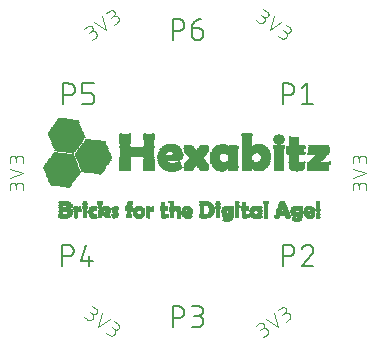
<source format=gbr>
G04 EAGLE Gerber RS-274X export*
G75*
%MOMM*%
%FSLAX34Y34*%
%LPD*%
%INSilkscreen Top*%
%IPPOS*%
%AMOC8*
5,1,8,0,0,1.08239X$1,22.5*%
G01*
%ADD10C,0.101600*%
%ADD11C,0.152400*%
%ADD12R,0.548638X0.022856*%
%ADD13R,0.502919X0.022856*%
%ADD14R,0.731519X0.022856*%
%ADD15R,0.754381X0.022856*%
%ADD16R,0.822956X0.022856*%
%ADD17R,0.845819X0.022863*%
%ADD18R,0.868675X0.022863*%
%ADD19R,0.845819X0.022856*%
%ADD20R,0.868675X0.022856*%
%ADD21R,0.891538X0.022856*%
%ADD22R,0.914400X0.022863*%
%ADD23R,0.891538X0.022863*%
%ADD24R,0.754375X0.022856*%
%ADD25R,0.251456X0.022856*%
%ADD26R,0.434338X0.022856*%
%ADD27R,0.228600X0.022856*%
%ADD28R,0.411475X0.022856*%
%ADD29R,0.297181X0.022856*%
%ADD30R,0.480056X0.022856*%
%ADD31R,0.457200X0.022856*%
%ADD32R,0.342900X0.022856*%
%ADD33R,0.274319X0.022856*%
%ADD34R,0.297175X0.022856*%
%ADD35R,0.960119X0.022856*%
%ADD36R,0.411481X0.022856*%
%ADD37R,0.571500X0.022856*%
%ADD38R,0.388619X0.022856*%
%ADD39R,0.365762X0.022856*%
%ADD40R,0.617219X0.022856*%
%ADD41R,0.868681X0.022856*%
%ADD42R,0.320038X0.022856*%
%ADD43R,1.028700X0.022856*%
%ADD44R,0.662938X0.022856*%
%ADD45R,0.594356X0.022856*%
%ADD46R,0.182875X0.022856*%
%ADD47R,0.937256X0.022856*%
%ADD48R,0.160019X0.022856*%
%ADD49R,1.028700X0.022863*%
%ADD50R,0.411481X0.022863*%
%ADD51R,0.411475X0.022863*%
%ADD52R,0.617219X0.022863*%
%ADD53R,0.388619X0.022863*%
%ADD54R,0.434338X0.022863*%
%ADD55R,0.457200X0.022863*%
%ADD56R,0.662938X0.022863*%
%ADD57R,0.594356X0.022863*%
%ADD58R,0.365762X0.022863*%
%ADD59R,0.754375X0.022863*%
%ADD60R,0.960119X0.022863*%
%ADD61R,0.182875X0.022863*%
%ADD62R,0.480056X0.022863*%
%ADD63R,0.937256X0.022863*%
%ADD64R,0.160019X0.022863*%
%ADD65R,0.754381X0.022863*%
%ADD66R,1.074419X0.022856*%
%ADD67R,0.640081X0.022856*%
%ADD68R,0.708656X0.022856*%
%ADD69R,0.800100X0.022856*%
%ADD70R,1.097281X0.022856*%
%ADD71R,0.685800X0.022856*%
%ADD72R,1.143000X0.022856*%
%ADD73R,1.005837X0.022856*%
%ADD74R,1.165856X0.022863*%
%ADD75R,0.640081X0.022863*%
%ADD76R,1.143000X0.022863*%
%ADD77R,0.868681X0.022863*%
%ADD78R,1.165856X0.022856*%
%ADD79R,0.914400X0.022856*%
%ADD80R,0.480063X0.022856*%
%ADD81R,1.165863X0.022856*%
%ADD82R,1.257300X0.022856*%
%ADD83R,0.365756X0.022856*%
%ADD84R,0.937262X0.022856*%
%ADD85R,1.714500X0.022856*%
%ADD86R,0.982975X0.022856*%
%ADD87R,1.165863X0.022863*%
%ADD88R,0.365756X0.022863*%
%ADD89R,0.982975X0.022863*%
%ADD90R,0.182881X0.022863*%
%ADD91R,1.211581X0.022863*%
%ADD92R,1.714500X0.022863*%
%ADD93R,1.257300X0.022863*%
%ADD94R,0.594363X0.022856*%
%ADD95R,0.525781X0.022856*%
%ADD96R,1.211575X0.022856*%
%ADD97R,1.005837X0.022863*%
%ADD98R,0.502919X0.022863*%
%ADD99R,1.211575X0.022863*%
%ADD100R,0.525775X0.022856*%
%ADD101R,1.120138X0.022856*%
%ADD102R,0.205738X0.022856*%
%ADD103R,0.251463X0.022856*%
%ADD104R,0.480063X0.022863*%
%ADD105R,0.091438X0.022863*%
%ADD106R,0.114300X0.022863*%
%ADD107R,1.074419X0.022863*%
%ADD108R,0.274319X0.022863*%
%ADD109R,0.091438X0.022856*%
%ADD110R,0.114300X0.022856*%
%ADD111R,1.120138X0.022863*%
%ADD112R,0.685800X0.022863*%
%ADD113R,0.205738X0.022863*%
%ADD114R,0.548638X0.022863*%
%ADD115R,0.731519X0.022863*%
%ADD116R,0.525775X0.022863*%
%ADD117R,0.525781X0.022863*%
%ADD118R,0.297181X0.022863*%
%ADD119R,0.982981X0.022856*%
%ADD120R,0.068581X0.022856*%
%ADD121R,1.691638X0.022856*%
%ADD122R,1.051562X0.022856*%
%ADD123R,1.051562X0.022863*%
%ADD124R,1.097281X0.022863*%
%ADD125R,0.982981X0.022863*%
%ADD126R,0.822963X0.022856*%
%ADD127R,0.708656X0.022863*%
%ADD128R,0.800100X0.022863*%
%ADD129R,0.228600X0.022863*%
%ADD130R,0.137156X0.022863*%
%ADD131R,0.342900X0.022863*%
%ADD132R,1.211581X0.022856*%
%ADD133R,0.937262X0.022863*%
%ADD134R,0.137156X0.022856*%
%ADD135R,1.440175X0.022856*%
%ADD136R,1.805938X0.022856*%
%ADD137R,1.851656X0.022856*%
%ADD138R,1.874519X0.022856*%
%ADD139R,1.920238X0.022863*%
%ADD140R,1.943100X0.022856*%
%ADD141R,1.965963X0.022856*%
%ADD142R,1.988819X0.022856*%
%ADD143R,2.011681X0.022856*%
%ADD144R,2.057400X0.022863*%
%ADD145R,2.057400X0.022856*%
%ADD146R,2.080256X0.022856*%
%ADD147R,2.125975X0.022856*%
%ADD148R,2.171700X0.022856*%
%ADD149R,2.171700X0.022863*%
%ADD150R,2.194556X0.022856*%
%ADD151R,2.217419X0.022856*%
%ADD152R,2.263138X0.022856*%
%ADD153R,2.308863X0.022863*%
%ADD154R,2.331719X0.022856*%
%ADD155R,2.377438X0.022856*%
%ADD156R,2.423156X0.022863*%
%ADD157R,2.468881X0.022856*%
%ADD158R,2.537456X0.022856*%
%ADD159R,2.537456X0.022863*%
%ADD160R,2.583175X0.022856*%
%ADD161R,2.628900X0.022856*%
%ADD162R,2.674619X0.022856*%
%ADD163R,2.697481X0.022863*%
%ADD164R,2.720338X0.022856*%
%ADD165R,2.743200X0.022856*%
%ADD166R,2.788919X0.022856*%
%ADD167R,2.834637X0.022863*%
%ADD168R,2.834637X0.022856*%
%ADD169R,2.903219X0.022856*%
%ADD170R,2.948937X0.022856*%
%ADD171R,2.948937X0.022863*%
%ADD172R,1.303019X0.022856*%
%ADD173R,2.971800X0.022856*%
%ADD174R,1.554481X0.022856*%
%ADD175R,1.783081X0.022856*%
%ADD176R,2.971800X0.022863*%
%ADD177R,1.851656X0.022863*%
%ADD178R,0.297175X0.022863*%
%ADD179R,2.994656X0.022856*%
%ADD180R,0.640075X0.022856*%
%ADD181R,0.708663X0.022856*%
%ADD182R,3.017519X0.022863*%
%ADD183R,1.965956X0.022863*%
%ADD184R,1.234438X0.022863*%
%ADD185R,0.822956X0.022863*%
%ADD186R,1.348738X0.022856*%
%ADD187R,1.371600X0.022856*%
%ADD188R,2.034537X0.022856*%
%ADD189R,1.463037X0.022856*%
%ADD190R,1.097275X0.022856*%
%ADD191R,1.234438X0.022856*%
%ADD192R,2.994656X0.022863*%
%ADD193R,1.554481X0.022863*%
%ADD194R,1.097275X0.022863*%
%ADD195R,2.011681X0.022863*%
%ADD196R,1.303019X0.022863*%
%ADD197R,1.645919X0.022856*%
%ADD198R,2.011675X0.022856*%
%ADD199R,3.017519X0.022856*%
%ADD200R,2.148837X0.022856*%
%ADD201R,2.103119X0.022856*%
%ADD202R,1.897381X0.022856*%
%ADD203R,2.125981X0.022856*%
%ADD204R,1.394456X0.022856*%
%ADD205R,2.194556X0.022863*%
%ADD206R,1.805938X0.022863*%
%ADD207R,2.125975X0.022863*%
%ADD208R,1.394456X0.022863*%
%ADD209R,1.897381X0.022863*%
%ADD210R,2.926081X0.022856*%
%ADD211R,2.286000X0.022856*%
%ADD212R,2.880356X0.022863*%
%ADD213R,2.331719X0.022863*%
%ADD214R,1.851662X0.022863*%
%ADD215R,2.240281X0.022863*%
%ADD216R,2.811775X0.022856*%
%ADD217R,2.240281X0.022856*%
%ADD218R,1.920238X0.022856*%
%ADD219R,2.766056X0.022856*%
%ADD220R,2.423163X0.022856*%
%ADD221R,2.446019X0.022856*%
%ADD222R,2.743200X0.022863*%
%ADD223R,2.468881X0.022863*%
%ADD224R,1.874519X0.022863*%
%ADD225R,2.103119X0.022863*%
%ADD226R,2.263138X0.022863*%
%ADD227R,2.308856X0.022856*%
%ADD228R,2.514600X0.022856*%
%ADD229R,2.583181X0.022856*%
%ADD230R,1.965956X0.022856*%
%ADD231R,2.606038X0.022863*%
%ADD232R,2.308856X0.022863*%
%ADD233R,2.606038X0.022856*%
%ADD234R,2.560319X0.022856*%
%ADD235R,1.828800X0.022856*%
%ADD236R,1.737356X0.022856*%
%ADD237R,1.051556X0.022856*%
%ADD238R,2.491738X0.022863*%
%ADD239R,1.691638X0.022863*%
%ADD240R,0.045719X0.022863*%
%ADD241R,1.051556X0.022863*%
%ADD242R,2.423156X0.022856*%
%ADD243R,2.766063X0.022856*%
%ADD244R,1.600200X0.022856*%
%ADD245R,2.400300X0.022856*%
%ADD246R,2.354575X0.022856*%
%ADD247R,1.508756X0.022856*%
%ADD248R,2.354575X0.022863*%
%ADD249R,1.485900X0.022863*%
%ADD250R,2.880356X0.022856*%
%ADD251R,1.623056X0.022856*%
%ADD252R,1.440181X0.022856*%
%ADD253R,2.194562X0.022863*%
%ADD254R,2.080256X0.022863*%
%ADD255R,2.194562X0.022856*%
%ADD256R,1.188719X0.022856*%
%ADD257R,0.777238X0.022856*%
%ADD258R,2.994663X0.022863*%
%ADD259R,2.148837X0.022863*%
%ADD260R,0.777238X0.022863*%
%ADD261R,1.988819X0.022863*%
%ADD262R,2.926075X0.022856*%
%ADD263R,1.280156X0.022856*%
%ADD264R,2.926075X0.022863*%
%ADD265R,1.577338X0.022863*%
%ADD266R,1.577338X0.022856*%
%ADD267R,1.760219X0.022856*%
%ADD268R,1.485900X0.022856*%
%ADD269R,1.188719X0.022863*%
%ADD270R,1.737356X0.022863*%
%ADD271R,1.828800X0.022863*%
%ADD272R,0.182881X0.022856*%
%ADD273R,2.857500X0.022856*%
%ADD274R,0.320038X0.022863*%
%ADD275R,2.354581X0.022863*%
%ADD276R,1.600200X0.022863*%
%ADD277R,2.811781X0.022856*%
%ADD278R,2.560319X0.022863*%
%ADD279R,1.668775X0.022863*%
%ADD280R,1.623056X0.022863*%
%ADD281R,1.783081X0.022863*%
%ADD282R,2.354581X0.022856*%
%ADD283R,1.440175X0.022863*%
%ADD284R,1.760219X0.022863*%
%ADD285R,1.325881X0.022856*%
%ADD286R,1.417319X0.022856*%
%ADD287R,1.737363X0.022856*%
%ADD288R,0.594363X0.022863*%
%ADD289R,0.045719X0.022856*%
%ADD290R,2.491738X0.022856*%
%ADD291R,1.897375X0.022856*%
%ADD292R,2.651756X0.022863*%
%ADD293R,1.325875X0.022856*%
%ADD294R,2.766063X0.022863*%
%ADD295R,2.903219X0.022863*%
%ADD296R,0.571500X0.022863*%
%ADD297R,2.994663X0.022856*%
%ADD298R,0.251456X0.022863*%
%ADD299R,2.788919X0.022863*%
%ADD300R,2.674619X0.022863*%
%ADD301R,2.514600X0.022863*%
%ADD302R,2.400300X0.022863*%
%ADD303R,2.080262X0.022856*%


D10*
X403428Y475532D02*
X406086Y473670D01*
X406180Y473607D01*
X406276Y473547D01*
X406374Y473490D01*
X406474Y473437D01*
X406576Y473387D01*
X406680Y473341D01*
X406785Y473299D01*
X406891Y473260D01*
X406999Y473225D01*
X407108Y473194D01*
X407218Y473166D01*
X407329Y473143D01*
X407440Y473123D01*
X407552Y473107D01*
X407665Y473095D01*
X407778Y473087D01*
X407891Y473083D01*
X408005Y473083D01*
X408118Y473087D01*
X408231Y473095D01*
X408344Y473107D01*
X408456Y473123D01*
X408567Y473143D01*
X408678Y473166D01*
X408788Y473194D01*
X408897Y473225D01*
X409005Y473260D01*
X409111Y473299D01*
X409216Y473341D01*
X409320Y473387D01*
X409422Y473437D01*
X409522Y473490D01*
X409620Y473547D01*
X409716Y473607D01*
X409810Y473670D01*
X409901Y473737D01*
X409991Y473806D01*
X410078Y473879D01*
X410162Y473955D01*
X410243Y474034D01*
X410322Y474115D01*
X410398Y474199D01*
X410471Y474286D01*
X410540Y474376D01*
X410607Y474467D01*
X410670Y474561D01*
X410730Y474657D01*
X410787Y474755D01*
X410840Y474855D01*
X410890Y474957D01*
X410936Y475061D01*
X410978Y475166D01*
X411017Y475272D01*
X411052Y475380D01*
X411083Y475489D01*
X411111Y475599D01*
X411134Y475710D01*
X411154Y475821D01*
X411170Y475933D01*
X411182Y476046D01*
X411190Y476159D01*
X411194Y476272D01*
X411194Y476386D01*
X411190Y476499D01*
X411182Y476612D01*
X411170Y476725D01*
X411154Y476837D01*
X411134Y476948D01*
X411111Y477059D01*
X411083Y477169D01*
X411052Y477278D01*
X411017Y477386D01*
X410978Y477492D01*
X410936Y477597D01*
X410890Y477701D01*
X410840Y477803D01*
X410787Y477903D01*
X410730Y478001D01*
X410670Y478097D01*
X410607Y478191D01*
X410540Y478282D01*
X410471Y478372D01*
X410398Y478459D01*
X410322Y478543D01*
X410243Y478624D01*
X410162Y478703D01*
X410078Y478779D01*
X409991Y478852D01*
X409902Y478921D01*
X409810Y478988D01*
X413320Y482869D02*
X410129Y485103D01*
X413319Y482869D02*
X413400Y482809D01*
X413479Y482747D01*
X413556Y482681D01*
X413630Y482613D01*
X413701Y482542D01*
X413769Y482468D01*
X413835Y482391D01*
X413897Y482312D01*
X413957Y482231D01*
X414013Y482147D01*
X414066Y482062D01*
X414115Y481974D01*
X414161Y481885D01*
X414204Y481793D01*
X414243Y481700D01*
X414278Y481606D01*
X414310Y481511D01*
X414338Y481414D01*
X414362Y481316D01*
X414382Y481218D01*
X414399Y481118D01*
X414411Y481018D01*
X414420Y480918D01*
X414425Y480818D01*
X414426Y480717D01*
X414423Y480616D01*
X414416Y480516D01*
X414405Y480416D01*
X414391Y480316D01*
X414372Y480217D01*
X414350Y480119D01*
X414324Y480022D01*
X414294Y479925D01*
X414261Y479831D01*
X414224Y479737D01*
X414183Y479645D01*
X414138Y479554D01*
X414091Y479466D01*
X414039Y479379D01*
X413985Y479295D01*
X413927Y479212D01*
X413866Y479132D01*
X413802Y479054D01*
X413735Y478979D01*
X413666Y478906D01*
X413593Y478837D01*
X413518Y478770D01*
X413440Y478706D01*
X413360Y478645D01*
X413277Y478587D01*
X413193Y478533D01*
X413106Y478481D01*
X413018Y478434D01*
X412927Y478389D01*
X412835Y478348D01*
X412741Y478311D01*
X412647Y478278D01*
X412550Y478248D01*
X412453Y478222D01*
X412355Y478200D01*
X412256Y478181D01*
X412156Y478167D01*
X412056Y478156D01*
X411956Y478149D01*
X411855Y478146D01*
X411754Y478147D01*
X411654Y478152D01*
X411554Y478161D01*
X411454Y478173D01*
X411354Y478190D01*
X411256Y478210D01*
X411158Y478234D01*
X411061Y478262D01*
X410966Y478294D01*
X410872Y478329D01*
X410779Y478368D01*
X410687Y478411D01*
X410598Y478457D01*
X410510Y478506D01*
X410425Y478559D01*
X410341Y478615D01*
X408214Y480105D01*
X418960Y478919D02*
X415449Y467114D01*
X425341Y474452D01*
X422153Y462420D02*
X424812Y460558D01*
X424906Y460495D01*
X425002Y460435D01*
X425100Y460378D01*
X425200Y460325D01*
X425302Y460275D01*
X425406Y460229D01*
X425511Y460187D01*
X425617Y460148D01*
X425725Y460113D01*
X425834Y460082D01*
X425944Y460054D01*
X426055Y460031D01*
X426166Y460011D01*
X426278Y459995D01*
X426391Y459983D01*
X426504Y459975D01*
X426617Y459971D01*
X426731Y459971D01*
X426844Y459975D01*
X426957Y459983D01*
X427070Y459995D01*
X427182Y460011D01*
X427293Y460031D01*
X427404Y460054D01*
X427514Y460082D01*
X427623Y460113D01*
X427731Y460148D01*
X427837Y460187D01*
X427942Y460229D01*
X428046Y460275D01*
X428148Y460325D01*
X428248Y460378D01*
X428346Y460435D01*
X428442Y460495D01*
X428536Y460558D01*
X428627Y460625D01*
X428717Y460694D01*
X428804Y460767D01*
X428888Y460843D01*
X428969Y460922D01*
X429048Y461003D01*
X429124Y461087D01*
X429197Y461174D01*
X429266Y461264D01*
X429333Y461355D01*
X429396Y461449D01*
X429456Y461545D01*
X429513Y461643D01*
X429566Y461743D01*
X429616Y461845D01*
X429662Y461949D01*
X429704Y462054D01*
X429743Y462160D01*
X429778Y462268D01*
X429809Y462377D01*
X429837Y462487D01*
X429860Y462598D01*
X429880Y462709D01*
X429896Y462821D01*
X429908Y462934D01*
X429916Y463047D01*
X429920Y463160D01*
X429920Y463274D01*
X429916Y463387D01*
X429908Y463500D01*
X429896Y463613D01*
X429880Y463725D01*
X429860Y463836D01*
X429837Y463947D01*
X429809Y464057D01*
X429778Y464166D01*
X429743Y464274D01*
X429704Y464380D01*
X429662Y464485D01*
X429616Y464589D01*
X429566Y464691D01*
X429513Y464791D01*
X429456Y464889D01*
X429396Y464985D01*
X429333Y465079D01*
X429266Y465170D01*
X429197Y465260D01*
X429124Y465347D01*
X429048Y465431D01*
X428969Y465512D01*
X428888Y465591D01*
X428804Y465667D01*
X428717Y465740D01*
X428628Y465809D01*
X428536Y465876D01*
X432045Y469757D02*
X428855Y471991D01*
X432045Y469757D02*
X432126Y469697D01*
X432205Y469635D01*
X432282Y469569D01*
X432356Y469501D01*
X432427Y469430D01*
X432495Y469356D01*
X432561Y469279D01*
X432623Y469200D01*
X432683Y469119D01*
X432739Y469035D01*
X432792Y468950D01*
X432841Y468862D01*
X432887Y468773D01*
X432930Y468681D01*
X432969Y468588D01*
X433004Y468494D01*
X433036Y468399D01*
X433064Y468302D01*
X433088Y468204D01*
X433108Y468106D01*
X433125Y468006D01*
X433137Y467906D01*
X433146Y467806D01*
X433151Y467706D01*
X433152Y467605D01*
X433149Y467504D01*
X433142Y467404D01*
X433131Y467304D01*
X433117Y467204D01*
X433098Y467105D01*
X433076Y467007D01*
X433050Y466910D01*
X433020Y466813D01*
X432987Y466719D01*
X432950Y466625D01*
X432909Y466533D01*
X432864Y466442D01*
X432817Y466354D01*
X432765Y466267D01*
X432711Y466183D01*
X432653Y466100D01*
X432592Y466020D01*
X432528Y465942D01*
X432461Y465867D01*
X432392Y465794D01*
X432319Y465725D01*
X432244Y465658D01*
X432166Y465594D01*
X432086Y465533D01*
X432003Y465475D01*
X431919Y465421D01*
X431832Y465369D01*
X431744Y465322D01*
X431653Y465277D01*
X431561Y465236D01*
X431467Y465199D01*
X431373Y465166D01*
X431276Y465136D01*
X431179Y465110D01*
X431081Y465088D01*
X430982Y465069D01*
X430882Y465055D01*
X430782Y465044D01*
X430682Y465037D01*
X430581Y465034D01*
X430480Y465035D01*
X430380Y465040D01*
X430280Y465049D01*
X430180Y465061D01*
X430080Y465078D01*
X429982Y465098D01*
X429884Y465122D01*
X429787Y465150D01*
X429692Y465182D01*
X429598Y465217D01*
X429505Y465256D01*
X429413Y465299D01*
X429324Y465345D01*
X429236Y465394D01*
X429151Y465447D01*
X429067Y465503D01*
X426940Y466993D01*
X497242Y334770D02*
X497242Y331524D01*
X497242Y334770D02*
X497240Y334883D01*
X497234Y334996D01*
X497224Y335109D01*
X497210Y335222D01*
X497193Y335334D01*
X497171Y335445D01*
X497146Y335555D01*
X497116Y335665D01*
X497083Y335773D01*
X497046Y335880D01*
X497006Y335986D01*
X496961Y336090D01*
X496913Y336193D01*
X496862Y336294D01*
X496807Y336393D01*
X496749Y336490D01*
X496687Y336585D01*
X496622Y336678D01*
X496554Y336768D01*
X496483Y336856D01*
X496408Y336942D01*
X496331Y337025D01*
X496251Y337105D01*
X496168Y337182D01*
X496082Y337257D01*
X495994Y337328D01*
X495904Y337396D01*
X495811Y337461D01*
X495716Y337523D01*
X495619Y337581D01*
X495520Y337636D01*
X495419Y337687D01*
X495316Y337735D01*
X495212Y337780D01*
X495106Y337820D01*
X494999Y337857D01*
X494891Y337890D01*
X494781Y337920D01*
X494671Y337945D01*
X494560Y337967D01*
X494448Y337984D01*
X494335Y337998D01*
X494222Y338008D01*
X494109Y338014D01*
X493996Y338016D01*
X493883Y338014D01*
X493770Y338008D01*
X493657Y337998D01*
X493544Y337984D01*
X493432Y337967D01*
X493321Y337945D01*
X493211Y337920D01*
X493101Y337890D01*
X492993Y337857D01*
X492886Y337820D01*
X492780Y337780D01*
X492676Y337735D01*
X492573Y337687D01*
X492472Y337636D01*
X492373Y337581D01*
X492276Y337523D01*
X492181Y337461D01*
X492088Y337396D01*
X491998Y337328D01*
X491910Y337257D01*
X491824Y337182D01*
X491741Y337105D01*
X491661Y337025D01*
X491584Y336942D01*
X491509Y336856D01*
X491438Y336768D01*
X491370Y336678D01*
X491305Y336585D01*
X491243Y336490D01*
X491185Y336393D01*
X491130Y336294D01*
X491079Y336193D01*
X491031Y336090D01*
X490986Y335986D01*
X490946Y335880D01*
X490909Y335773D01*
X490876Y335665D01*
X490846Y335555D01*
X490821Y335445D01*
X490799Y335334D01*
X490782Y335222D01*
X490768Y335109D01*
X490758Y334996D01*
X490752Y334883D01*
X490750Y334770D01*
X485558Y335419D02*
X485558Y331524D01*
X485558Y335419D02*
X485560Y335520D01*
X485566Y335620D01*
X485576Y335720D01*
X485589Y335820D01*
X485607Y335919D01*
X485628Y336018D01*
X485653Y336115D01*
X485682Y336212D01*
X485715Y336307D01*
X485751Y336401D01*
X485791Y336493D01*
X485834Y336584D01*
X485881Y336673D01*
X485931Y336760D01*
X485985Y336846D01*
X486042Y336929D01*
X486102Y337009D01*
X486165Y337088D01*
X486232Y337164D01*
X486301Y337237D01*
X486373Y337307D01*
X486447Y337375D01*
X486524Y337440D01*
X486604Y337501D01*
X486686Y337560D01*
X486770Y337615D01*
X486856Y337667D01*
X486944Y337716D01*
X487034Y337761D01*
X487126Y337803D01*
X487219Y337841D01*
X487314Y337875D01*
X487409Y337906D01*
X487506Y337933D01*
X487604Y337956D01*
X487703Y337976D01*
X487803Y337991D01*
X487903Y338003D01*
X488003Y338011D01*
X488104Y338015D01*
X488204Y338015D01*
X488305Y338011D01*
X488405Y338003D01*
X488505Y337991D01*
X488605Y337976D01*
X488704Y337956D01*
X488802Y337933D01*
X488899Y337906D01*
X488994Y337875D01*
X489089Y337841D01*
X489182Y337803D01*
X489274Y337761D01*
X489364Y337716D01*
X489452Y337667D01*
X489538Y337615D01*
X489622Y337560D01*
X489704Y337501D01*
X489784Y337440D01*
X489861Y337375D01*
X489935Y337307D01*
X490007Y337237D01*
X490076Y337164D01*
X490143Y337088D01*
X490206Y337009D01*
X490266Y336929D01*
X490323Y336846D01*
X490377Y336760D01*
X490427Y336673D01*
X490474Y336584D01*
X490517Y336493D01*
X490557Y336401D01*
X490593Y336307D01*
X490626Y336212D01*
X490655Y336115D01*
X490680Y336018D01*
X490701Y335919D01*
X490719Y335820D01*
X490732Y335720D01*
X490742Y335620D01*
X490748Y335520D01*
X490750Y335419D01*
X490751Y335419D02*
X490751Y332823D01*
X485558Y342305D02*
X497242Y346200D01*
X485558Y350095D01*
X497242Y354384D02*
X497242Y357630D01*
X497240Y357743D01*
X497234Y357856D01*
X497224Y357969D01*
X497210Y358082D01*
X497193Y358194D01*
X497171Y358305D01*
X497146Y358415D01*
X497116Y358525D01*
X497083Y358633D01*
X497046Y358740D01*
X497006Y358846D01*
X496961Y358950D01*
X496913Y359053D01*
X496862Y359154D01*
X496807Y359253D01*
X496749Y359350D01*
X496687Y359445D01*
X496622Y359538D01*
X496554Y359628D01*
X496483Y359716D01*
X496408Y359802D01*
X496331Y359885D01*
X496251Y359965D01*
X496168Y360042D01*
X496082Y360117D01*
X495994Y360188D01*
X495904Y360256D01*
X495811Y360321D01*
X495716Y360383D01*
X495619Y360441D01*
X495520Y360496D01*
X495419Y360547D01*
X495316Y360595D01*
X495212Y360640D01*
X495106Y360680D01*
X494999Y360717D01*
X494891Y360750D01*
X494781Y360780D01*
X494671Y360805D01*
X494560Y360827D01*
X494448Y360844D01*
X494335Y360858D01*
X494222Y360868D01*
X494109Y360874D01*
X493996Y360876D01*
X493883Y360874D01*
X493770Y360868D01*
X493657Y360858D01*
X493544Y360844D01*
X493432Y360827D01*
X493321Y360805D01*
X493211Y360780D01*
X493101Y360750D01*
X492993Y360717D01*
X492886Y360680D01*
X492780Y360640D01*
X492676Y360595D01*
X492573Y360547D01*
X492472Y360496D01*
X492373Y360441D01*
X492276Y360383D01*
X492181Y360321D01*
X492088Y360256D01*
X491998Y360188D01*
X491910Y360117D01*
X491824Y360042D01*
X491741Y359965D01*
X491661Y359885D01*
X491584Y359802D01*
X491509Y359716D01*
X491438Y359628D01*
X491370Y359538D01*
X491305Y359445D01*
X491243Y359350D01*
X491185Y359253D01*
X491130Y359154D01*
X491079Y359053D01*
X491031Y358950D01*
X490986Y358846D01*
X490946Y358740D01*
X490909Y358633D01*
X490876Y358525D01*
X490846Y358415D01*
X490821Y358305D01*
X490799Y358194D01*
X490782Y358082D01*
X490768Y357969D01*
X490758Y357856D01*
X490752Y357743D01*
X490750Y357630D01*
X485558Y358279D02*
X485558Y354384D01*
X485558Y358279D02*
X485560Y358380D01*
X485566Y358480D01*
X485576Y358580D01*
X485589Y358680D01*
X485607Y358779D01*
X485628Y358878D01*
X485653Y358975D01*
X485682Y359072D01*
X485715Y359167D01*
X485751Y359261D01*
X485791Y359353D01*
X485834Y359444D01*
X485881Y359533D01*
X485931Y359620D01*
X485985Y359706D01*
X486042Y359789D01*
X486102Y359869D01*
X486165Y359948D01*
X486232Y360024D01*
X486301Y360097D01*
X486373Y360167D01*
X486447Y360235D01*
X486524Y360300D01*
X486604Y360361D01*
X486686Y360420D01*
X486770Y360475D01*
X486856Y360527D01*
X486944Y360576D01*
X487034Y360621D01*
X487126Y360663D01*
X487219Y360701D01*
X487314Y360735D01*
X487409Y360766D01*
X487506Y360793D01*
X487604Y360816D01*
X487703Y360836D01*
X487803Y360851D01*
X487903Y360863D01*
X488003Y360871D01*
X488104Y360875D01*
X488204Y360875D01*
X488305Y360871D01*
X488405Y360863D01*
X488505Y360851D01*
X488605Y360836D01*
X488704Y360816D01*
X488802Y360793D01*
X488899Y360766D01*
X488994Y360735D01*
X489089Y360701D01*
X489182Y360663D01*
X489274Y360621D01*
X489364Y360576D01*
X489452Y360527D01*
X489538Y360475D01*
X489622Y360420D01*
X489704Y360361D01*
X489784Y360300D01*
X489861Y360235D01*
X489935Y360167D01*
X490007Y360097D01*
X490076Y360024D01*
X490143Y359948D01*
X490206Y359869D01*
X490266Y359789D01*
X490323Y359706D01*
X490377Y359620D01*
X490427Y359533D01*
X490474Y359444D01*
X490517Y359353D01*
X490557Y359261D01*
X490593Y359167D01*
X490626Y359072D01*
X490655Y358975D01*
X490680Y358878D01*
X490701Y358779D01*
X490719Y358680D01*
X490732Y358580D01*
X490742Y358480D01*
X490748Y358380D01*
X490750Y358279D01*
X490751Y358279D02*
X490751Y355683D01*
X412788Y209159D02*
X410129Y207297D01*
X412788Y209158D02*
X412879Y209225D01*
X412969Y209294D01*
X413056Y209367D01*
X413140Y209443D01*
X413221Y209522D01*
X413300Y209603D01*
X413376Y209687D01*
X413449Y209774D01*
X413518Y209864D01*
X413585Y209955D01*
X413648Y210049D01*
X413708Y210145D01*
X413765Y210243D01*
X413818Y210343D01*
X413868Y210445D01*
X413914Y210549D01*
X413956Y210654D01*
X413995Y210760D01*
X414030Y210868D01*
X414061Y210977D01*
X414089Y211087D01*
X414112Y211198D01*
X414132Y211309D01*
X414148Y211421D01*
X414160Y211534D01*
X414168Y211647D01*
X414172Y211760D01*
X414172Y211874D01*
X414168Y211987D01*
X414160Y212100D01*
X414148Y212213D01*
X414132Y212325D01*
X414112Y212436D01*
X414089Y212547D01*
X414061Y212657D01*
X414030Y212766D01*
X413995Y212874D01*
X413956Y212980D01*
X413914Y213085D01*
X413868Y213189D01*
X413818Y213291D01*
X413765Y213391D01*
X413708Y213489D01*
X413648Y213585D01*
X413585Y213679D01*
X413518Y213770D01*
X413449Y213860D01*
X413376Y213947D01*
X413300Y214031D01*
X413221Y214112D01*
X413140Y214191D01*
X413056Y214267D01*
X412969Y214340D01*
X412880Y214409D01*
X412788Y214476D01*
X412694Y214539D01*
X412598Y214599D01*
X412500Y214656D01*
X412400Y214709D01*
X412298Y214759D01*
X412194Y214805D01*
X412089Y214847D01*
X411983Y214886D01*
X411875Y214921D01*
X411766Y214952D01*
X411656Y214980D01*
X411545Y215003D01*
X411434Y215023D01*
X411322Y215039D01*
X411209Y215051D01*
X411096Y215059D01*
X410983Y215063D01*
X410869Y215063D01*
X410756Y215059D01*
X410643Y215051D01*
X410530Y215039D01*
X410418Y215023D01*
X410307Y215003D01*
X410196Y214980D01*
X410086Y214952D01*
X409977Y214921D01*
X409869Y214886D01*
X409763Y214847D01*
X409658Y214805D01*
X409554Y214759D01*
X409452Y214709D01*
X409352Y214656D01*
X409254Y214599D01*
X409158Y214539D01*
X409064Y214476D01*
X406618Y219102D02*
X403428Y216868D01*
X406618Y219102D02*
X406702Y219158D01*
X406787Y219211D01*
X406875Y219260D01*
X406964Y219306D01*
X407056Y219349D01*
X407149Y219388D01*
X407243Y219423D01*
X407338Y219455D01*
X407435Y219483D01*
X407533Y219507D01*
X407631Y219527D01*
X407731Y219544D01*
X407831Y219556D01*
X407931Y219565D01*
X408032Y219570D01*
X408132Y219571D01*
X408233Y219568D01*
X408333Y219561D01*
X408433Y219550D01*
X408533Y219536D01*
X408632Y219517D01*
X408730Y219495D01*
X408827Y219469D01*
X408924Y219439D01*
X409019Y219406D01*
X409112Y219369D01*
X409204Y219328D01*
X409295Y219283D01*
X409383Y219236D01*
X409470Y219184D01*
X409554Y219130D01*
X409637Y219072D01*
X409717Y219011D01*
X409795Y218947D01*
X409870Y218880D01*
X409943Y218811D01*
X410012Y218738D01*
X410079Y218663D01*
X410143Y218585D01*
X410204Y218505D01*
X410262Y218422D01*
X410316Y218338D01*
X410368Y218251D01*
X410415Y218163D01*
X410460Y218072D01*
X410501Y217980D01*
X410538Y217886D01*
X410571Y217792D01*
X410601Y217695D01*
X410627Y217598D01*
X410649Y217500D01*
X410668Y217401D01*
X410682Y217301D01*
X410693Y217201D01*
X410700Y217101D01*
X410703Y217000D01*
X410702Y216900D01*
X410697Y216799D01*
X410688Y216699D01*
X410676Y216599D01*
X410659Y216499D01*
X410639Y216401D01*
X410615Y216303D01*
X410587Y216206D01*
X410555Y216111D01*
X410520Y216017D01*
X410481Y215924D01*
X410438Y215832D01*
X410392Y215743D01*
X410343Y215655D01*
X410290Y215570D01*
X410234Y215486D01*
X410174Y215405D01*
X410112Y215326D01*
X410046Y215249D01*
X409978Y215175D01*
X409907Y215104D01*
X409833Y215036D01*
X409756Y214970D01*
X409677Y214908D01*
X409596Y214848D01*
X407470Y213359D01*
X412259Y223052D02*
X422151Y215714D01*
X418639Y227519D01*
X428855Y220409D02*
X431514Y222270D01*
X431605Y222337D01*
X431695Y222406D01*
X431782Y222479D01*
X431866Y222555D01*
X431947Y222634D01*
X432026Y222715D01*
X432102Y222799D01*
X432175Y222886D01*
X432244Y222976D01*
X432311Y223067D01*
X432374Y223161D01*
X432434Y223257D01*
X432491Y223355D01*
X432544Y223455D01*
X432594Y223557D01*
X432640Y223661D01*
X432682Y223766D01*
X432721Y223872D01*
X432756Y223980D01*
X432787Y224089D01*
X432815Y224199D01*
X432838Y224310D01*
X432858Y224421D01*
X432874Y224533D01*
X432886Y224646D01*
X432894Y224759D01*
X432898Y224872D01*
X432898Y224986D01*
X432894Y225099D01*
X432886Y225212D01*
X432874Y225325D01*
X432858Y225437D01*
X432838Y225548D01*
X432815Y225659D01*
X432787Y225769D01*
X432756Y225878D01*
X432721Y225986D01*
X432682Y226092D01*
X432640Y226197D01*
X432594Y226301D01*
X432544Y226403D01*
X432491Y226503D01*
X432434Y226601D01*
X432374Y226697D01*
X432311Y226791D01*
X432244Y226882D01*
X432175Y226972D01*
X432102Y227059D01*
X432026Y227143D01*
X431947Y227224D01*
X431866Y227303D01*
X431782Y227379D01*
X431695Y227452D01*
X431606Y227521D01*
X431514Y227588D01*
X431420Y227651D01*
X431324Y227711D01*
X431226Y227768D01*
X431126Y227821D01*
X431024Y227871D01*
X430920Y227917D01*
X430815Y227959D01*
X430709Y227998D01*
X430601Y228033D01*
X430492Y228064D01*
X430382Y228092D01*
X430271Y228115D01*
X430160Y228135D01*
X430048Y228151D01*
X429935Y228163D01*
X429822Y228171D01*
X429709Y228175D01*
X429595Y228175D01*
X429482Y228171D01*
X429369Y228163D01*
X429256Y228151D01*
X429144Y228135D01*
X429033Y228115D01*
X428922Y228092D01*
X428812Y228064D01*
X428703Y228033D01*
X428595Y227998D01*
X428489Y227959D01*
X428384Y227917D01*
X428280Y227871D01*
X428178Y227821D01*
X428078Y227768D01*
X427980Y227711D01*
X427884Y227651D01*
X427790Y227588D01*
X425344Y232214D02*
X422153Y229980D01*
X425344Y232214D02*
X425428Y232270D01*
X425513Y232323D01*
X425601Y232372D01*
X425690Y232418D01*
X425782Y232461D01*
X425875Y232500D01*
X425969Y232535D01*
X426064Y232567D01*
X426161Y232595D01*
X426259Y232619D01*
X426357Y232639D01*
X426457Y232656D01*
X426557Y232668D01*
X426657Y232677D01*
X426758Y232682D01*
X426858Y232683D01*
X426959Y232680D01*
X427059Y232673D01*
X427159Y232662D01*
X427259Y232648D01*
X427358Y232629D01*
X427456Y232607D01*
X427553Y232581D01*
X427650Y232551D01*
X427745Y232518D01*
X427838Y232481D01*
X427930Y232440D01*
X428021Y232395D01*
X428109Y232348D01*
X428196Y232296D01*
X428280Y232242D01*
X428363Y232184D01*
X428443Y232123D01*
X428521Y232059D01*
X428596Y231992D01*
X428669Y231923D01*
X428738Y231850D01*
X428805Y231775D01*
X428869Y231697D01*
X428930Y231617D01*
X428988Y231534D01*
X429042Y231450D01*
X429094Y231363D01*
X429141Y231275D01*
X429186Y231184D01*
X429227Y231092D01*
X429264Y230998D01*
X429297Y230904D01*
X429327Y230807D01*
X429353Y230710D01*
X429375Y230612D01*
X429394Y230513D01*
X429408Y230413D01*
X429419Y230313D01*
X429426Y230213D01*
X429429Y230112D01*
X429428Y230012D01*
X429423Y229911D01*
X429414Y229811D01*
X429402Y229711D01*
X429385Y229611D01*
X429365Y229513D01*
X429341Y229415D01*
X429313Y229318D01*
X429281Y229223D01*
X429246Y229129D01*
X429207Y229036D01*
X429164Y228944D01*
X429118Y228855D01*
X429069Y228767D01*
X429016Y228682D01*
X428960Y228598D01*
X428900Y228517D01*
X428838Y228438D01*
X428772Y228361D01*
X428704Y228287D01*
X428633Y228216D01*
X428559Y228148D01*
X428482Y228082D01*
X428403Y228020D01*
X428322Y227960D01*
X426195Y226471D01*
X260886Y222270D02*
X258228Y224132D01*
X260886Y222270D02*
X260980Y222207D01*
X261076Y222147D01*
X261174Y222090D01*
X261274Y222037D01*
X261376Y221987D01*
X261480Y221941D01*
X261585Y221899D01*
X261691Y221860D01*
X261799Y221825D01*
X261908Y221794D01*
X262018Y221766D01*
X262129Y221743D01*
X262240Y221723D01*
X262352Y221707D01*
X262465Y221695D01*
X262578Y221687D01*
X262691Y221683D01*
X262805Y221683D01*
X262918Y221687D01*
X263031Y221695D01*
X263144Y221707D01*
X263256Y221723D01*
X263367Y221743D01*
X263478Y221766D01*
X263588Y221794D01*
X263697Y221825D01*
X263805Y221860D01*
X263911Y221899D01*
X264016Y221941D01*
X264120Y221987D01*
X264222Y222037D01*
X264322Y222090D01*
X264420Y222147D01*
X264516Y222207D01*
X264610Y222270D01*
X264701Y222337D01*
X264791Y222406D01*
X264878Y222479D01*
X264962Y222555D01*
X265043Y222634D01*
X265122Y222715D01*
X265198Y222799D01*
X265271Y222886D01*
X265340Y222976D01*
X265407Y223067D01*
X265470Y223161D01*
X265530Y223257D01*
X265587Y223355D01*
X265640Y223455D01*
X265690Y223557D01*
X265736Y223661D01*
X265778Y223766D01*
X265817Y223872D01*
X265852Y223980D01*
X265883Y224089D01*
X265911Y224199D01*
X265934Y224310D01*
X265954Y224421D01*
X265970Y224533D01*
X265982Y224646D01*
X265990Y224759D01*
X265994Y224872D01*
X265994Y224986D01*
X265990Y225099D01*
X265982Y225212D01*
X265970Y225325D01*
X265954Y225437D01*
X265934Y225548D01*
X265911Y225659D01*
X265883Y225769D01*
X265852Y225878D01*
X265817Y225986D01*
X265778Y226092D01*
X265736Y226197D01*
X265690Y226301D01*
X265640Y226403D01*
X265587Y226503D01*
X265530Y226601D01*
X265470Y226697D01*
X265407Y226791D01*
X265340Y226882D01*
X265271Y226972D01*
X265198Y227059D01*
X265122Y227143D01*
X265043Y227224D01*
X264962Y227303D01*
X264878Y227379D01*
X264791Y227452D01*
X264702Y227521D01*
X264610Y227588D01*
X268120Y231469D02*
X264929Y233703D01*
X268119Y231469D02*
X268200Y231409D01*
X268279Y231347D01*
X268356Y231281D01*
X268430Y231213D01*
X268501Y231142D01*
X268569Y231068D01*
X268635Y230991D01*
X268697Y230912D01*
X268757Y230831D01*
X268813Y230747D01*
X268866Y230662D01*
X268915Y230574D01*
X268961Y230485D01*
X269004Y230393D01*
X269043Y230300D01*
X269078Y230206D01*
X269110Y230111D01*
X269138Y230014D01*
X269162Y229916D01*
X269182Y229818D01*
X269199Y229718D01*
X269211Y229618D01*
X269220Y229518D01*
X269225Y229418D01*
X269226Y229317D01*
X269223Y229216D01*
X269216Y229116D01*
X269205Y229016D01*
X269191Y228916D01*
X269172Y228817D01*
X269150Y228719D01*
X269124Y228622D01*
X269094Y228525D01*
X269061Y228431D01*
X269024Y228337D01*
X268983Y228245D01*
X268938Y228154D01*
X268891Y228066D01*
X268839Y227979D01*
X268785Y227895D01*
X268727Y227812D01*
X268666Y227732D01*
X268602Y227654D01*
X268535Y227579D01*
X268466Y227506D01*
X268393Y227437D01*
X268318Y227370D01*
X268240Y227306D01*
X268160Y227245D01*
X268077Y227187D01*
X267993Y227133D01*
X267906Y227081D01*
X267818Y227034D01*
X267727Y226989D01*
X267635Y226948D01*
X267541Y226911D01*
X267447Y226878D01*
X267350Y226848D01*
X267253Y226822D01*
X267155Y226800D01*
X267056Y226781D01*
X266956Y226767D01*
X266856Y226756D01*
X266756Y226749D01*
X266655Y226746D01*
X266554Y226747D01*
X266454Y226752D01*
X266354Y226761D01*
X266254Y226773D01*
X266154Y226790D01*
X266056Y226810D01*
X265958Y226834D01*
X265861Y226862D01*
X265766Y226894D01*
X265672Y226929D01*
X265579Y226968D01*
X265487Y227011D01*
X265398Y227057D01*
X265310Y227106D01*
X265225Y227159D01*
X265141Y227215D01*
X263014Y228705D01*
X273760Y227519D02*
X270249Y215714D01*
X280141Y223052D01*
X276953Y211020D02*
X279612Y209158D01*
X279706Y209095D01*
X279802Y209035D01*
X279900Y208978D01*
X280000Y208925D01*
X280102Y208875D01*
X280206Y208829D01*
X280311Y208787D01*
X280417Y208748D01*
X280525Y208713D01*
X280634Y208682D01*
X280744Y208654D01*
X280855Y208631D01*
X280966Y208611D01*
X281078Y208595D01*
X281191Y208583D01*
X281304Y208575D01*
X281417Y208571D01*
X281531Y208571D01*
X281644Y208575D01*
X281757Y208583D01*
X281870Y208595D01*
X281982Y208611D01*
X282093Y208631D01*
X282204Y208654D01*
X282314Y208682D01*
X282423Y208713D01*
X282531Y208748D01*
X282637Y208787D01*
X282742Y208829D01*
X282846Y208875D01*
X282948Y208925D01*
X283048Y208978D01*
X283146Y209035D01*
X283242Y209095D01*
X283336Y209158D01*
X283427Y209225D01*
X283517Y209294D01*
X283604Y209367D01*
X283688Y209443D01*
X283769Y209522D01*
X283848Y209603D01*
X283924Y209687D01*
X283997Y209774D01*
X284066Y209864D01*
X284133Y209955D01*
X284196Y210049D01*
X284256Y210145D01*
X284313Y210243D01*
X284366Y210343D01*
X284416Y210445D01*
X284462Y210549D01*
X284504Y210654D01*
X284543Y210760D01*
X284578Y210868D01*
X284609Y210977D01*
X284637Y211087D01*
X284660Y211198D01*
X284680Y211309D01*
X284696Y211421D01*
X284708Y211534D01*
X284716Y211647D01*
X284720Y211760D01*
X284720Y211874D01*
X284716Y211987D01*
X284708Y212100D01*
X284696Y212213D01*
X284680Y212325D01*
X284660Y212436D01*
X284637Y212547D01*
X284609Y212657D01*
X284578Y212766D01*
X284543Y212874D01*
X284504Y212980D01*
X284462Y213085D01*
X284416Y213189D01*
X284366Y213291D01*
X284313Y213391D01*
X284256Y213489D01*
X284196Y213585D01*
X284133Y213679D01*
X284066Y213770D01*
X283997Y213860D01*
X283924Y213947D01*
X283848Y214031D01*
X283769Y214112D01*
X283688Y214191D01*
X283604Y214267D01*
X283517Y214340D01*
X283428Y214409D01*
X283336Y214476D01*
X286845Y218357D02*
X283655Y220591D01*
X286845Y218357D02*
X286926Y218297D01*
X287005Y218235D01*
X287082Y218169D01*
X287156Y218101D01*
X287227Y218030D01*
X287295Y217956D01*
X287361Y217879D01*
X287423Y217800D01*
X287483Y217719D01*
X287539Y217635D01*
X287592Y217550D01*
X287641Y217462D01*
X287687Y217373D01*
X287730Y217281D01*
X287769Y217188D01*
X287804Y217094D01*
X287836Y216999D01*
X287864Y216902D01*
X287888Y216804D01*
X287908Y216706D01*
X287925Y216606D01*
X287937Y216506D01*
X287946Y216406D01*
X287951Y216306D01*
X287952Y216205D01*
X287949Y216104D01*
X287942Y216004D01*
X287931Y215904D01*
X287917Y215804D01*
X287898Y215705D01*
X287876Y215607D01*
X287850Y215510D01*
X287820Y215413D01*
X287787Y215319D01*
X287750Y215225D01*
X287709Y215133D01*
X287664Y215042D01*
X287617Y214954D01*
X287565Y214867D01*
X287511Y214783D01*
X287453Y214700D01*
X287392Y214620D01*
X287328Y214542D01*
X287261Y214467D01*
X287192Y214394D01*
X287119Y214325D01*
X287044Y214258D01*
X286966Y214194D01*
X286886Y214133D01*
X286803Y214075D01*
X286719Y214021D01*
X286632Y213969D01*
X286544Y213922D01*
X286453Y213877D01*
X286361Y213836D01*
X286267Y213799D01*
X286173Y213766D01*
X286076Y213736D01*
X285979Y213710D01*
X285881Y213688D01*
X285782Y213669D01*
X285682Y213655D01*
X285582Y213644D01*
X285482Y213637D01*
X285381Y213634D01*
X285280Y213635D01*
X285180Y213640D01*
X285080Y213649D01*
X284980Y213661D01*
X284880Y213678D01*
X284782Y213698D01*
X284684Y213722D01*
X284587Y213750D01*
X284492Y213782D01*
X284398Y213817D01*
X284305Y213856D01*
X284213Y213899D01*
X284124Y213945D01*
X284036Y213994D01*
X283951Y214047D01*
X283867Y214103D01*
X281740Y215593D01*
X206842Y331524D02*
X206842Y334770D01*
X206840Y334883D01*
X206834Y334996D01*
X206824Y335109D01*
X206810Y335222D01*
X206793Y335334D01*
X206771Y335445D01*
X206746Y335555D01*
X206716Y335665D01*
X206683Y335773D01*
X206646Y335880D01*
X206606Y335986D01*
X206561Y336090D01*
X206513Y336193D01*
X206462Y336294D01*
X206407Y336393D01*
X206349Y336490D01*
X206287Y336585D01*
X206222Y336678D01*
X206154Y336768D01*
X206083Y336856D01*
X206008Y336942D01*
X205931Y337025D01*
X205851Y337105D01*
X205768Y337182D01*
X205682Y337257D01*
X205594Y337328D01*
X205504Y337396D01*
X205411Y337461D01*
X205316Y337523D01*
X205219Y337581D01*
X205120Y337636D01*
X205019Y337687D01*
X204916Y337735D01*
X204812Y337780D01*
X204706Y337820D01*
X204599Y337857D01*
X204491Y337890D01*
X204381Y337920D01*
X204271Y337945D01*
X204160Y337967D01*
X204048Y337984D01*
X203935Y337998D01*
X203822Y338008D01*
X203709Y338014D01*
X203596Y338016D01*
X203483Y338014D01*
X203370Y338008D01*
X203257Y337998D01*
X203144Y337984D01*
X203032Y337967D01*
X202921Y337945D01*
X202811Y337920D01*
X202701Y337890D01*
X202593Y337857D01*
X202486Y337820D01*
X202380Y337780D01*
X202276Y337735D01*
X202173Y337687D01*
X202072Y337636D01*
X201973Y337581D01*
X201876Y337523D01*
X201781Y337461D01*
X201688Y337396D01*
X201598Y337328D01*
X201510Y337257D01*
X201424Y337182D01*
X201341Y337105D01*
X201261Y337025D01*
X201184Y336942D01*
X201109Y336856D01*
X201038Y336768D01*
X200970Y336678D01*
X200905Y336585D01*
X200843Y336490D01*
X200785Y336393D01*
X200730Y336294D01*
X200679Y336193D01*
X200631Y336090D01*
X200586Y335986D01*
X200546Y335880D01*
X200509Y335773D01*
X200476Y335665D01*
X200446Y335555D01*
X200421Y335445D01*
X200399Y335334D01*
X200382Y335222D01*
X200368Y335109D01*
X200358Y334996D01*
X200352Y334883D01*
X200350Y334770D01*
X195158Y335419D02*
X195158Y331524D01*
X195158Y335419D02*
X195160Y335520D01*
X195166Y335620D01*
X195176Y335720D01*
X195189Y335820D01*
X195207Y335919D01*
X195228Y336018D01*
X195253Y336115D01*
X195282Y336212D01*
X195315Y336307D01*
X195351Y336401D01*
X195391Y336493D01*
X195434Y336584D01*
X195481Y336673D01*
X195531Y336760D01*
X195585Y336846D01*
X195642Y336929D01*
X195702Y337009D01*
X195765Y337088D01*
X195832Y337164D01*
X195901Y337237D01*
X195973Y337307D01*
X196047Y337375D01*
X196124Y337440D01*
X196204Y337501D01*
X196286Y337560D01*
X196370Y337615D01*
X196456Y337667D01*
X196544Y337716D01*
X196634Y337761D01*
X196726Y337803D01*
X196819Y337841D01*
X196914Y337875D01*
X197009Y337906D01*
X197106Y337933D01*
X197204Y337956D01*
X197303Y337976D01*
X197403Y337991D01*
X197503Y338003D01*
X197603Y338011D01*
X197704Y338015D01*
X197804Y338015D01*
X197905Y338011D01*
X198005Y338003D01*
X198105Y337991D01*
X198205Y337976D01*
X198304Y337956D01*
X198402Y337933D01*
X198499Y337906D01*
X198594Y337875D01*
X198689Y337841D01*
X198782Y337803D01*
X198874Y337761D01*
X198964Y337716D01*
X199052Y337667D01*
X199138Y337615D01*
X199222Y337560D01*
X199304Y337501D01*
X199384Y337440D01*
X199461Y337375D01*
X199535Y337307D01*
X199607Y337237D01*
X199676Y337164D01*
X199743Y337088D01*
X199806Y337009D01*
X199866Y336929D01*
X199923Y336846D01*
X199977Y336760D01*
X200027Y336673D01*
X200074Y336584D01*
X200117Y336493D01*
X200157Y336401D01*
X200193Y336307D01*
X200226Y336212D01*
X200255Y336115D01*
X200280Y336018D01*
X200301Y335919D01*
X200319Y335820D01*
X200332Y335720D01*
X200342Y335620D01*
X200348Y335520D01*
X200350Y335419D01*
X200351Y335419D02*
X200351Y332823D01*
X195158Y342305D02*
X206842Y346200D01*
X195158Y350095D01*
X206842Y354384D02*
X206842Y357630D01*
X206840Y357743D01*
X206834Y357856D01*
X206824Y357969D01*
X206810Y358082D01*
X206793Y358194D01*
X206771Y358305D01*
X206746Y358415D01*
X206716Y358525D01*
X206683Y358633D01*
X206646Y358740D01*
X206606Y358846D01*
X206561Y358950D01*
X206513Y359053D01*
X206462Y359154D01*
X206407Y359253D01*
X206349Y359350D01*
X206287Y359445D01*
X206222Y359538D01*
X206154Y359628D01*
X206083Y359716D01*
X206008Y359802D01*
X205931Y359885D01*
X205851Y359965D01*
X205768Y360042D01*
X205682Y360117D01*
X205594Y360188D01*
X205504Y360256D01*
X205411Y360321D01*
X205316Y360383D01*
X205219Y360441D01*
X205120Y360496D01*
X205019Y360547D01*
X204916Y360595D01*
X204812Y360640D01*
X204706Y360680D01*
X204599Y360717D01*
X204491Y360750D01*
X204381Y360780D01*
X204271Y360805D01*
X204160Y360827D01*
X204048Y360844D01*
X203935Y360858D01*
X203822Y360868D01*
X203709Y360874D01*
X203596Y360876D01*
X203483Y360874D01*
X203370Y360868D01*
X203257Y360858D01*
X203144Y360844D01*
X203032Y360827D01*
X202921Y360805D01*
X202811Y360780D01*
X202701Y360750D01*
X202593Y360717D01*
X202486Y360680D01*
X202380Y360640D01*
X202276Y360595D01*
X202173Y360547D01*
X202072Y360496D01*
X201973Y360441D01*
X201876Y360383D01*
X201781Y360321D01*
X201688Y360256D01*
X201598Y360188D01*
X201510Y360117D01*
X201424Y360042D01*
X201341Y359965D01*
X201261Y359885D01*
X201184Y359802D01*
X201109Y359716D01*
X201038Y359628D01*
X200970Y359538D01*
X200905Y359445D01*
X200843Y359350D01*
X200785Y359253D01*
X200730Y359154D01*
X200679Y359053D01*
X200631Y358950D01*
X200586Y358846D01*
X200546Y358740D01*
X200509Y358633D01*
X200476Y358525D01*
X200446Y358415D01*
X200421Y358305D01*
X200399Y358194D01*
X200382Y358082D01*
X200368Y357969D01*
X200358Y357856D01*
X200352Y357743D01*
X200350Y357630D01*
X195158Y358279D02*
X195158Y354384D01*
X195158Y358279D02*
X195160Y358380D01*
X195166Y358480D01*
X195176Y358580D01*
X195189Y358680D01*
X195207Y358779D01*
X195228Y358878D01*
X195253Y358975D01*
X195282Y359072D01*
X195315Y359167D01*
X195351Y359261D01*
X195391Y359353D01*
X195434Y359444D01*
X195481Y359533D01*
X195531Y359620D01*
X195585Y359706D01*
X195642Y359789D01*
X195702Y359869D01*
X195765Y359948D01*
X195832Y360024D01*
X195901Y360097D01*
X195973Y360167D01*
X196047Y360235D01*
X196124Y360300D01*
X196204Y360361D01*
X196286Y360420D01*
X196370Y360475D01*
X196456Y360527D01*
X196544Y360576D01*
X196634Y360621D01*
X196726Y360663D01*
X196819Y360701D01*
X196914Y360735D01*
X197009Y360766D01*
X197106Y360793D01*
X197204Y360816D01*
X197303Y360836D01*
X197403Y360851D01*
X197503Y360863D01*
X197603Y360871D01*
X197704Y360875D01*
X197804Y360875D01*
X197905Y360871D01*
X198005Y360863D01*
X198105Y360851D01*
X198205Y360836D01*
X198304Y360816D01*
X198402Y360793D01*
X198499Y360766D01*
X198594Y360735D01*
X198689Y360701D01*
X198782Y360663D01*
X198874Y360621D01*
X198964Y360576D01*
X199052Y360527D01*
X199138Y360475D01*
X199222Y360420D01*
X199304Y360361D01*
X199384Y360300D01*
X199461Y360235D01*
X199535Y360167D01*
X199607Y360097D01*
X199676Y360024D01*
X199743Y359948D01*
X199806Y359869D01*
X199866Y359789D01*
X199923Y359706D01*
X199977Y359620D01*
X200027Y359533D01*
X200074Y359444D01*
X200117Y359353D01*
X200157Y359261D01*
X200193Y359167D01*
X200226Y359072D01*
X200255Y358975D01*
X200280Y358878D01*
X200301Y358779D01*
X200319Y358680D01*
X200332Y358580D01*
X200342Y358480D01*
X200348Y358380D01*
X200350Y358279D01*
X200351Y358279D02*
X200351Y355683D01*
X264929Y458697D02*
X267588Y460559D01*
X267588Y460558D02*
X267679Y460625D01*
X267769Y460694D01*
X267856Y460767D01*
X267940Y460843D01*
X268021Y460922D01*
X268100Y461003D01*
X268176Y461087D01*
X268249Y461174D01*
X268318Y461264D01*
X268385Y461355D01*
X268448Y461449D01*
X268508Y461545D01*
X268565Y461643D01*
X268618Y461743D01*
X268668Y461845D01*
X268714Y461949D01*
X268756Y462054D01*
X268795Y462160D01*
X268830Y462268D01*
X268861Y462377D01*
X268889Y462487D01*
X268912Y462598D01*
X268932Y462709D01*
X268948Y462821D01*
X268960Y462934D01*
X268968Y463047D01*
X268972Y463160D01*
X268972Y463274D01*
X268968Y463387D01*
X268960Y463500D01*
X268948Y463613D01*
X268932Y463725D01*
X268912Y463836D01*
X268889Y463947D01*
X268861Y464057D01*
X268830Y464166D01*
X268795Y464274D01*
X268756Y464380D01*
X268714Y464485D01*
X268668Y464589D01*
X268618Y464691D01*
X268565Y464791D01*
X268508Y464889D01*
X268448Y464985D01*
X268385Y465079D01*
X268318Y465170D01*
X268249Y465260D01*
X268176Y465347D01*
X268100Y465431D01*
X268021Y465512D01*
X267940Y465591D01*
X267856Y465667D01*
X267769Y465740D01*
X267680Y465809D01*
X267588Y465876D01*
X267494Y465939D01*
X267398Y465999D01*
X267300Y466056D01*
X267200Y466109D01*
X267098Y466159D01*
X266994Y466205D01*
X266889Y466247D01*
X266783Y466286D01*
X266675Y466321D01*
X266566Y466352D01*
X266456Y466380D01*
X266345Y466403D01*
X266234Y466423D01*
X266122Y466439D01*
X266009Y466451D01*
X265896Y466459D01*
X265783Y466463D01*
X265669Y466463D01*
X265556Y466459D01*
X265443Y466451D01*
X265330Y466439D01*
X265218Y466423D01*
X265107Y466403D01*
X264996Y466380D01*
X264886Y466352D01*
X264777Y466321D01*
X264669Y466286D01*
X264563Y466247D01*
X264458Y466205D01*
X264354Y466159D01*
X264252Y466109D01*
X264152Y466056D01*
X264054Y465999D01*
X263958Y465939D01*
X263864Y465876D01*
X261418Y470502D02*
X258228Y468268D01*
X261418Y470502D02*
X261502Y470558D01*
X261587Y470611D01*
X261675Y470660D01*
X261764Y470706D01*
X261856Y470749D01*
X261949Y470788D01*
X262043Y470823D01*
X262138Y470855D01*
X262235Y470883D01*
X262333Y470907D01*
X262431Y470927D01*
X262531Y470944D01*
X262631Y470956D01*
X262731Y470965D01*
X262832Y470970D01*
X262932Y470971D01*
X263033Y470968D01*
X263133Y470961D01*
X263233Y470950D01*
X263333Y470936D01*
X263432Y470917D01*
X263530Y470895D01*
X263627Y470869D01*
X263724Y470839D01*
X263819Y470806D01*
X263912Y470769D01*
X264004Y470728D01*
X264095Y470683D01*
X264183Y470636D01*
X264270Y470584D01*
X264354Y470530D01*
X264437Y470472D01*
X264517Y470411D01*
X264595Y470347D01*
X264670Y470280D01*
X264743Y470211D01*
X264812Y470138D01*
X264879Y470063D01*
X264943Y469985D01*
X265004Y469905D01*
X265062Y469822D01*
X265116Y469738D01*
X265168Y469651D01*
X265215Y469563D01*
X265260Y469472D01*
X265301Y469380D01*
X265338Y469286D01*
X265371Y469192D01*
X265401Y469095D01*
X265427Y468998D01*
X265449Y468900D01*
X265468Y468801D01*
X265482Y468701D01*
X265493Y468601D01*
X265500Y468501D01*
X265503Y468400D01*
X265502Y468300D01*
X265497Y468199D01*
X265488Y468099D01*
X265476Y467999D01*
X265459Y467899D01*
X265439Y467801D01*
X265415Y467703D01*
X265387Y467606D01*
X265355Y467511D01*
X265320Y467417D01*
X265281Y467324D01*
X265238Y467232D01*
X265192Y467143D01*
X265143Y467055D01*
X265090Y466970D01*
X265034Y466886D01*
X264974Y466805D01*
X264912Y466726D01*
X264846Y466649D01*
X264778Y466575D01*
X264707Y466504D01*
X264633Y466436D01*
X264556Y466370D01*
X264477Y466308D01*
X264396Y466248D01*
X262270Y464759D01*
X267059Y474452D02*
X276951Y467114D01*
X273439Y478919D01*
X283655Y471809D02*
X286314Y473670D01*
X286405Y473737D01*
X286495Y473806D01*
X286582Y473879D01*
X286666Y473955D01*
X286747Y474034D01*
X286826Y474115D01*
X286902Y474199D01*
X286975Y474286D01*
X287044Y474376D01*
X287111Y474467D01*
X287174Y474561D01*
X287234Y474657D01*
X287291Y474755D01*
X287344Y474855D01*
X287394Y474957D01*
X287440Y475061D01*
X287482Y475166D01*
X287521Y475272D01*
X287556Y475380D01*
X287587Y475489D01*
X287615Y475599D01*
X287638Y475710D01*
X287658Y475821D01*
X287674Y475933D01*
X287686Y476046D01*
X287694Y476159D01*
X287698Y476272D01*
X287698Y476386D01*
X287694Y476499D01*
X287686Y476612D01*
X287674Y476725D01*
X287658Y476837D01*
X287638Y476948D01*
X287615Y477059D01*
X287587Y477169D01*
X287556Y477278D01*
X287521Y477386D01*
X287482Y477492D01*
X287440Y477597D01*
X287394Y477701D01*
X287344Y477803D01*
X287291Y477903D01*
X287234Y478001D01*
X287174Y478097D01*
X287111Y478191D01*
X287044Y478282D01*
X286975Y478372D01*
X286902Y478459D01*
X286826Y478543D01*
X286747Y478624D01*
X286666Y478703D01*
X286582Y478779D01*
X286495Y478852D01*
X286406Y478921D01*
X286314Y478988D01*
X286220Y479051D01*
X286124Y479111D01*
X286026Y479168D01*
X285926Y479221D01*
X285824Y479271D01*
X285720Y479317D01*
X285615Y479359D01*
X285509Y479398D01*
X285401Y479433D01*
X285292Y479464D01*
X285182Y479492D01*
X285071Y479515D01*
X284960Y479535D01*
X284848Y479551D01*
X284735Y479563D01*
X284622Y479571D01*
X284509Y479575D01*
X284395Y479575D01*
X284282Y479571D01*
X284169Y479563D01*
X284056Y479551D01*
X283944Y479535D01*
X283833Y479515D01*
X283722Y479492D01*
X283612Y479464D01*
X283503Y479433D01*
X283395Y479398D01*
X283289Y479359D01*
X283184Y479317D01*
X283080Y479271D01*
X282978Y479221D01*
X282878Y479168D01*
X282780Y479111D01*
X282684Y479051D01*
X282590Y478988D01*
X280144Y483614D02*
X276953Y481380D01*
X280144Y483614D02*
X280228Y483670D01*
X280313Y483723D01*
X280401Y483772D01*
X280490Y483818D01*
X280582Y483861D01*
X280675Y483900D01*
X280769Y483935D01*
X280864Y483967D01*
X280961Y483995D01*
X281059Y484019D01*
X281157Y484039D01*
X281257Y484056D01*
X281357Y484068D01*
X281457Y484077D01*
X281558Y484082D01*
X281658Y484083D01*
X281759Y484080D01*
X281859Y484073D01*
X281959Y484062D01*
X282059Y484048D01*
X282158Y484029D01*
X282256Y484007D01*
X282353Y483981D01*
X282450Y483951D01*
X282545Y483918D01*
X282638Y483881D01*
X282730Y483840D01*
X282821Y483795D01*
X282909Y483748D01*
X282996Y483696D01*
X283080Y483642D01*
X283163Y483584D01*
X283243Y483523D01*
X283321Y483459D01*
X283396Y483392D01*
X283469Y483323D01*
X283538Y483250D01*
X283605Y483175D01*
X283669Y483097D01*
X283730Y483017D01*
X283788Y482934D01*
X283842Y482850D01*
X283894Y482763D01*
X283941Y482675D01*
X283986Y482584D01*
X284027Y482492D01*
X284064Y482398D01*
X284097Y482304D01*
X284127Y482207D01*
X284153Y482110D01*
X284175Y482012D01*
X284194Y481913D01*
X284208Y481813D01*
X284219Y481713D01*
X284226Y481613D01*
X284229Y481512D01*
X284228Y481412D01*
X284223Y481311D01*
X284214Y481211D01*
X284202Y481111D01*
X284185Y481011D01*
X284165Y480913D01*
X284141Y480815D01*
X284113Y480718D01*
X284081Y480623D01*
X284046Y480529D01*
X284007Y480436D01*
X283964Y480344D01*
X283918Y480255D01*
X283869Y480167D01*
X283816Y480082D01*
X283760Y479998D01*
X283700Y479917D01*
X283638Y479838D01*
X283572Y479761D01*
X283504Y479687D01*
X283433Y479616D01*
X283359Y479548D01*
X283282Y479482D01*
X283203Y479420D01*
X283122Y479360D01*
X280995Y477871D01*
D11*
X426432Y422063D02*
X426432Y404283D01*
X426432Y422063D02*
X431371Y422063D01*
X431511Y422061D01*
X431650Y422055D01*
X431790Y422045D01*
X431929Y422031D01*
X432068Y422014D01*
X432206Y421992D01*
X432343Y421966D01*
X432480Y421937D01*
X432616Y421904D01*
X432750Y421867D01*
X432884Y421826D01*
X433016Y421781D01*
X433148Y421732D01*
X433277Y421680D01*
X433405Y421625D01*
X433532Y421565D01*
X433657Y421502D01*
X433780Y421436D01*
X433901Y421366D01*
X434020Y421293D01*
X434137Y421216D01*
X434251Y421136D01*
X434364Y421053D01*
X434474Y420967D01*
X434581Y420877D01*
X434686Y420785D01*
X434788Y420690D01*
X434888Y420592D01*
X434985Y420491D01*
X435079Y420387D01*
X435169Y420281D01*
X435257Y420172D01*
X435342Y420061D01*
X435423Y419947D01*
X435502Y419832D01*
X435577Y419714D01*
X435648Y419594D01*
X435716Y419471D01*
X435781Y419348D01*
X435842Y419222D01*
X435900Y419094D01*
X435954Y418966D01*
X436004Y418835D01*
X436051Y418703D01*
X436094Y418570D01*
X436133Y418436D01*
X436168Y418301D01*
X436199Y418165D01*
X436227Y418027D01*
X436250Y417890D01*
X436270Y417751D01*
X436286Y417612D01*
X436298Y417473D01*
X436306Y417334D01*
X436310Y417194D01*
X436310Y417054D01*
X436306Y416914D01*
X436298Y416775D01*
X436286Y416636D01*
X436270Y416497D01*
X436250Y416358D01*
X436227Y416221D01*
X436199Y416083D01*
X436168Y415947D01*
X436133Y415812D01*
X436094Y415678D01*
X436051Y415545D01*
X436004Y415413D01*
X435954Y415282D01*
X435900Y415154D01*
X435842Y415026D01*
X435781Y414900D01*
X435716Y414777D01*
X435648Y414655D01*
X435577Y414534D01*
X435502Y414416D01*
X435423Y414301D01*
X435342Y414187D01*
X435257Y414076D01*
X435169Y413967D01*
X435079Y413861D01*
X434985Y413757D01*
X434888Y413656D01*
X434788Y413558D01*
X434686Y413463D01*
X434581Y413371D01*
X434474Y413281D01*
X434364Y413195D01*
X434251Y413112D01*
X434137Y413032D01*
X434020Y412955D01*
X433901Y412882D01*
X433780Y412812D01*
X433657Y412746D01*
X433532Y412683D01*
X433405Y412623D01*
X433277Y412568D01*
X433148Y412516D01*
X433016Y412467D01*
X432884Y412422D01*
X432750Y412381D01*
X432616Y412344D01*
X432480Y412311D01*
X432343Y412282D01*
X432206Y412256D01*
X432068Y412234D01*
X431929Y412217D01*
X431790Y412203D01*
X431650Y412193D01*
X431511Y412187D01*
X431371Y412185D01*
X426432Y412185D01*
X442427Y418112D02*
X447366Y422063D01*
X447366Y404283D01*
X442427Y404283D02*
X452305Y404283D01*
X426484Y285721D02*
X426484Y267941D01*
X426484Y285721D02*
X431423Y285721D01*
X431563Y285719D01*
X431702Y285713D01*
X431842Y285703D01*
X431981Y285689D01*
X432120Y285672D01*
X432258Y285650D01*
X432395Y285624D01*
X432532Y285595D01*
X432668Y285562D01*
X432802Y285525D01*
X432936Y285484D01*
X433068Y285439D01*
X433200Y285390D01*
X433329Y285338D01*
X433457Y285283D01*
X433584Y285223D01*
X433709Y285160D01*
X433832Y285094D01*
X433953Y285024D01*
X434072Y284951D01*
X434189Y284874D01*
X434303Y284794D01*
X434416Y284711D01*
X434526Y284625D01*
X434633Y284535D01*
X434738Y284443D01*
X434840Y284348D01*
X434940Y284250D01*
X435037Y284149D01*
X435131Y284045D01*
X435221Y283939D01*
X435309Y283830D01*
X435394Y283719D01*
X435475Y283605D01*
X435554Y283490D01*
X435629Y283372D01*
X435700Y283252D01*
X435768Y283129D01*
X435833Y283006D01*
X435894Y282880D01*
X435952Y282752D01*
X436006Y282624D01*
X436056Y282493D01*
X436103Y282361D01*
X436146Y282228D01*
X436185Y282094D01*
X436220Y281959D01*
X436251Y281823D01*
X436279Y281685D01*
X436302Y281548D01*
X436322Y281409D01*
X436338Y281270D01*
X436350Y281131D01*
X436358Y280992D01*
X436362Y280852D01*
X436362Y280712D01*
X436358Y280572D01*
X436350Y280433D01*
X436338Y280294D01*
X436322Y280155D01*
X436302Y280016D01*
X436279Y279879D01*
X436251Y279741D01*
X436220Y279605D01*
X436185Y279470D01*
X436146Y279336D01*
X436103Y279203D01*
X436056Y279071D01*
X436006Y278940D01*
X435952Y278812D01*
X435894Y278684D01*
X435833Y278558D01*
X435768Y278435D01*
X435700Y278313D01*
X435629Y278192D01*
X435554Y278074D01*
X435475Y277959D01*
X435394Y277845D01*
X435309Y277734D01*
X435221Y277625D01*
X435131Y277519D01*
X435037Y277415D01*
X434940Y277314D01*
X434840Y277216D01*
X434738Y277121D01*
X434633Y277029D01*
X434526Y276939D01*
X434416Y276853D01*
X434303Y276770D01*
X434189Y276690D01*
X434072Y276613D01*
X433953Y276540D01*
X433832Y276470D01*
X433709Y276404D01*
X433584Y276341D01*
X433457Y276281D01*
X433329Y276226D01*
X433200Y276174D01*
X433068Y276125D01*
X432936Y276080D01*
X432802Y276039D01*
X432668Y276002D01*
X432532Y275969D01*
X432395Y275940D01*
X432258Y275914D01*
X432120Y275892D01*
X431981Y275875D01*
X431842Y275861D01*
X431702Y275851D01*
X431563Y275845D01*
X431423Y275843D01*
X426484Y275843D01*
X447911Y285721D02*
X448043Y285719D01*
X448174Y285713D01*
X448306Y285703D01*
X448437Y285690D01*
X448567Y285672D01*
X448697Y285651D01*
X448827Y285626D01*
X448955Y285597D01*
X449083Y285564D01*
X449209Y285527D01*
X449335Y285487D01*
X449459Y285443D01*
X449582Y285395D01*
X449703Y285344D01*
X449823Y285289D01*
X449941Y285231D01*
X450057Y285169D01*
X450171Y285103D01*
X450284Y285035D01*
X450394Y284963D01*
X450502Y284888D01*
X450608Y284809D01*
X450712Y284728D01*
X450813Y284643D01*
X450911Y284556D01*
X451007Y284465D01*
X451100Y284372D01*
X451191Y284276D01*
X451278Y284178D01*
X451363Y284077D01*
X451444Y283973D01*
X451523Y283867D01*
X451598Y283759D01*
X451670Y283649D01*
X451738Y283536D01*
X451804Y283422D01*
X451866Y283306D01*
X451924Y283188D01*
X451979Y283068D01*
X452030Y282947D01*
X452078Y282824D01*
X452122Y282700D01*
X452162Y282574D01*
X452199Y282448D01*
X452232Y282320D01*
X452261Y282192D01*
X452286Y282062D01*
X452307Y281932D01*
X452325Y281802D01*
X452338Y281671D01*
X452348Y281539D01*
X452354Y281408D01*
X452356Y281276D01*
X447911Y285721D02*
X447761Y285719D01*
X447612Y285713D01*
X447463Y285703D01*
X447314Y285690D01*
X447165Y285672D01*
X447017Y285651D01*
X446869Y285625D01*
X446723Y285596D01*
X446577Y285563D01*
X446432Y285526D01*
X446288Y285485D01*
X446145Y285441D01*
X446003Y285393D01*
X445863Y285341D01*
X445724Y285286D01*
X445586Y285227D01*
X445451Y285164D01*
X445316Y285098D01*
X445184Y285028D01*
X445054Y284955D01*
X444925Y284878D01*
X444798Y284798D01*
X444674Y284715D01*
X444552Y284629D01*
X444432Y284539D01*
X444315Y284446D01*
X444200Y284351D01*
X444087Y284252D01*
X443977Y284150D01*
X443870Y284046D01*
X443766Y283939D01*
X443664Y283829D01*
X443566Y283716D01*
X443470Y283601D01*
X443378Y283483D01*
X443288Y283363D01*
X443202Y283241D01*
X443119Y283117D01*
X443039Y282990D01*
X442963Y282862D01*
X442890Y282731D01*
X442820Y282598D01*
X442754Y282464D01*
X442692Y282328D01*
X442633Y282191D01*
X442577Y282052D01*
X442526Y281911D01*
X442478Y281770D01*
X450874Y277819D02*
X450970Y277912D01*
X451062Y278008D01*
X451152Y278107D01*
X451239Y278208D01*
X451324Y278311D01*
X451405Y278416D01*
X451483Y278524D01*
X451558Y278634D01*
X451631Y278746D01*
X451700Y278860D01*
X451766Y278976D01*
X451828Y279094D01*
X451887Y279213D01*
X451943Y279334D01*
X451996Y279457D01*
X452045Y279581D01*
X452090Y279706D01*
X452133Y279833D01*
X452171Y279960D01*
X452206Y280089D01*
X452237Y280218D01*
X452265Y280349D01*
X452289Y280480D01*
X452310Y280612D01*
X452326Y280744D01*
X452339Y280877D01*
X452349Y281010D01*
X452354Y281143D01*
X452356Y281276D01*
X450875Y277819D02*
X442479Y267941D01*
X452356Y267941D01*
X333264Y233490D02*
X333264Y215710D01*
X333264Y233490D02*
X338203Y233490D01*
X338343Y233488D01*
X338482Y233482D01*
X338622Y233472D01*
X338761Y233458D01*
X338900Y233441D01*
X339038Y233419D01*
X339175Y233393D01*
X339312Y233364D01*
X339448Y233331D01*
X339582Y233294D01*
X339716Y233253D01*
X339848Y233208D01*
X339980Y233159D01*
X340109Y233107D01*
X340237Y233052D01*
X340364Y232992D01*
X340489Y232929D01*
X340612Y232863D01*
X340733Y232793D01*
X340852Y232720D01*
X340969Y232643D01*
X341083Y232563D01*
X341196Y232480D01*
X341306Y232394D01*
X341413Y232304D01*
X341518Y232212D01*
X341620Y232117D01*
X341720Y232019D01*
X341817Y231918D01*
X341911Y231814D01*
X342001Y231708D01*
X342089Y231599D01*
X342174Y231488D01*
X342255Y231374D01*
X342334Y231259D01*
X342409Y231141D01*
X342480Y231021D01*
X342548Y230898D01*
X342613Y230775D01*
X342674Y230649D01*
X342732Y230521D01*
X342786Y230393D01*
X342836Y230262D01*
X342883Y230130D01*
X342926Y229997D01*
X342965Y229863D01*
X343000Y229728D01*
X343031Y229592D01*
X343059Y229454D01*
X343082Y229317D01*
X343102Y229178D01*
X343118Y229039D01*
X343130Y228900D01*
X343138Y228761D01*
X343142Y228621D01*
X343142Y228481D01*
X343138Y228341D01*
X343130Y228202D01*
X343118Y228063D01*
X343102Y227924D01*
X343082Y227785D01*
X343059Y227648D01*
X343031Y227510D01*
X343000Y227374D01*
X342965Y227239D01*
X342926Y227105D01*
X342883Y226972D01*
X342836Y226840D01*
X342786Y226709D01*
X342732Y226581D01*
X342674Y226453D01*
X342613Y226327D01*
X342548Y226204D01*
X342480Y226082D01*
X342409Y225961D01*
X342334Y225843D01*
X342255Y225728D01*
X342174Y225614D01*
X342089Y225503D01*
X342001Y225394D01*
X341911Y225288D01*
X341817Y225184D01*
X341720Y225083D01*
X341620Y224985D01*
X341518Y224890D01*
X341413Y224798D01*
X341306Y224708D01*
X341196Y224622D01*
X341083Y224539D01*
X340969Y224459D01*
X340852Y224382D01*
X340733Y224309D01*
X340612Y224239D01*
X340489Y224173D01*
X340364Y224110D01*
X340237Y224050D01*
X340109Y223995D01*
X339980Y223943D01*
X339848Y223894D01*
X339716Y223849D01*
X339582Y223808D01*
X339448Y223771D01*
X339312Y223738D01*
X339175Y223709D01*
X339038Y223683D01*
X338900Y223661D01*
X338761Y223644D01*
X338622Y223630D01*
X338482Y223620D01*
X338343Y223614D01*
X338203Y223612D01*
X333264Y223612D01*
X349259Y215710D02*
X354198Y215710D01*
X354338Y215712D01*
X354477Y215718D01*
X354617Y215728D01*
X354756Y215742D01*
X354895Y215759D01*
X355033Y215781D01*
X355170Y215807D01*
X355307Y215836D01*
X355443Y215869D01*
X355577Y215906D01*
X355711Y215947D01*
X355843Y215992D01*
X355975Y216041D01*
X356104Y216093D01*
X356232Y216148D01*
X356359Y216208D01*
X356484Y216271D01*
X356607Y216337D01*
X356728Y216407D01*
X356847Y216480D01*
X356964Y216557D01*
X357078Y216637D01*
X357191Y216720D01*
X357301Y216806D01*
X357408Y216896D01*
X357513Y216988D01*
X357615Y217083D01*
X357715Y217181D01*
X357812Y217282D01*
X357906Y217386D01*
X357996Y217492D01*
X358084Y217601D01*
X358169Y217712D01*
X358250Y217826D01*
X358329Y217941D01*
X358404Y218059D01*
X358475Y218180D01*
X358543Y218302D01*
X358608Y218425D01*
X358669Y218551D01*
X358727Y218679D01*
X358781Y218807D01*
X358831Y218938D01*
X358878Y219070D01*
X358921Y219203D01*
X358960Y219337D01*
X358995Y219472D01*
X359026Y219608D01*
X359054Y219746D01*
X359077Y219883D01*
X359097Y220022D01*
X359113Y220161D01*
X359125Y220300D01*
X359133Y220439D01*
X359137Y220579D01*
X359137Y220719D01*
X359133Y220859D01*
X359125Y220998D01*
X359113Y221137D01*
X359097Y221276D01*
X359077Y221415D01*
X359054Y221552D01*
X359026Y221690D01*
X358995Y221826D01*
X358960Y221961D01*
X358921Y222095D01*
X358878Y222228D01*
X358831Y222360D01*
X358781Y222491D01*
X358727Y222619D01*
X358669Y222747D01*
X358608Y222873D01*
X358543Y222996D01*
X358475Y223119D01*
X358404Y223239D01*
X358329Y223357D01*
X358250Y223472D01*
X358169Y223586D01*
X358084Y223697D01*
X357996Y223806D01*
X357906Y223912D01*
X357812Y224016D01*
X357715Y224117D01*
X357615Y224215D01*
X357513Y224310D01*
X357408Y224402D01*
X357301Y224492D01*
X357191Y224578D01*
X357078Y224661D01*
X356964Y224741D01*
X356847Y224818D01*
X356728Y224891D01*
X356607Y224961D01*
X356484Y225027D01*
X356359Y225090D01*
X356232Y225150D01*
X356104Y225205D01*
X355975Y225257D01*
X355843Y225306D01*
X355711Y225351D01*
X355577Y225392D01*
X355443Y225429D01*
X355307Y225462D01*
X355170Y225491D01*
X355033Y225517D01*
X354895Y225539D01*
X354756Y225556D01*
X354617Y225570D01*
X354477Y225580D01*
X354338Y225586D01*
X354198Y225588D01*
X355185Y233490D02*
X349259Y233490D01*
X355185Y233490D02*
X355309Y233488D01*
X355433Y233482D01*
X355557Y233472D01*
X355680Y233459D01*
X355803Y233441D01*
X355925Y233420D01*
X356047Y233395D01*
X356168Y233366D01*
X356287Y233333D01*
X356406Y233297D01*
X356523Y233256D01*
X356639Y233213D01*
X356754Y233165D01*
X356867Y233114D01*
X356979Y233059D01*
X357088Y233001D01*
X357196Y232940D01*
X357302Y232875D01*
X357406Y232807D01*
X357507Y232735D01*
X357607Y232661D01*
X357703Y232583D01*
X357798Y232503D01*
X357890Y232419D01*
X357979Y232333D01*
X358065Y232244D01*
X358149Y232152D01*
X358229Y232057D01*
X358307Y231961D01*
X358381Y231861D01*
X358453Y231760D01*
X358521Y231656D01*
X358586Y231550D01*
X358647Y231442D01*
X358705Y231333D01*
X358760Y231221D01*
X358811Y231108D01*
X358859Y230993D01*
X358902Y230877D01*
X358943Y230760D01*
X358979Y230641D01*
X359012Y230522D01*
X359041Y230401D01*
X359066Y230279D01*
X359087Y230157D01*
X359105Y230034D01*
X359118Y229911D01*
X359128Y229787D01*
X359134Y229663D01*
X359136Y229539D01*
X359134Y229415D01*
X359128Y229291D01*
X359118Y229167D01*
X359105Y229044D01*
X359087Y228921D01*
X359066Y228799D01*
X359041Y228677D01*
X359012Y228556D01*
X358979Y228437D01*
X358943Y228318D01*
X358902Y228201D01*
X358859Y228085D01*
X358811Y227970D01*
X358760Y227857D01*
X358705Y227745D01*
X358647Y227636D01*
X358586Y227528D01*
X358521Y227422D01*
X358453Y227318D01*
X358381Y227217D01*
X358307Y227117D01*
X358229Y227021D01*
X358149Y226926D01*
X358065Y226834D01*
X357979Y226745D01*
X357890Y226659D01*
X357798Y226575D01*
X357703Y226495D01*
X357607Y226417D01*
X357507Y226343D01*
X357406Y226271D01*
X357302Y226203D01*
X357196Y226138D01*
X357088Y226077D01*
X356979Y226019D01*
X356867Y225964D01*
X356754Y225913D01*
X356639Y225865D01*
X356523Y225822D01*
X356406Y225781D01*
X356287Y225745D01*
X356168Y225712D01*
X356047Y225683D01*
X355925Y225658D01*
X355803Y225637D01*
X355680Y225619D01*
X355557Y225606D01*
X355433Y225596D01*
X355309Y225590D01*
X355185Y225588D01*
X351234Y225588D01*
X239540Y267941D02*
X239540Y285721D01*
X244479Y285721D01*
X244619Y285719D01*
X244758Y285713D01*
X244898Y285703D01*
X245037Y285689D01*
X245176Y285672D01*
X245314Y285650D01*
X245451Y285624D01*
X245588Y285595D01*
X245724Y285562D01*
X245858Y285525D01*
X245992Y285484D01*
X246124Y285439D01*
X246256Y285390D01*
X246385Y285338D01*
X246513Y285283D01*
X246640Y285223D01*
X246765Y285160D01*
X246888Y285094D01*
X247009Y285024D01*
X247128Y284951D01*
X247245Y284874D01*
X247359Y284794D01*
X247472Y284711D01*
X247582Y284625D01*
X247689Y284535D01*
X247794Y284443D01*
X247896Y284348D01*
X247996Y284250D01*
X248093Y284149D01*
X248187Y284045D01*
X248277Y283939D01*
X248365Y283830D01*
X248450Y283719D01*
X248531Y283605D01*
X248610Y283490D01*
X248685Y283372D01*
X248756Y283252D01*
X248824Y283129D01*
X248889Y283006D01*
X248950Y282880D01*
X249008Y282752D01*
X249062Y282624D01*
X249112Y282493D01*
X249159Y282361D01*
X249202Y282228D01*
X249241Y282094D01*
X249276Y281959D01*
X249307Y281823D01*
X249335Y281685D01*
X249358Y281548D01*
X249378Y281409D01*
X249394Y281270D01*
X249406Y281131D01*
X249414Y280992D01*
X249418Y280852D01*
X249418Y280712D01*
X249414Y280572D01*
X249406Y280433D01*
X249394Y280294D01*
X249378Y280155D01*
X249358Y280016D01*
X249335Y279879D01*
X249307Y279741D01*
X249276Y279605D01*
X249241Y279470D01*
X249202Y279336D01*
X249159Y279203D01*
X249112Y279071D01*
X249062Y278940D01*
X249008Y278812D01*
X248950Y278684D01*
X248889Y278558D01*
X248824Y278435D01*
X248756Y278313D01*
X248685Y278192D01*
X248610Y278074D01*
X248531Y277959D01*
X248450Y277845D01*
X248365Y277734D01*
X248277Y277625D01*
X248187Y277519D01*
X248093Y277415D01*
X247996Y277314D01*
X247896Y277216D01*
X247794Y277121D01*
X247689Y277029D01*
X247582Y276939D01*
X247472Y276853D01*
X247359Y276770D01*
X247245Y276690D01*
X247128Y276613D01*
X247009Y276540D01*
X246888Y276470D01*
X246765Y276404D01*
X246640Y276341D01*
X246513Y276281D01*
X246385Y276226D01*
X246256Y276174D01*
X246124Y276125D01*
X245992Y276080D01*
X245858Y276039D01*
X245724Y276002D01*
X245588Y275969D01*
X245451Y275940D01*
X245314Y275914D01*
X245176Y275892D01*
X245037Y275875D01*
X244898Y275861D01*
X244758Y275851D01*
X244619Y275845D01*
X244479Y275843D01*
X239540Y275843D01*
X255535Y271892D02*
X259486Y285721D01*
X255535Y271892D02*
X265412Y271892D01*
X262449Y275843D02*
X262449Y267941D01*
X240810Y404283D02*
X240810Y422063D01*
X245749Y422063D01*
X245889Y422061D01*
X246028Y422055D01*
X246168Y422045D01*
X246307Y422031D01*
X246446Y422014D01*
X246584Y421992D01*
X246721Y421966D01*
X246858Y421937D01*
X246994Y421904D01*
X247128Y421867D01*
X247262Y421826D01*
X247394Y421781D01*
X247526Y421732D01*
X247655Y421680D01*
X247783Y421625D01*
X247910Y421565D01*
X248035Y421502D01*
X248158Y421436D01*
X248279Y421366D01*
X248398Y421293D01*
X248515Y421216D01*
X248629Y421136D01*
X248742Y421053D01*
X248852Y420967D01*
X248959Y420877D01*
X249064Y420785D01*
X249166Y420690D01*
X249266Y420592D01*
X249363Y420491D01*
X249457Y420387D01*
X249547Y420281D01*
X249635Y420172D01*
X249720Y420061D01*
X249801Y419947D01*
X249880Y419832D01*
X249955Y419714D01*
X250026Y419594D01*
X250094Y419471D01*
X250159Y419348D01*
X250220Y419222D01*
X250278Y419094D01*
X250332Y418966D01*
X250382Y418835D01*
X250429Y418703D01*
X250472Y418570D01*
X250511Y418436D01*
X250546Y418301D01*
X250577Y418165D01*
X250605Y418027D01*
X250628Y417890D01*
X250648Y417751D01*
X250664Y417612D01*
X250676Y417473D01*
X250684Y417334D01*
X250688Y417194D01*
X250688Y417054D01*
X250684Y416914D01*
X250676Y416775D01*
X250664Y416636D01*
X250648Y416497D01*
X250628Y416358D01*
X250605Y416221D01*
X250577Y416083D01*
X250546Y415947D01*
X250511Y415812D01*
X250472Y415678D01*
X250429Y415545D01*
X250382Y415413D01*
X250332Y415282D01*
X250278Y415154D01*
X250220Y415026D01*
X250159Y414900D01*
X250094Y414777D01*
X250026Y414655D01*
X249955Y414534D01*
X249880Y414416D01*
X249801Y414301D01*
X249720Y414187D01*
X249635Y414076D01*
X249547Y413967D01*
X249457Y413861D01*
X249363Y413757D01*
X249266Y413656D01*
X249166Y413558D01*
X249064Y413463D01*
X248959Y413371D01*
X248852Y413281D01*
X248742Y413195D01*
X248629Y413112D01*
X248515Y413032D01*
X248398Y412955D01*
X248279Y412882D01*
X248158Y412812D01*
X248035Y412746D01*
X247910Y412683D01*
X247783Y412623D01*
X247655Y412568D01*
X247526Y412516D01*
X247394Y412467D01*
X247262Y412422D01*
X247128Y412381D01*
X246994Y412344D01*
X246858Y412311D01*
X246721Y412282D01*
X246584Y412256D01*
X246446Y412234D01*
X246307Y412217D01*
X246168Y412203D01*
X246028Y412193D01*
X245889Y412187D01*
X245749Y412185D01*
X240810Y412185D01*
X256805Y404283D02*
X262731Y404283D01*
X262855Y404285D01*
X262979Y404291D01*
X263103Y404301D01*
X263226Y404314D01*
X263349Y404332D01*
X263471Y404353D01*
X263593Y404378D01*
X263714Y404407D01*
X263833Y404440D01*
X263952Y404476D01*
X264069Y404517D01*
X264185Y404560D01*
X264300Y404608D01*
X264413Y404659D01*
X264525Y404714D01*
X264634Y404772D01*
X264742Y404833D01*
X264848Y404898D01*
X264952Y404966D01*
X265053Y405038D01*
X265153Y405112D01*
X265249Y405190D01*
X265344Y405270D01*
X265436Y405354D01*
X265525Y405440D01*
X265611Y405529D01*
X265695Y405621D01*
X265775Y405716D01*
X265853Y405812D01*
X265927Y405912D01*
X265999Y406013D01*
X266067Y406117D01*
X266132Y406223D01*
X266193Y406331D01*
X266251Y406440D01*
X266306Y406552D01*
X266357Y406665D01*
X266405Y406780D01*
X266448Y406896D01*
X266489Y407013D01*
X266525Y407132D01*
X266558Y407251D01*
X266587Y407372D01*
X266612Y407494D01*
X266633Y407616D01*
X266651Y407739D01*
X266664Y407862D01*
X266674Y407986D01*
X266680Y408110D01*
X266682Y408234D01*
X266682Y410209D01*
X266680Y410333D01*
X266674Y410457D01*
X266664Y410581D01*
X266651Y410704D01*
X266633Y410827D01*
X266612Y410949D01*
X266587Y411071D01*
X266558Y411192D01*
X266525Y411311D01*
X266489Y411430D01*
X266448Y411547D01*
X266405Y411663D01*
X266357Y411778D01*
X266306Y411891D01*
X266251Y412003D01*
X266193Y412112D01*
X266132Y412220D01*
X266067Y412326D01*
X265999Y412430D01*
X265927Y412531D01*
X265853Y412631D01*
X265775Y412727D01*
X265695Y412822D01*
X265611Y412914D01*
X265525Y413003D01*
X265436Y413089D01*
X265344Y413173D01*
X265249Y413253D01*
X265153Y413331D01*
X265053Y413405D01*
X264952Y413477D01*
X264848Y413545D01*
X264742Y413610D01*
X264634Y413671D01*
X264525Y413729D01*
X264413Y413784D01*
X264300Y413835D01*
X264185Y413883D01*
X264069Y413926D01*
X263952Y413967D01*
X263833Y414003D01*
X263714Y414036D01*
X263593Y414065D01*
X263471Y414090D01*
X263349Y414111D01*
X263226Y414129D01*
X263103Y414142D01*
X262979Y414152D01*
X262855Y414158D01*
X262731Y414160D01*
X256805Y414160D01*
X256805Y422063D01*
X266682Y422063D01*
X333264Y458910D02*
X333264Y476690D01*
X338203Y476690D01*
X338343Y476688D01*
X338482Y476682D01*
X338622Y476672D01*
X338761Y476658D01*
X338900Y476641D01*
X339038Y476619D01*
X339175Y476593D01*
X339312Y476564D01*
X339448Y476531D01*
X339582Y476494D01*
X339716Y476453D01*
X339848Y476408D01*
X339980Y476359D01*
X340109Y476307D01*
X340237Y476252D01*
X340364Y476192D01*
X340489Y476129D01*
X340612Y476063D01*
X340733Y475993D01*
X340852Y475920D01*
X340969Y475843D01*
X341083Y475763D01*
X341196Y475680D01*
X341306Y475594D01*
X341413Y475504D01*
X341518Y475412D01*
X341620Y475317D01*
X341720Y475219D01*
X341817Y475118D01*
X341911Y475014D01*
X342001Y474908D01*
X342089Y474799D01*
X342174Y474688D01*
X342255Y474574D01*
X342334Y474459D01*
X342409Y474341D01*
X342480Y474221D01*
X342548Y474098D01*
X342613Y473975D01*
X342674Y473849D01*
X342732Y473721D01*
X342786Y473593D01*
X342836Y473462D01*
X342883Y473330D01*
X342926Y473197D01*
X342965Y473063D01*
X343000Y472928D01*
X343031Y472792D01*
X343059Y472654D01*
X343082Y472517D01*
X343102Y472378D01*
X343118Y472239D01*
X343130Y472100D01*
X343138Y471961D01*
X343142Y471821D01*
X343142Y471681D01*
X343138Y471541D01*
X343130Y471402D01*
X343118Y471263D01*
X343102Y471124D01*
X343082Y470985D01*
X343059Y470848D01*
X343031Y470710D01*
X343000Y470574D01*
X342965Y470439D01*
X342926Y470305D01*
X342883Y470172D01*
X342836Y470040D01*
X342786Y469909D01*
X342732Y469781D01*
X342674Y469653D01*
X342613Y469527D01*
X342548Y469404D01*
X342480Y469282D01*
X342409Y469161D01*
X342334Y469043D01*
X342255Y468928D01*
X342174Y468814D01*
X342089Y468703D01*
X342001Y468594D01*
X341911Y468488D01*
X341817Y468384D01*
X341720Y468283D01*
X341620Y468185D01*
X341518Y468090D01*
X341413Y467998D01*
X341306Y467908D01*
X341196Y467822D01*
X341083Y467739D01*
X340969Y467659D01*
X340852Y467582D01*
X340733Y467509D01*
X340612Y467439D01*
X340489Y467373D01*
X340364Y467310D01*
X340237Y467250D01*
X340109Y467195D01*
X339980Y467143D01*
X339848Y467094D01*
X339716Y467049D01*
X339582Y467008D01*
X339448Y466971D01*
X339312Y466938D01*
X339175Y466909D01*
X339038Y466883D01*
X338900Y466861D01*
X338761Y466844D01*
X338622Y466830D01*
X338482Y466820D01*
X338343Y466814D01*
X338203Y466812D01*
X333264Y466812D01*
X349259Y468788D02*
X355185Y468788D01*
X355309Y468786D01*
X355433Y468780D01*
X355557Y468770D01*
X355680Y468757D01*
X355803Y468739D01*
X355925Y468718D01*
X356047Y468693D01*
X356168Y468664D01*
X356287Y468631D01*
X356406Y468595D01*
X356523Y468554D01*
X356639Y468511D01*
X356754Y468463D01*
X356867Y468412D01*
X356979Y468357D01*
X357088Y468299D01*
X357196Y468238D01*
X357302Y468173D01*
X357406Y468105D01*
X357507Y468033D01*
X357607Y467959D01*
X357703Y467881D01*
X357798Y467801D01*
X357890Y467717D01*
X357979Y467631D01*
X358065Y467542D01*
X358149Y467450D01*
X358229Y467355D01*
X358307Y467259D01*
X358381Y467159D01*
X358453Y467058D01*
X358521Y466954D01*
X358586Y466848D01*
X358647Y466740D01*
X358705Y466631D01*
X358760Y466519D01*
X358811Y466406D01*
X358859Y466291D01*
X358902Y466175D01*
X358943Y466058D01*
X358979Y465939D01*
X359012Y465820D01*
X359041Y465699D01*
X359066Y465577D01*
X359087Y465455D01*
X359105Y465332D01*
X359118Y465209D01*
X359128Y465085D01*
X359134Y464961D01*
X359136Y464837D01*
X359136Y463849D01*
X359137Y463849D02*
X359135Y463709D01*
X359129Y463570D01*
X359119Y463430D01*
X359105Y463291D01*
X359088Y463152D01*
X359066Y463014D01*
X359040Y462877D01*
X359011Y462740D01*
X358978Y462604D01*
X358941Y462470D01*
X358900Y462336D01*
X358855Y462204D01*
X358806Y462072D01*
X358754Y461943D01*
X358699Y461815D01*
X358639Y461688D01*
X358576Y461563D01*
X358510Y461440D01*
X358440Y461319D01*
X358367Y461200D01*
X358290Y461083D01*
X358210Y460969D01*
X358127Y460856D01*
X358041Y460746D01*
X357951Y460639D01*
X357859Y460534D01*
X357764Y460432D01*
X357666Y460332D01*
X357565Y460235D01*
X357461Y460141D01*
X357355Y460051D01*
X357246Y459963D01*
X357135Y459878D01*
X357021Y459797D01*
X356906Y459718D01*
X356788Y459643D01*
X356668Y459572D01*
X356545Y459504D01*
X356422Y459439D01*
X356296Y459378D01*
X356168Y459320D01*
X356040Y459266D01*
X355909Y459216D01*
X355777Y459169D01*
X355644Y459126D01*
X355510Y459087D01*
X355375Y459052D01*
X355239Y459021D01*
X355101Y458993D01*
X354964Y458970D01*
X354825Y458950D01*
X354686Y458934D01*
X354547Y458922D01*
X354408Y458914D01*
X354268Y458910D01*
X354128Y458910D01*
X353988Y458914D01*
X353849Y458922D01*
X353710Y458934D01*
X353571Y458950D01*
X353432Y458970D01*
X353295Y458993D01*
X353157Y459021D01*
X353021Y459052D01*
X352886Y459087D01*
X352752Y459126D01*
X352619Y459169D01*
X352487Y459216D01*
X352356Y459266D01*
X352228Y459320D01*
X352100Y459378D01*
X351974Y459439D01*
X351851Y459504D01*
X351729Y459572D01*
X351608Y459643D01*
X351490Y459718D01*
X351375Y459797D01*
X351261Y459878D01*
X351150Y459963D01*
X351041Y460051D01*
X350935Y460141D01*
X350831Y460235D01*
X350730Y460332D01*
X350632Y460432D01*
X350537Y460534D01*
X350445Y460639D01*
X350355Y460746D01*
X350269Y460856D01*
X350186Y460969D01*
X350106Y461083D01*
X350029Y461200D01*
X349956Y461319D01*
X349886Y461440D01*
X349820Y461563D01*
X349757Y461688D01*
X349697Y461815D01*
X349642Y461943D01*
X349590Y462072D01*
X349541Y462204D01*
X349496Y462336D01*
X349455Y462470D01*
X349418Y462604D01*
X349385Y462740D01*
X349356Y462877D01*
X349330Y463014D01*
X349308Y463152D01*
X349291Y463291D01*
X349277Y463430D01*
X349267Y463570D01*
X349261Y463709D01*
X349259Y463849D01*
X349259Y468788D01*
X349261Y468982D01*
X349269Y469176D01*
X349280Y469369D01*
X349297Y469563D01*
X349318Y469755D01*
X349345Y469947D01*
X349375Y470139D01*
X349411Y470330D01*
X349451Y470519D01*
X349496Y470708D01*
X349545Y470896D01*
X349599Y471082D01*
X349658Y471267D01*
X349721Y471450D01*
X349788Y471632D01*
X349861Y471812D01*
X349937Y471990D01*
X350018Y472167D01*
X350103Y472341D01*
X350192Y472513D01*
X350286Y472683D01*
X350383Y472850D01*
X350485Y473016D01*
X350591Y473178D01*
X350700Y473338D01*
X350814Y473495D01*
X350931Y473650D01*
X351053Y473801D01*
X351178Y473949D01*
X351306Y474095D01*
X351438Y474237D01*
X351573Y474376D01*
X351712Y474511D01*
X351854Y474643D01*
X352000Y474771D01*
X352148Y474896D01*
X352299Y475018D01*
X352454Y475135D01*
X352611Y475249D01*
X352771Y475358D01*
X352933Y475464D01*
X353099Y475566D01*
X353266Y475663D01*
X353436Y475757D01*
X353608Y475846D01*
X353782Y475931D01*
X353959Y476012D01*
X354137Y476088D01*
X354317Y476161D01*
X354499Y476228D01*
X354682Y476291D01*
X354867Y476350D01*
X355053Y476404D01*
X355241Y476453D01*
X355430Y476498D01*
X355619Y476538D01*
X355810Y476574D01*
X356002Y476604D01*
X356194Y476631D01*
X356386Y476652D01*
X356580Y476669D01*
X356773Y476680D01*
X356967Y476688D01*
X357161Y476690D01*
D12*
X379590Y305181D03*
D13*
X438340Y305181D03*
D14*
X379362Y305410D03*
D15*
X438226Y305410D03*
D14*
X379362Y305638D03*
D15*
X438226Y305638D03*
D16*
X379590Y305867D03*
X438112Y305867D03*
D17*
X379705Y306095D03*
D18*
X438340Y306095D03*
D19*
X379705Y306324D03*
D20*
X438340Y306324D03*
D21*
X379933Y306553D03*
X438455Y306553D03*
X379933Y306781D03*
X438455Y306781D03*
X379933Y307010D03*
X438455Y307010D03*
D22*
X380048Y307238D03*
D23*
X438912Y307238D03*
D24*
X240944Y307467D03*
D25*
X251460Y307467D03*
D26*
X266548Y307467D03*
D25*
X283693Y307467D03*
D26*
X304952Y307467D03*
D27*
X312839Y307467D03*
D28*
X326326Y307467D03*
D29*
X338557Y307467D03*
D30*
X346329Y307467D03*
D31*
X360159Y307467D03*
D21*
X380162Y307467D03*
D28*
X394906Y307467D03*
D32*
X402565Y307467D03*
D33*
X406565Y307467D03*
X412051Y307467D03*
D34*
X421538Y307467D03*
D32*
X430911Y307467D03*
D21*
X438912Y307467D03*
D30*
X449885Y307467D03*
D33*
X456628Y307467D03*
D24*
X240944Y307696D03*
D25*
X251460Y307696D03*
D26*
X266548Y307696D03*
D25*
X283693Y307696D03*
D26*
X304952Y307696D03*
D27*
X312839Y307696D03*
D28*
X326326Y307696D03*
D29*
X338557Y307696D03*
D30*
X346329Y307696D03*
D31*
X360159Y307696D03*
D21*
X380162Y307696D03*
D28*
X394906Y307696D03*
D32*
X402565Y307696D03*
D33*
X406565Y307696D03*
X412051Y307696D03*
D34*
X421538Y307696D03*
D32*
X430911Y307696D03*
D21*
X438912Y307696D03*
D30*
X449885Y307696D03*
D33*
X456628Y307696D03*
D35*
X241287Y307924D03*
D36*
X251346Y307924D03*
D28*
X258889Y307924D03*
D37*
X266548Y307924D03*
D38*
X272034Y307924D03*
D28*
X278320Y307924D03*
D32*
X283921Y307924D03*
D36*
X296151Y307924D03*
D37*
X304952Y307924D03*
D28*
X312610Y307924D03*
D12*
X326326Y307924D03*
D36*
X332270Y307924D03*
D39*
X338214Y307924D03*
D40*
X346329Y307924D03*
D41*
X360159Y307924D03*
D36*
X371589Y307924D03*
D42*
X377304Y307924D03*
D12*
X381876Y307924D03*
D28*
X388048Y307924D03*
D12*
X394906Y307924D03*
D31*
X402679Y307924D03*
D38*
X407137Y307924D03*
D28*
X412051Y307924D03*
D26*
X421538Y307924D03*
D30*
X430911Y307924D03*
D29*
X435940Y307924D03*
D12*
X440855Y307924D03*
D40*
X449885Y307924D03*
D32*
X456743Y307924D03*
D43*
X241630Y308153D03*
D36*
X251346Y308153D03*
D28*
X258889Y308153D03*
D40*
X266319Y308153D03*
D38*
X272034Y308153D03*
D26*
X278206Y308153D03*
D31*
X284036Y308153D03*
D26*
X296037Y308153D03*
D44*
X304952Y308153D03*
D28*
X312610Y308153D03*
D45*
X326555Y308153D03*
D36*
X332270Y308153D03*
D39*
X338214Y308153D03*
D24*
X346329Y308153D03*
D35*
X360616Y308153D03*
D36*
X371589Y308153D03*
D46*
X376618Y308153D03*
D30*
X382676Y308153D03*
D28*
X388048Y308153D03*
D45*
X395135Y308153D03*
D47*
X404393Y308153D03*
D28*
X412051Y308153D03*
D26*
X421538Y308153D03*
D30*
X430911Y308153D03*
D48*
X435254Y308153D03*
D26*
X441427Y308153D03*
D15*
X449885Y308153D03*
D28*
X456628Y308153D03*
D49*
X241630Y308381D03*
D50*
X251346Y308381D03*
D51*
X258889Y308381D03*
D52*
X266319Y308381D03*
D53*
X272034Y308381D03*
D54*
X278206Y308381D03*
D55*
X284036Y308381D03*
D54*
X296037Y308381D03*
D56*
X304952Y308381D03*
D51*
X312610Y308381D03*
D57*
X326555Y308381D03*
D50*
X332270Y308381D03*
D58*
X338214Y308381D03*
D59*
X346329Y308381D03*
D60*
X360616Y308381D03*
D50*
X371589Y308381D03*
D61*
X376618Y308381D03*
D62*
X382676Y308381D03*
D51*
X388048Y308381D03*
D57*
X395135Y308381D03*
D63*
X404393Y308381D03*
D51*
X412051Y308381D03*
D54*
X421538Y308381D03*
D62*
X430911Y308381D03*
D64*
X435254Y308381D03*
D54*
X441427Y308381D03*
D65*
X449885Y308381D03*
D51*
X456628Y308381D03*
D66*
X241859Y308610D03*
D36*
X251346Y308610D03*
D28*
X258889Y308610D03*
D67*
X266205Y308610D03*
D38*
X272034Y308610D03*
D26*
X278206Y308610D03*
D30*
X284150Y308610D03*
D26*
X296037Y308610D03*
D68*
X304952Y308610D03*
D28*
X312610Y308610D03*
D40*
X326441Y308610D03*
D36*
X332270Y308610D03*
D39*
X338214Y308610D03*
D69*
X346100Y308610D03*
D43*
X360959Y308610D03*
D36*
X371589Y308610D03*
D32*
X378790Y308610D03*
D36*
X383019Y308610D03*
D28*
X388048Y308610D03*
D40*
X395021Y308610D03*
D35*
X404279Y308610D03*
D28*
X412051Y308610D03*
D30*
X421767Y308610D03*
X430911Y308610D03*
D32*
X437540Y308610D03*
D28*
X441541Y308610D03*
D69*
X449656Y308610D03*
D28*
X456628Y308610D03*
D70*
X241973Y308839D03*
D36*
X251346Y308839D03*
D28*
X258889Y308839D03*
D71*
X265976Y308839D03*
D38*
X272034Y308839D03*
D30*
X277978Y308839D03*
D12*
X284264Y308839D03*
D26*
X296037Y308839D03*
D69*
X304952Y308839D03*
D28*
X312610Y308839D03*
D67*
X326555Y308839D03*
D36*
X332270Y308839D03*
D39*
X338214Y308839D03*
D16*
X345986Y308839D03*
D66*
X361188Y308839D03*
D36*
X371589Y308839D03*
D41*
X380733Y308839D03*
D28*
X388048Y308839D03*
D67*
X395135Y308839D03*
D35*
X404279Y308839D03*
D28*
X412051Y308839D03*
D30*
X421767Y308839D03*
X430682Y308839D03*
D19*
X439369Y308839D03*
D16*
X449542Y308839D03*
D28*
X456628Y308839D03*
D70*
X241973Y309067D03*
D36*
X251346Y309067D03*
D28*
X258889Y309067D03*
D71*
X265976Y309067D03*
D38*
X272034Y309067D03*
D30*
X277978Y309067D03*
D12*
X284264Y309067D03*
D26*
X296037Y309067D03*
D69*
X304952Y309067D03*
D28*
X312610Y309067D03*
D67*
X326555Y309067D03*
D36*
X332270Y309067D03*
D39*
X338214Y309067D03*
D16*
X345986Y309067D03*
D66*
X361188Y309067D03*
D36*
X371589Y309067D03*
D41*
X380733Y309067D03*
D28*
X388048Y309067D03*
D67*
X395135Y309067D03*
D35*
X404279Y309067D03*
D28*
X412051Y309067D03*
D30*
X421767Y309067D03*
X430682Y309067D03*
D19*
X439369Y309067D03*
D16*
X449542Y309067D03*
D28*
X456628Y309067D03*
D72*
X242202Y309296D03*
D36*
X251346Y309296D03*
D28*
X258889Y309296D03*
D68*
X265862Y309296D03*
D38*
X272034Y309296D03*
D31*
X277863Y309296D03*
D37*
X284378Y309296D03*
D26*
X296037Y309296D03*
D19*
X304952Y309296D03*
D28*
X312610Y309296D03*
D67*
X326555Y309296D03*
D36*
X332270Y309296D03*
D39*
X338214Y309296D03*
D20*
X345757Y309296D03*
D70*
X361302Y309296D03*
D36*
X371589Y309296D03*
D47*
X380390Y309296D03*
D28*
X388048Y309296D03*
D67*
X395135Y309296D03*
D73*
X404050Y309296D03*
D28*
X412051Y309296D03*
D31*
X421881Y309296D03*
D30*
X430682Y309296D03*
D21*
X439141Y309296D03*
D41*
X449313Y309296D03*
D28*
X456628Y309296D03*
D74*
X242316Y309524D03*
D50*
X251346Y309524D03*
D51*
X258889Y309524D03*
D65*
X265633Y309524D03*
D53*
X272034Y309524D03*
D54*
X277520Y309524D03*
D52*
X284150Y309524D03*
D54*
X296037Y309524D03*
D63*
X304952Y309524D03*
D51*
X312610Y309524D03*
D75*
X326555Y309524D03*
D50*
X332270Y309524D03*
D58*
X338214Y309524D03*
D18*
X345757Y309524D03*
D76*
X361531Y309524D03*
D50*
X371589Y309524D03*
D60*
X380276Y309524D03*
D51*
X388048Y309524D03*
D75*
X395135Y309524D03*
D49*
X403936Y309524D03*
D51*
X412051Y309524D03*
D62*
X421996Y309524D03*
X430682Y309524D03*
D22*
X439026Y309524D03*
D77*
X449313Y309524D03*
D51*
X456628Y309524D03*
D78*
X242316Y309753D03*
D36*
X251346Y309753D03*
D28*
X258889Y309753D03*
D15*
X265633Y309753D03*
D38*
X272034Y309753D03*
D26*
X277520Y309753D03*
D40*
X284150Y309753D03*
D26*
X296037Y309753D03*
D47*
X304952Y309753D03*
D28*
X312610Y309753D03*
D67*
X326555Y309753D03*
D36*
X332270Y309753D03*
D39*
X338214Y309753D03*
D20*
X345757Y309753D03*
D72*
X361531Y309753D03*
D36*
X371589Y309753D03*
D35*
X380276Y309753D03*
D28*
X388048Y309753D03*
D67*
X395135Y309753D03*
D43*
X403936Y309753D03*
D28*
X412051Y309753D03*
D30*
X421996Y309753D03*
X430682Y309753D03*
D79*
X439026Y309753D03*
D41*
X449313Y309753D03*
D28*
X456628Y309753D03*
D78*
X242316Y309982D03*
D36*
X251346Y309982D03*
D28*
X258889Y309982D03*
D14*
X265519Y309982D03*
D38*
X272034Y309982D03*
D80*
X277063Y309982D03*
D44*
X284378Y309982D03*
D26*
X296037Y309982D03*
D47*
X304952Y309982D03*
D28*
X312610Y309982D03*
D67*
X326555Y309982D03*
D36*
X332270Y309982D03*
D39*
X338214Y309982D03*
D19*
X345415Y309982D03*
D81*
X361645Y309982D03*
D36*
X371589Y309982D03*
D35*
X380276Y309982D03*
D28*
X388048Y309982D03*
D67*
X395135Y309982D03*
D43*
X403936Y309982D03*
D28*
X412051Y309982D03*
D82*
X426339Y309982D03*
D35*
X438798Y309982D03*
D19*
X448970Y309982D03*
D28*
X456628Y309982D03*
D78*
X242316Y310210D03*
D36*
X251346Y310210D03*
D83*
X258661Y310210D03*
D15*
X265405Y310210D03*
D84*
X274777Y310210D03*
D40*
X284607Y310210D03*
D26*
X296037Y310210D03*
D35*
X304838Y310210D03*
D28*
X312610Y310210D03*
D67*
X326555Y310210D03*
D36*
X332270Y310210D03*
D39*
X338214Y310210D03*
D30*
X343586Y310210D03*
D29*
X348158Y310210D03*
D81*
X361645Y310210D03*
D36*
X371589Y310210D03*
D73*
X380047Y310210D03*
D28*
X388048Y310210D03*
D85*
X400507Y310210D03*
D28*
X412051Y310210D03*
D82*
X426339Y310210D03*
D86*
X438683Y310210D03*
D30*
X447142Y310210D03*
D29*
X451714Y310210D03*
D28*
X456628Y310210D03*
D78*
X242316Y310439D03*
D36*
X251346Y310439D03*
D83*
X258661Y310439D03*
D15*
X265405Y310439D03*
D84*
X274777Y310439D03*
D40*
X284607Y310439D03*
D26*
X296037Y310439D03*
D35*
X304838Y310439D03*
D28*
X312610Y310439D03*
D67*
X326555Y310439D03*
D36*
X332270Y310439D03*
D39*
X338214Y310439D03*
D30*
X343586Y310439D03*
D29*
X348158Y310439D03*
D81*
X361645Y310439D03*
D36*
X371589Y310439D03*
D73*
X380047Y310439D03*
D28*
X388048Y310439D03*
D85*
X400507Y310439D03*
D28*
X412051Y310439D03*
D82*
X426339Y310439D03*
D86*
X438683Y310439D03*
D30*
X447142Y310439D03*
D29*
X451714Y310439D03*
D28*
X456628Y310439D03*
D87*
X242773Y310667D03*
D50*
X251346Y310667D03*
D88*
X258661Y310667D03*
D65*
X265405Y310667D03*
D23*
X274549Y310667D03*
D55*
X285407Y310667D03*
D54*
X296037Y310667D03*
D89*
X304952Y310667D03*
D51*
X312610Y310667D03*
D75*
X326555Y310667D03*
D50*
X332270Y310667D03*
D58*
X338214Y310667D03*
D55*
X343014Y310667D03*
D90*
X348501Y310667D03*
D91*
X361874Y310667D03*
D50*
X371589Y310667D03*
D49*
X379933Y310667D03*
D51*
X388048Y310667D03*
D92*
X400507Y310667D03*
D51*
X412051Y310667D03*
D93*
X426339Y310667D03*
D89*
X438683Y310667D03*
D55*
X446570Y310667D03*
D61*
X452056Y310667D03*
D51*
X456628Y310667D03*
D80*
X239344Y310896D03*
D94*
X245631Y310896D03*
D36*
X251346Y310896D03*
D83*
X258661Y310896D03*
D15*
X265405Y310896D03*
D84*
X274777Y310896D03*
D36*
X285636Y310896D03*
D26*
X296037Y310896D03*
D30*
X302438Y310896D03*
X307467Y310896D03*
D28*
X312610Y310896D03*
D26*
X325526Y310896D03*
D48*
X328955Y310896D03*
D36*
X332270Y310896D03*
D39*
X338214Y310896D03*
D36*
X342786Y310896D03*
D95*
X358445Y310896D03*
D40*
X364846Y310896D03*
D36*
X371589Y310896D03*
D43*
X379933Y310896D03*
D28*
X388048Y310896D03*
D26*
X394106Y310896D03*
D71*
X400164Y310896D03*
D95*
X406451Y310896D03*
D28*
X412051Y310896D03*
D96*
X426339Y310896D03*
D43*
X438455Y310896D03*
D28*
X446341Y310896D03*
D32*
X456743Y310896D03*
D80*
X239344Y311125D03*
D94*
X245631Y311125D03*
D36*
X251346Y311125D03*
D83*
X258661Y311125D03*
D15*
X265405Y311125D03*
D84*
X274777Y311125D03*
D36*
X285636Y311125D03*
D26*
X296037Y311125D03*
D30*
X302438Y311125D03*
X307467Y311125D03*
D28*
X312610Y311125D03*
D26*
X325526Y311125D03*
D48*
X328955Y311125D03*
D36*
X332270Y311125D03*
D39*
X338214Y311125D03*
D36*
X342786Y311125D03*
D95*
X358445Y311125D03*
D40*
X364846Y311125D03*
D36*
X371589Y311125D03*
D43*
X379933Y311125D03*
D28*
X388048Y311125D03*
D26*
X394106Y311125D03*
D71*
X400164Y311125D03*
D95*
X406451Y311125D03*
D28*
X412051Y311125D03*
D96*
X426339Y311125D03*
D43*
X438455Y311125D03*
D28*
X446341Y311125D03*
D32*
X456743Y311125D03*
D36*
X239001Y311353D03*
D80*
X246202Y311353D03*
D36*
X251346Y311353D03*
D83*
X258661Y311353D03*
D26*
X263804Y311353D03*
D35*
X274891Y311353D03*
D31*
X285407Y311353D03*
D36*
X295923Y311353D03*
D28*
X302095Y311353D03*
X307810Y311353D03*
X312610Y311353D03*
D36*
X325412Y311353D03*
X332270Y311353D03*
D39*
X338214Y311353D03*
D41*
X345072Y311353D03*
D36*
X357873Y311353D03*
D12*
X365417Y311353D03*
D83*
X371818Y311353D03*
D43*
X379933Y311353D03*
D28*
X388048Y311353D03*
D36*
X393992Y311353D03*
D31*
X400622Y311353D03*
X406794Y311353D03*
D28*
X412051Y311353D03*
D96*
X426339Y311353D03*
D43*
X438455Y311353D03*
D20*
X448627Y311353D03*
D33*
X456628Y311353D03*
D36*
X239001Y311582D03*
D31*
X246317Y311582D03*
D36*
X251346Y311582D03*
D83*
X258661Y311582D03*
D36*
X263690Y311582D03*
D73*
X275120Y311582D03*
D30*
X285293Y311582D03*
D36*
X295923Y311582D03*
X301638Y311582D03*
D28*
X307810Y311582D03*
X312610Y311582D03*
D83*
X325183Y311582D03*
D36*
X332270Y311582D03*
D39*
X338214Y311582D03*
D35*
X345529Y311582D03*
D36*
X357873Y311582D03*
D13*
X365646Y311582D03*
D83*
X371818Y311582D03*
D43*
X379933Y311582D03*
D28*
X388048Y311582D03*
D83*
X393763Y311582D03*
D28*
X400393Y311582D03*
D36*
X407022Y311582D03*
D28*
X412051Y311582D03*
D96*
X426339Y311582D03*
D43*
X438455Y311582D03*
D35*
X449085Y311582D03*
D50*
X239001Y311810D03*
D55*
X246317Y311810D03*
D50*
X251346Y311810D03*
D88*
X258661Y311810D03*
D50*
X263690Y311810D03*
D97*
X275120Y311810D03*
D62*
X285293Y311810D03*
D50*
X295923Y311810D03*
X301638Y311810D03*
D51*
X307810Y311810D03*
X312610Y311810D03*
D88*
X325183Y311810D03*
D50*
X332270Y311810D03*
D58*
X338214Y311810D03*
D60*
X345529Y311810D03*
D50*
X357873Y311810D03*
D98*
X365646Y311810D03*
D88*
X371818Y311810D03*
D49*
X379933Y311810D03*
D51*
X388048Y311810D03*
D88*
X393763Y311810D03*
D51*
X400393Y311810D03*
D50*
X407022Y311810D03*
D51*
X412051Y311810D03*
D99*
X426339Y311810D03*
D49*
X438455Y311810D03*
D60*
X449085Y311810D03*
D36*
X239001Y312039D03*
D31*
X246317Y312039D03*
D36*
X251346Y312039D03*
D83*
X258661Y312039D03*
D31*
X263462Y312039D03*
D43*
X275234Y312039D03*
D30*
X284836Y312039D03*
D36*
X295923Y312039D03*
X301638Y312039D03*
D83*
X308038Y312039D03*
D28*
X312610Y312039D03*
D83*
X325183Y312039D03*
D36*
X332270Y312039D03*
D39*
X338214Y312039D03*
D35*
X345529Y312039D03*
D36*
X357873Y312039D03*
D95*
X365989Y312039D03*
D83*
X371818Y312039D03*
D100*
X376961Y312039D03*
D95*
X382448Y312039D03*
D28*
X388048Y312039D03*
D83*
X393763Y312039D03*
D38*
X400279Y312039D03*
D36*
X407022Y312039D03*
D28*
X412051Y312039D03*
D101*
X426339Y312039D03*
D43*
X438455Y312039D03*
D35*
X449085Y312039D03*
D36*
X239001Y312268D03*
D31*
X246317Y312268D03*
D36*
X251346Y312268D03*
D83*
X258661Y312268D03*
D28*
X263233Y312268D03*
D31*
X272377Y312268D03*
D12*
X278092Y312268D03*
D30*
X284836Y312268D03*
D36*
X295923Y312268D03*
D38*
X301523Y312268D03*
D83*
X308038Y312268D03*
D28*
X312610Y312268D03*
D83*
X325183Y312268D03*
D36*
X332270Y312268D03*
D39*
X338214Y312268D03*
D35*
X345529Y312268D03*
D36*
X357873Y312268D03*
D80*
X366217Y312268D03*
D83*
X371818Y312268D03*
D31*
X376619Y312268D03*
X382791Y312268D03*
D28*
X388048Y312268D03*
D83*
X393763Y312268D03*
D38*
X400279Y312268D03*
D32*
X406908Y312268D03*
D28*
X412051Y312268D03*
D101*
X426339Y312268D03*
D30*
X435483Y312268D03*
D28*
X441541Y312268D03*
D35*
X449085Y312268D03*
D102*
X456743Y312268D03*
D36*
X239001Y312496D03*
D31*
X246317Y312496D03*
D36*
X251346Y312496D03*
D83*
X258661Y312496D03*
D28*
X263233Y312496D03*
D31*
X272377Y312496D03*
D12*
X278092Y312496D03*
D30*
X284836Y312496D03*
D36*
X295923Y312496D03*
D38*
X301523Y312496D03*
D83*
X308038Y312496D03*
D28*
X312610Y312496D03*
D83*
X325183Y312496D03*
D36*
X332270Y312496D03*
D39*
X338214Y312496D03*
D35*
X345529Y312496D03*
D36*
X357873Y312496D03*
D80*
X366217Y312496D03*
D83*
X371818Y312496D03*
D31*
X376619Y312496D03*
X382791Y312496D03*
D28*
X388048Y312496D03*
D83*
X393763Y312496D03*
D38*
X400279Y312496D03*
D32*
X406908Y312496D03*
D28*
X412051Y312496D03*
D101*
X426339Y312496D03*
D30*
X435483Y312496D03*
D28*
X441541Y312496D03*
D35*
X449085Y312496D03*
D102*
X456743Y312496D03*
D36*
X239001Y312725D03*
D31*
X246317Y312725D03*
D36*
X251346Y312725D03*
D83*
X258661Y312725D03*
D28*
X263233Y312725D03*
D38*
X272034Y312725D03*
D31*
X278549Y312725D03*
D30*
X284607Y312725D03*
D36*
X295923Y312725D03*
D38*
X301523Y312725D03*
D83*
X308038Y312725D03*
D28*
X312610Y312725D03*
D83*
X325183Y312725D03*
D36*
X332270Y312725D03*
D39*
X338214Y312725D03*
D35*
X345529Y312725D03*
D36*
X357873Y312725D03*
D31*
X366332Y312725D03*
D83*
X371818Y312725D03*
D28*
X376390Y312725D03*
D36*
X383019Y312725D03*
D28*
X388048Y312725D03*
D83*
X393763Y312725D03*
D38*
X400279Y312725D03*
D32*
X406908Y312725D03*
D28*
X412051Y312725D03*
D70*
X426225Y312725D03*
D26*
X435254Y312725D03*
D28*
X441541Y312725D03*
D35*
X449085Y312725D03*
D103*
X456514Y312725D03*
D50*
X239001Y312953D03*
D104*
X246202Y312953D03*
D62*
X251689Y312953D03*
D105*
X255232Y312953D03*
D88*
X258661Y312953D03*
D55*
X263462Y312953D03*
D50*
X272148Y312953D03*
D54*
X278892Y312953D03*
D62*
X284150Y312953D03*
D50*
X295923Y312953D03*
X301638Y312953D03*
D88*
X308038Y312953D03*
D62*
X312953Y312953D03*
D106*
X316611Y312953D03*
D88*
X325183Y312953D03*
D50*
X332270Y312953D03*
D58*
X338214Y312953D03*
D60*
X345529Y312953D03*
D50*
X357873Y312953D03*
D55*
X366332Y312953D03*
D88*
X371818Y312953D03*
D51*
X376390Y312953D03*
D53*
X383134Y312953D03*
D51*
X388048Y312953D03*
D88*
X393763Y312953D03*
D53*
X400279Y312953D03*
D58*
X406794Y312953D03*
D51*
X412051Y312953D03*
D107*
X426339Y312953D03*
D50*
X435140Y312953D03*
D88*
X441769Y312953D03*
D60*
X449085Y312953D03*
D108*
X456628Y312953D03*
D36*
X239001Y313182D03*
D80*
X246202Y313182D03*
D30*
X251689Y313182D03*
D109*
X255232Y313182D03*
D83*
X258661Y313182D03*
D31*
X263462Y313182D03*
D36*
X272148Y313182D03*
D26*
X278892Y313182D03*
D30*
X284150Y313182D03*
D36*
X295923Y313182D03*
X301638Y313182D03*
D83*
X308038Y313182D03*
D30*
X312953Y313182D03*
D110*
X316611Y313182D03*
D83*
X325183Y313182D03*
D36*
X332270Y313182D03*
D39*
X338214Y313182D03*
D35*
X345529Y313182D03*
D36*
X357873Y313182D03*
D31*
X366332Y313182D03*
D83*
X371818Y313182D03*
D28*
X376390Y313182D03*
D38*
X383134Y313182D03*
D28*
X388048Y313182D03*
D83*
X393763Y313182D03*
D38*
X400279Y313182D03*
D39*
X406794Y313182D03*
D28*
X412051Y313182D03*
D66*
X426339Y313182D03*
D36*
X435140Y313182D03*
D83*
X441769Y313182D03*
D35*
X449085Y313182D03*
D33*
X456628Y313182D03*
D26*
X239116Y313411D03*
D94*
X245631Y313411D03*
D71*
X252717Y313411D03*
D83*
X258661Y313411D03*
D36*
X263690Y313411D03*
X272148Y313411D03*
D26*
X278892Y313411D03*
D31*
X284036Y313411D03*
D36*
X295923Y313411D03*
D83*
X301866Y313411D03*
D28*
X307810Y313411D03*
D71*
X313982Y313411D03*
D83*
X325183Y313411D03*
D36*
X332270Y313411D03*
D39*
X338214Y313411D03*
D35*
X345529Y313411D03*
D36*
X357873Y313411D03*
D26*
X366674Y313411D03*
D83*
X371818Y313411D03*
D28*
X376390Y313411D03*
D36*
X383019Y313411D03*
D28*
X388048Y313411D03*
D83*
X393763Y313411D03*
D28*
X400393Y313411D03*
D39*
X406794Y313411D03*
D28*
X412051Y313411D03*
D80*
X423367Y313411D03*
D30*
X429311Y313411D03*
D26*
X435254Y313411D03*
D28*
X441541Y313411D03*
D35*
X449085Y313411D03*
D33*
X456628Y313411D03*
D101*
X242545Y313639D03*
D71*
X252717Y313639D03*
D83*
X258661Y313639D03*
D26*
X263804Y313639D03*
D80*
X272491Y313639D03*
D30*
X278663Y313639D03*
D31*
X284036Y313639D03*
D37*
X296723Y313639D03*
D28*
X302095Y313639D03*
X307810Y313639D03*
D71*
X313982Y313639D03*
D28*
X324955Y313639D03*
D26*
X332384Y313639D03*
D36*
X337985Y313639D03*
D38*
X342671Y313639D03*
D36*
X348272Y313639D03*
X357873Y313639D03*
D26*
X366674Y313639D03*
D83*
X371818Y313639D03*
D31*
X376619Y313639D03*
X382791Y313639D03*
D28*
X388048Y313639D03*
X393535Y313639D03*
D31*
X400622Y313639D03*
X406794Y313639D03*
D28*
X412051Y313639D03*
X423481Y313639D03*
D26*
X429082Y313639D03*
D30*
X435483Y313639D03*
D28*
X441541Y313639D03*
D38*
X446227Y313639D03*
D28*
X451828Y313639D03*
D29*
X456514Y313639D03*
D101*
X242545Y313868D03*
D71*
X252717Y313868D03*
D83*
X258661Y313868D03*
D26*
X263804Y313868D03*
D80*
X272491Y313868D03*
D30*
X278663Y313868D03*
D31*
X284036Y313868D03*
D37*
X296723Y313868D03*
D28*
X302095Y313868D03*
X307810Y313868D03*
D71*
X313982Y313868D03*
D28*
X324955Y313868D03*
D26*
X332384Y313868D03*
D36*
X337985Y313868D03*
D38*
X342671Y313868D03*
D36*
X348272Y313868D03*
X357873Y313868D03*
D26*
X366674Y313868D03*
D83*
X371818Y313868D03*
D31*
X376619Y313868D03*
X382791Y313868D03*
D28*
X388048Y313868D03*
X393535Y313868D03*
D31*
X400622Y313868D03*
X406794Y313868D03*
D28*
X412051Y313868D03*
X423481Y313868D03*
D26*
X429082Y313868D03*
D30*
X435483Y313868D03*
D28*
X441541Y313868D03*
D38*
X446227Y313868D03*
D28*
X451828Y313868D03*
D29*
X456514Y313868D03*
D111*
X242545Y314096D03*
D112*
X252717Y314096D03*
D88*
X258661Y314096D03*
D98*
X264147Y314096D03*
D113*
X268148Y314096D03*
D114*
X272834Y314096D03*
D98*
X278549Y314096D03*
D51*
X283807Y314096D03*
D91*
X298780Y314096D03*
D62*
X307467Y314096D03*
D112*
X313982Y314096D03*
D115*
X325869Y314096D03*
D98*
X332727Y314096D03*
D54*
X337871Y314096D03*
D53*
X342671Y314096D03*
D50*
X348272Y314096D03*
X357873Y314096D03*
D54*
X366674Y314096D03*
D50*
X371589Y314096D03*
D116*
X376961Y314096D03*
D117*
X382448Y314096D03*
D51*
X388048Y314096D03*
D115*
X394449Y314096D03*
D116*
X400964Y314096D03*
D117*
X406451Y314096D03*
D51*
X412051Y314096D03*
D54*
X423596Y314096D03*
X429082Y314096D03*
D49*
X438455Y314096D03*
D53*
X446227Y314096D03*
D51*
X451828Y314096D03*
D118*
X456514Y314096D03*
D101*
X242545Y314325D03*
D71*
X252717Y314325D03*
D28*
X258889Y314325D03*
D15*
X265405Y314325D03*
D70*
X275577Y314325D03*
D28*
X283807Y314325D03*
D85*
X301295Y314325D03*
D71*
X313982Y314325D03*
D14*
X325869Y314325D03*
D119*
X335128Y314325D03*
D36*
X342786Y314325D03*
D26*
X348158Y314325D03*
D36*
X357873Y314325D03*
D26*
X366674Y314325D03*
D36*
X371589Y314325D03*
D66*
X379705Y314325D03*
D28*
X388048Y314325D03*
D14*
X394449Y314325D03*
D66*
X403708Y314325D03*
D28*
X412051Y314325D03*
D26*
X423596Y314325D03*
D28*
X428968Y314325D03*
D43*
X438455Y314325D03*
D28*
X446341Y314325D03*
D26*
X451714Y314325D03*
D32*
X456743Y314325D03*
D101*
X242545Y314554D03*
D71*
X252717Y314554D03*
D28*
X258889Y314554D03*
D15*
X265405Y314554D03*
D70*
X275577Y314554D03*
D28*
X283807Y314554D03*
D85*
X301295Y314554D03*
D71*
X313982Y314554D03*
D14*
X325869Y314554D03*
D119*
X335128Y314554D03*
D36*
X342786Y314554D03*
D26*
X348158Y314554D03*
D36*
X357873Y314554D03*
D26*
X366674Y314554D03*
D36*
X371589Y314554D03*
D66*
X379705Y314554D03*
D28*
X388048Y314554D03*
D14*
X394449Y314554D03*
D66*
X403708Y314554D03*
D28*
X412051Y314554D03*
D26*
X423596Y314554D03*
D28*
X428968Y314554D03*
D43*
X438455Y314554D03*
D28*
X446341Y314554D03*
D26*
X451714Y314554D03*
D32*
X456743Y314554D03*
D70*
X242430Y314782D03*
D71*
X252717Y314782D03*
D28*
X258889Y314782D03*
D15*
X265405Y314782D03*
D70*
X275577Y314782D03*
D30*
X284150Y314782D03*
D120*
X287350Y314782D03*
D121*
X301180Y314782D03*
D71*
X313982Y314782D03*
D14*
X325869Y314782D03*
D119*
X335128Y314782D03*
D28*
X343243Y314782D03*
D31*
X347815Y314782D03*
D36*
X357873Y314782D03*
D26*
X366674Y314782D03*
D36*
X371589Y314782D03*
D43*
X379933Y314782D03*
D28*
X388048Y314782D03*
D14*
X394449Y314782D03*
D66*
X403708Y314782D03*
D28*
X412051Y314782D03*
D36*
X423710Y314782D03*
D31*
X428739Y314782D03*
D43*
X438455Y314782D03*
D36*
X446799Y314782D03*
D31*
X451371Y314782D03*
D32*
X456743Y314782D03*
D122*
X242202Y315011D03*
D14*
X252489Y315011D03*
D28*
X258889Y315011D03*
D14*
X265519Y315011D03*
D70*
X275577Y315011D03*
D45*
X284721Y315011D03*
D14*
X296380Y315011D03*
D47*
X304952Y315011D03*
D71*
X313982Y315011D03*
D14*
X325869Y315011D03*
D119*
X335128Y315011D03*
D21*
X345643Y315011D03*
D36*
X357873Y315011D03*
D26*
X366674Y315011D03*
D36*
X371589Y315011D03*
D43*
X379933Y315011D03*
D28*
X388048Y315011D03*
D14*
X394449Y315011D03*
D43*
X403936Y315011D03*
D28*
X412051Y315011D03*
D31*
X423939Y315011D03*
X428739Y315011D03*
D43*
X438455Y315011D03*
D21*
X449199Y315011D03*
D38*
X456514Y315011D03*
D123*
X242202Y315239D03*
D115*
X252489Y315239D03*
D51*
X258889Y315239D03*
D115*
X265519Y315239D03*
D124*
X275577Y315239D03*
D57*
X284721Y315239D03*
D115*
X296380Y315239D03*
D63*
X304952Y315239D03*
D112*
X313982Y315239D03*
D115*
X325869Y315239D03*
D125*
X335128Y315239D03*
D23*
X345643Y315239D03*
D50*
X357873Y315239D03*
D54*
X366674Y315239D03*
D50*
X371589Y315239D03*
D49*
X379933Y315239D03*
D51*
X388048Y315239D03*
D115*
X394449Y315239D03*
D49*
X403936Y315239D03*
D51*
X412051Y315239D03*
D55*
X423939Y315239D03*
X428739Y315239D03*
D49*
X438455Y315239D03*
D23*
X449199Y315239D03*
D53*
X456514Y315239D03*
D122*
X242202Y315468D03*
D14*
X252489Y315468D03*
D28*
X258889Y315468D03*
D15*
X265633Y315468D03*
D70*
X275577Y315468D03*
D45*
X284721Y315468D03*
D14*
X296380Y315468D03*
D47*
X304952Y315468D03*
D68*
X313868Y315468D03*
D14*
X325869Y315468D03*
D119*
X335128Y315468D03*
D20*
X345757Y315468D03*
D36*
X357873Y315468D03*
D26*
X366674Y315468D03*
D36*
X371589Y315468D03*
D43*
X379933Y315468D03*
D28*
X388048Y315468D03*
D14*
X394449Y315468D03*
D43*
X403936Y315468D03*
D28*
X412051Y315468D03*
D31*
X423939Y315468D03*
D36*
X428511Y315468D03*
D86*
X438683Y315468D03*
D41*
X449313Y315468D03*
D38*
X456514Y315468D03*
D122*
X242202Y315697D03*
D14*
X252489Y315697D03*
D31*
X258661Y315697D03*
D68*
X265862Y315697D03*
D66*
X275463Y315697D03*
D45*
X284721Y315697D03*
D14*
X296380Y315697D03*
D19*
X304952Y315697D03*
D68*
X313868Y315697D03*
D14*
X325869Y315697D03*
D119*
X335128Y315697D03*
D16*
X345529Y315697D03*
D36*
X357873Y315697D03*
D26*
X366674Y315697D03*
D31*
X371818Y315697D03*
D73*
X380047Y315697D03*
D28*
X388048Y315697D03*
D14*
X394449Y315697D03*
D73*
X404050Y315697D03*
D28*
X412051Y315697D03*
D19*
X426339Y315697D03*
D86*
X438683Y315697D03*
D126*
X449085Y315697D03*
D38*
X456514Y315697D03*
D122*
X242202Y315925D03*
D14*
X252489Y315925D03*
D31*
X258661Y315925D03*
D68*
X265862Y315925D03*
D66*
X275463Y315925D03*
D45*
X284721Y315925D03*
D14*
X296380Y315925D03*
D19*
X304952Y315925D03*
D68*
X313868Y315925D03*
D14*
X325869Y315925D03*
D119*
X335128Y315925D03*
D16*
X345529Y315925D03*
D36*
X357873Y315925D03*
D26*
X366674Y315925D03*
D31*
X371818Y315925D03*
D73*
X380047Y315925D03*
D28*
X388048Y315925D03*
D14*
X394449Y315925D03*
D73*
X404050Y315925D03*
D28*
X412051Y315925D03*
D19*
X426339Y315925D03*
D86*
X438683Y315925D03*
D126*
X449085Y315925D03*
D38*
X456514Y315925D03*
D70*
X242430Y316154D03*
D14*
X252489Y316154D03*
D31*
X258661Y316154D03*
D71*
X265976Y316154D03*
D66*
X275463Y316154D03*
D12*
X284950Y316154D03*
D14*
X296380Y316154D03*
D69*
X304952Y316154D03*
D68*
X313868Y316154D03*
D14*
X325869Y316154D03*
D119*
X335128Y316154D03*
D15*
X345643Y316154D03*
D36*
X357873Y316154D03*
D31*
X366332Y316154D03*
X371818Y316154D03*
D73*
X380047Y316154D03*
D28*
X388048Y316154D03*
D14*
X394449Y316154D03*
D73*
X404050Y316154D03*
D28*
X412051Y316154D03*
D126*
X426225Y316154D03*
D35*
X438798Y316154D03*
D24*
X449199Y316154D03*
D28*
X456628Y316154D03*
D111*
X242545Y316382D03*
D115*
X252489Y316382D03*
D55*
X258661Y316382D03*
D75*
X266205Y316382D03*
D49*
X275234Y316382D03*
D62*
X284836Y316382D03*
D115*
X296380Y316382D03*
D65*
X304724Y316382D03*
D127*
X313868Y316382D03*
D115*
X325869Y316382D03*
D125*
X335128Y316382D03*
D112*
X345529Y316382D03*
D50*
X357873Y316382D03*
D55*
X366332Y316382D03*
X371818Y316382D03*
D60*
X380276Y316382D03*
D51*
X388048Y316382D03*
D115*
X394449Y316382D03*
D60*
X404279Y316382D03*
D51*
X412051Y316382D03*
D128*
X426339Y316382D03*
D60*
X438798Y316382D03*
D112*
X449085Y316382D03*
D51*
X456628Y316382D03*
D101*
X242545Y316611D03*
D14*
X252489Y316611D03*
D31*
X258661Y316611D03*
D67*
X266205Y316611D03*
D43*
X275234Y316611D03*
D30*
X284836Y316611D03*
D14*
X296380Y316611D03*
D15*
X304724Y316611D03*
D68*
X313868Y316611D03*
D14*
X325869Y316611D03*
D119*
X335128Y316611D03*
D71*
X345529Y316611D03*
D36*
X357873Y316611D03*
D31*
X366332Y316611D03*
X371818Y316611D03*
D35*
X380276Y316611D03*
D28*
X388048Y316611D03*
D14*
X394449Y316611D03*
D35*
X404279Y316611D03*
D28*
X412051Y316611D03*
D69*
X426339Y316611D03*
D35*
X438798Y316611D03*
D71*
X449085Y316611D03*
D28*
X456628Y316611D03*
D26*
X239116Y316840D03*
D12*
X245402Y316840D03*
D14*
X252489Y316840D03*
D31*
X258661Y316840D03*
D40*
X266319Y316840D03*
D73*
X275120Y316840D03*
D26*
X285064Y316840D03*
D14*
X296380Y316840D03*
D44*
X304952Y316840D03*
D68*
X313868Y316840D03*
D14*
X325869Y316840D03*
D35*
X335013Y316840D03*
D40*
X345643Y316840D03*
D36*
X357873Y316840D03*
D80*
X366217Y316840D03*
D31*
X371818Y316840D03*
D47*
X380390Y316840D03*
D31*
X388277Y316840D03*
D14*
X394449Y316840D03*
D47*
X404393Y316840D03*
D28*
X412051Y316840D03*
D69*
X426339Y316840D03*
D79*
X439026Y316840D03*
D40*
X449199Y316840D03*
D28*
X456628Y316840D03*
D36*
X239001Y317068D03*
D30*
X245745Y317068D03*
D32*
X251003Y317068D03*
D25*
X254889Y317068D03*
D31*
X258661Y317068D03*
D37*
X266548Y317068D03*
D38*
X272034Y317068D03*
D12*
X276949Y317068D03*
D32*
X285293Y317068D03*
D14*
X296380Y317068D03*
D37*
X304952Y317068D03*
D38*
X312496Y317068D03*
D27*
X316268Y317068D03*
D44*
X326212Y317068D03*
D36*
X332270Y317068D03*
D30*
X336956Y317068D03*
D12*
X345529Y317068D03*
D36*
X357873Y317068D03*
D95*
X365989Y317068D03*
D31*
X371818Y317068D03*
D21*
X380619Y317068D03*
D31*
X388277Y317068D03*
D44*
X394792Y317068D03*
D41*
X404736Y317068D03*
D28*
X412051Y317068D03*
D24*
X426110Y317068D03*
D19*
X439369Y317068D03*
D12*
X449085Y317068D03*
D28*
X456628Y317068D03*
D36*
X239001Y317297D03*
D30*
X245745Y317297D03*
D32*
X251003Y317297D03*
D25*
X254889Y317297D03*
D31*
X258661Y317297D03*
D37*
X266548Y317297D03*
D38*
X272034Y317297D03*
D12*
X276949Y317297D03*
D32*
X285293Y317297D03*
D14*
X296380Y317297D03*
D37*
X304952Y317297D03*
D38*
X312496Y317297D03*
D27*
X316268Y317297D03*
D44*
X326212Y317297D03*
D36*
X332270Y317297D03*
D30*
X336956Y317297D03*
D12*
X345529Y317297D03*
D36*
X357873Y317297D03*
D95*
X365989Y317297D03*
D31*
X371818Y317297D03*
D21*
X380619Y317297D03*
D31*
X388277Y317297D03*
D44*
X394792Y317297D03*
D41*
X404736Y317297D03*
D28*
X412051Y317297D03*
D24*
X426110Y317297D03*
D19*
X439369Y317297D03*
D12*
X449085Y317297D03*
D28*
X456628Y317297D03*
D50*
X239001Y317525D03*
D54*
X245974Y317525D03*
D61*
X251803Y317525D03*
D113*
X257404Y317525D03*
D61*
X260032Y317525D03*
D54*
X266548Y317525D03*
D50*
X271920Y317525D03*
D51*
X276949Y317525D03*
D129*
X285407Y317525D03*
D50*
X295923Y317525D03*
D54*
X304952Y317525D03*
D113*
X313411Y317525D03*
D88*
X325183Y317525D03*
D130*
X328841Y317525D03*
D50*
X332270Y317525D03*
D131*
X336956Y317525D03*
D51*
X345529Y317525D03*
D50*
X357873Y317525D03*
D98*
X365646Y317525D03*
D90*
X370446Y317525D03*
D61*
X373189Y317525D03*
D131*
X378562Y317525D03*
D58*
X382791Y317525D03*
D61*
X386905Y317525D03*
D64*
X389306Y317525D03*
D88*
X393763Y317525D03*
D130*
X397421Y317525D03*
D53*
X403022Y317525D03*
D113*
X406679Y317525D03*
D51*
X412051Y317525D03*
D127*
X426339Y317525D03*
D53*
X437312Y317525D03*
X441427Y317525D03*
D50*
X449085Y317525D03*
D51*
X456628Y317525D03*
D36*
X239001Y317754D03*
D30*
X245745Y317754D03*
D42*
X258661Y317754D03*
D36*
X271920Y317754D03*
X295923Y317754D03*
D83*
X325183Y317754D03*
D36*
X332270Y317754D03*
X357873Y317754D03*
D12*
X365417Y317754D03*
D42*
X371818Y317754D03*
X388277Y317754D03*
D83*
X393763Y317754D03*
D28*
X412051Y317754D03*
D68*
X426339Y317754D03*
D28*
X456628Y317754D03*
D36*
X239001Y317983D03*
D30*
X245745Y317983D03*
D42*
X258661Y317983D03*
D36*
X271920Y317983D03*
X295923Y317983D03*
D83*
X325183Y317983D03*
D36*
X332270Y317983D03*
X357873Y317983D03*
D12*
X365417Y317983D03*
D42*
X371818Y317983D03*
X388277Y317983D03*
D83*
X393763Y317983D03*
D28*
X412051Y317983D03*
D68*
X426339Y317983D03*
D28*
X456628Y317983D03*
D26*
X239116Y318211D03*
D12*
X245402Y318211D03*
D83*
X258661Y318211D03*
D36*
X271920Y318211D03*
X295923Y318211D03*
D83*
X325183Y318211D03*
D36*
X332270Y318211D03*
D80*
X358216Y318211D03*
D40*
X364846Y318211D03*
D83*
X371818Y318211D03*
X388277Y318211D03*
X393763Y318211D03*
D28*
X412051Y318211D03*
D71*
X426225Y318211D03*
D28*
X456628Y318211D03*
D101*
X242545Y318440D03*
D28*
X258889Y318440D03*
D36*
X271920Y318440D03*
D30*
X296266Y318440D03*
D83*
X325183Y318440D03*
D36*
X332270Y318440D03*
D132*
X361874Y318440D03*
D36*
X371589Y318440D03*
D28*
X388048Y318440D03*
D83*
X393763Y318440D03*
D28*
X412051Y318440D03*
D44*
X426339Y318440D03*
D28*
X456628Y318440D03*
D111*
X242545Y318668D03*
D51*
X258889Y318668D03*
D50*
X271920Y318668D03*
D62*
X296266Y318668D03*
D88*
X325183Y318668D03*
D50*
X332270Y318668D03*
D91*
X361874Y318668D03*
D50*
X371589Y318668D03*
D51*
X388048Y318668D03*
D88*
X393763Y318668D03*
D51*
X412051Y318668D03*
D56*
X426339Y318668D03*
D51*
X456628Y318668D03*
D101*
X242545Y318897D03*
D31*
X258661Y318897D03*
D26*
X272034Y318897D03*
D37*
X296723Y318897D03*
D83*
X325183Y318897D03*
D36*
X332270Y318897D03*
D81*
X361645Y318897D03*
D31*
X371818Y318897D03*
D28*
X388048Y318897D03*
D83*
X393763Y318897D03*
D28*
X412051Y318897D03*
D40*
X426110Y318897D03*
D28*
X456628Y318897D03*
D101*
X242545Y319126D03*
D31*
X258661Y319126D03*
D26*
X272034Y319126D03*
D37*
X296723Y319126D03*
D83*
X325183Y319126D03*
D36*
X332270Y319126D03*
D81*
X361645Y319126D03*
D31*
X371818Y319126D03*
D28*
X388048Y319126D03*
D83*
X393763Y319126D03*
D28*
X412051Y319126D03*
D37*
X426339Y319126D03*
D28*
X456628Y319126D03*
D101*
X242545Y319354D03*
D31*
X258661Y319354D03*
D26*
X272034Y319354D03*
D37*
X296723Y319354D03*
D83*
X325183Y319354D03*
D36*
X332270Y319354D03*
D81*
X361645Y319354D03*
D31*
X371818Y319354D03*
D28*
X388048Y319354D03*
D83*
X393763Y319354D03*
D28*
X412051Y319354D03*
D37*
X426339Y319354D03*
D28*
X456628Y319354D03*
D70*
X242430Y319583D03*
D31*
X258661Y319583D03*
D26*
X272034Y319583D03*
D37*
X296723Y319583D03*
D83*
X325183Y319583D03*
D36*
X332270Y319583D03*
D72*
X361531Y319583D03*
D31*
X371818Y319583D03*
D28*
X388048Y319583D03*
D83*
X393763Y319583D03*
D28*
X412051Y319583D03*
D37*
X426339Y319583D03*
D28*
X456628Y319583D03*
D124*
X242430Y319811D03*
D55*
X258661Y319811D03*
D54*
X272034Y319811D03*
D114*
X296837Y319811D03*
D88*
X325183Y319811D03*
D50*
X332270Y319811D03*
D124*
X361302Y319811D03*
D55*
X371818Y319811D03*
D51*
X388048Y319811D03*
D88*
X393763Y319811D03*
D51*
X412051Y319811D03*
D114*
X426225Y319811D03*
D51*
X456628Y319811D03*
D70*
X242430Y320040D03*
D31*
X258661Y320040D03*
D26*
X272034Y320040D03*
D12*
X296837Y320040D03*
D83*
X325183Y320040D03*
D36*
X332270Y320040D03*
D70*
X361302Y320040D03*
D31*
X371818Y320040D03*
D28*
X388048Y320040D03*
D83*
X393763Y320040D03*
D28*
X412051Y320040D03*
D12*
X426225Y320040D03*
D28*
X456628Y320040D03*
D122*
X242202Y320269D03*
D31*
X258661Y320269D03*
D26*
X272034Y320269D03*
D12*
X296837Y320269D03*
D83*
X325183Y320269D03*
D36*
X332270Y320269D03*
D66*
X361188Y320269D03*
D31*
X371818Y320269D03*
D28*
X388048Y320269D03*
D83*
X393763Y320269D03*
D31*
X412280Y320269D03*
D100*
X426339Y320269D03*
D28*
X456628Y320269D03*
D66*
X241859Y320497D03*
D28*
X258889Y320497D03*
D26*
X272034Y320497D03*
D13*
X297066Y320497D03*
D32*
X325069Y320497D03*
D36*
X332270Y320497D03*
D73*
X360845Y320497D03*
D36*
X371589Y320497D03*
D28*
X388048Y320497D03*
D32*
X393649Y320497D03*
D31*
X412280Y320497D03*
D30*
X426110Y320497D03*
D28*
X456628Y320497D03*
D66*
X241859Y320726D03*
D28*
X258889Y320726D03*
D26*
X272034Y320726D03*
D13*
X297066Y320726D03*
D32*
X325069Y320726D03*
D36*
X332270Y320726D03*
D73*
X360845Y320726D03*
D36*
X371589Y320726D03*
D28*
X388048Y320726D03*
D32*
X393649Y320726D03*
D31*
X412280Y320726D03*
D30*
X426110Y320726D03*
D28*
X456628Y320726D03*
D97*
X241516Y320954D03*
D88*
X258661Y320954D03*
D54*
X272034Y320954D03*
D62*
X297180Y320954D03*
D64*
X324155Y320954D03*
D55*
X332042Y320954D03*
D133*
X360502Y320954D03*
D88*
X371818Y320954D03*
D131*
X388163Y320954D03*
D64*
X392735Y320954D03*
D55*
X412280Y320954D03*
D62*
X426110Y320954D03*
D51*
X456628Y320954D03*
D21*
X240944Y321183D03*
D33*
X258889Y321183D03*
D26*
X272034Y321183D03*
D38*
X297409Y321183D03*
D31*
X332042Y321183D03*
D126*
X359931Y321183D03*
D33*
X371589Y321183D03*
X388048Y321183D03*
D31*
X412280Y321183D03*
D36*
X426225Y321183D03*
D28*
X456628Y321183D03*
D21*
X240944Y321412D03*
D33*
X258889Y321412D03*
D26*
X272034Y321412D03*
D38*
X297409Y321412D03*
D31*
X332042Y321412D03*
D126*
X359931Y321412D03*
D33*
X371589Y321412D03*
X388048Y321412D03*
D31*
X412280Y321412D03*
D36*
X426225Y321412D03*
D28*
X456628Y321412D03*
D27*
X273063Y321640D03*
D42*
X297751Y321640D03*
D103*
X333070Y321640D03*
D48*
X424967Y321640D03*
D134*
X427596Y321640D03*
D34*
X244602Y333985D03*
D12*
X243573Y334213D03*
D45*
X243573Y334442D03*
D77*
X242202Y334670D03*
D101*
X241173Y334899D03*
X241173Y335128D03*
D135*
X240030Y335356D03*
D121*
X238773Y335585D03*
D92*
X238887Y335813D03*
D136*
X238430Y336042D03*
D137*
X238658Y336271D03*
X238658Y336499D03*
D138*
X238773Y336728D03*
D139*
X238544Y336956D03*
D140*
X238658Y337185D03*
D141*
X238773Y337414D03*
D142*
X238887Y337642D03*
D143*
X238773Y337871D03*
D144*
X239001Y338099D03*
D145*
X239001Y338328D03*
D146*
X239116Y338557D03*
D147*
X238887Y338785D03*
D148*
X239116Y339014D03*
D149*
X239116Y339242D03*
D150*
X239230Y339471D03*
D151*
X239116Y339700D03*
X239116Y339928D03*
D152*
X239344Y340157D03*
D153*
X239344Y340385D03*
D154*
X239230Y340614D03*
D155*
X239458Y340843D03*
X239458Y341071D03*
X239458Y341300D03*
D156*
X239458Y341528D03*
D157*
X239687Y341757D03*
X239687Y341986D03*
D158*
X239573Y342214D03*
X239573Y342443D03*
D159*
X239573Y342671D03*
D160*
X239801Y342900D03*
D161*
X239801Y343129D03*
X239801Y343357D03*
D162*
X240030Y343586D03*
D163*
X239916Y343814D03*
D164*
X239801Y344043D03*
D165*
X239916Y344272D03*
D166*
X240144Y344500D03*
X240144Y344729D03*
D167*
X240144Y344957D03*
D64*
X272034Y344957D03*
D168*
X240144Y345186D03*
D36*
X270777Y345186D03*
D168*
X240144Y345415D03*
D36*
X270777Y345415D03*
D169*
X240259Y345643D03*
D14*
X269634Y345643D03*
D170*
X240259Y345872D03*
D86*
X268605Y345872D03*
D171*
X240259Y346100D03*
D89*
X268605Y346100D03*
D170*
X240259Y346329D03*
D172*
X267462Y346329D03*
D173*
X240144Y346558D03*
D174*
X266205Y346558D03*
D173*
X240144Y346786D03*
D174*
X266205Y346786D03*
D173*
X240144Y347015D03*
D175*
X265290Y347015D03*
D176*
X240144Y347243D03*
D177*
X265405Y347243D03*
D52*
X332613Y347243D03*
D178*
X374675Y347243D03*
D61*
X438112Y347243D03*
D179*
X240030Y347472D03*
D137*
X265405Y347472D03*
D67*
X332727Y347472D03*
D32*
X374675Y347472D03*
D102*
X438226Y347472D03*
D179*
X239801Y347701D03*
D138*
X265519Y347701D03*
D69*
X293294Y347701D03*
X313182Y347701D03*
D79*
X332727Y347701D03*
D95*
X346786Y347701D03*
D37*
X360045Y347701D03*
D45*
X374561Y347701D03*
D71*
X384391Y347701D03*
X396050Y347701D03*
D80*
X406222Y347701D03*
D71*
X423024Y347701D03*
D180*
X438340Y347701D03*
D38*
X448970Y347701D03*
D26*
X463144Y347701D03*
D179*
X239801Y347929D03*
D138*
X265519Y347929D03*
D47*
X293294Y347929D03*
D35*
X313296Y347929D03*
D66*
X332613Y347929D03*
D44*
X346558Y347929D03*
D68*
X360045Y347929D03*
D14*
X374561Y347929D03*
D15*
X384734Y347929D03*
D16*
X396049Y347929D03*
D181*
X406222Y347929D03*
D16*
X423024Y347929D03*
D20*
X438340Y347929D03*
D137*
X456286Y347929D03*
D179*
X239801Y348158D03*
D138*
X265519Y348158D03*
D47*
X293294Y348158D03*
D35*
X313296Y348158D03*
D70*
X332499Y348158D03*
D71*
X346672Y348158D03*
D14*
X360159Y348158D03*
D15*
X374447Y348158D03*
X384734Y348158D03*
D16*
X396049Y348158D03*
D14*
X406108Y348158D03*
D19*
X422910Y348158D03*
D20*
X438340Y348158D03*
D137*
X456286Y348158D03*
D182*
X239687Y348386D03*
D183*
X265519Y348386D03*
D60*
X293179Y348386D03*
X313296Y348386D03*
D184*
X332499Y348386D03*
D65*
X346558Y348386D03*
D59*
X360045Y348386D03*
D77*
X374561Y348386D03*
D185*
X384619Y348386D03*
D17*
X396164Y348386D03*
D23*
X406222Y348386D03*
D17*
X422910Y348386D03*
D49*
X438455Y348386D03*
D177*
X456286Y348386D03*
D173*
X239459Y348615D03*
D142*
X265633Y348615D03*
D119*
X293294Y348615D03*
D35*
X313296Y348615D03*
D186*
X332613Y348615D03*
D15*
X346558Y348615D03*
D69*
X359816Y348615D03*
D35*
X374332Y348615D03*
D16*
X384619Y348615D03*
D19*
X396164Y348615D03*
D35*
X406336Y348615D03*
D19*
X422910Y348615D03*
D101*
X438683Y348615D03*
D137*
X456286Y348615D03*
D173*
X239459Y348844D03*
D142*
X265633Y348844D03*
D119*
X293294Y348844D03*
D35*
X313296Y348844D03*
D187*
X332499Y348844D03*
D15*
X346558Y348844D03*
D69*
X359816Y348844D03*
D35*
X374332Y348844D03*
D16*
X384619Y348844D03*
D19*
X396164Y348844D03*
D35*
X406336Y348844D03*
D19*
X422910Y348844D03*
D101*
X438683Y348844D03*
D137*
X456286Y348844D03*
D173*
X239459Y349072D03*
D188*
X265633Y349072D03*
D119*
X293294Y349072D03*
D35*
X313296Y349072D03*
D189*
X332727Y349072D03*
D69*
X346786Y349072D03*
X359816Y349072D03*
D43*
X374447Y349072D03*
D16*
X384619Y349072D03*
D19*
X396164Y349072D03*
D190*
X406336Y349072D03*
D19*
X422910Y349072D03*
D191*
X438798Y349072D03*
D137*
X456286Y349072D03*
D179*
X239116Y349301D03*
D145*
X265748Y349301D03*
D119*
X293294Y349301D03*
D35*
X313296Y349301D03*
D174*
X332727Y349301D03*
D16*
X346900Y349301D03*
X359702Y349301D03*
D190*
X374332Y349301D03*
D16*
X384619Y349301D03*
D143*
X401993Y349301D03*
D19*
X422910Y349301D03*
D172*
X438912Y349301D03*
D137*
X456286Y349301D03*
D192*
X239116Y349529D03*
D144*
X265748Y349529D03*
D125*
X293294Y349529D03*
D60*
X313296Y349529D03*
D193*
X332727Y349529D03*
D185*
X346900Y349529D03*
X359702Y349529D03*
D194*
X374332Y349529D03*
D185*
X384619Y349529D03*
D195*
X401993Y349529D03*
D17*
X422910Y349529D03*
D196*
X438912Y349529D03*
D177*
X456286Y349529D03*
D179*
X239116Y349758D03*
D146*
X265862Y349758D03*
D119*
X293294Y349758D03*
D35*
X313296Y349758D03*
D197*
X332499Y349758D03*
D41*
X347129Y349758D03*
D20*
X359473Y349758D03*
D198*
X378676Y349758D03*
D145*
X402222Y349758D03*
D19*
X422910Y349758D03*
D186*
X438683Y349758D03*
D137*
X456286Y349758D03*
D199*
X239001Y349987D03*
D200*
X265747Y349987D03*
D119*
X293294Y349987D03*
D35*
X313296Y349987D03*
D85*
X332613Y349987D03*
D41*
X347129Y349987D03*
D20*
X359473Y349987D03*
D145*
X378447Y349987D03*
D201*
X402450Y349987D03*
D19*
X422910Y349987D03*
D186*
X438683Y349987D03*
D202*
X456514Y349987D03*
D179*
X238887Y350215D03*
D148*
X265862Y350215D03*
D119*
X293294Y350215D03*
D35*
X313296Y350215D03*
D85*
X332613Y350215D03*
D21*
X347243Y350215D03*
D20*
X359473Y350215D03*
D145*
X378447Y350215D03*
D203*
X402565Y350215D03*
D19*
X422910Y350215D03*
D186*
X438683Y350215D03*
D202*
X456514Y350215D03*
D173*
X238773Y350444D03*
D150*
X265976Y350444D03*
D119*
X293294Y350444D03*
D35*
X313296Y350444D03*
D175*
X332499Y350444D03*
D21*
X347243Y350444D03*
X359359Y350444D03*
D146*
X378333Y350444D03*
D200*
X402679Y350444D03*
D19*
X422910Y350444D03*
D204*
X438683Y350444D03*
D202*
X456514Y350444D03*
D176*
X238773Y350672D03*
D205*
X265976Y350672D03*
D60*
X293179Y350672D03*
X313296Y350672D03*
D206*
X332384Y350672D03*
D63*
X347472Y350672D03*
X359131Y350672D03*
D207*
X378104Y350672D03*
D205*
X402907Y350672D03*
D17*
X422910Y350672D03*
D208*
X438683Y350672D03*
D209*
X456514Y350672D03*
D173*
X238773Y350901D03*
D151*
X265862Y350901D03*
D35*
X293179Y350901D03*
X313296Y350901D03*
D136*
X332384Y350901D03*
D47*
X347472Y350901D03*
X359131Y350901D03*
D147*
X378104Y350901D03*
D150*
X402907Y350901D03*
D19*
X422910Y350901D03*
D204*
X438683Y350901D03*
D202*
X456514Y350901D03*
D170*
X238887Y351130D03*
D152*
X266090Y351130D03*
D35*
X293179Y351130D03*
X313296Y351130D03*
D137*
X332156Y351130D03*
D35*
X347586Y351130D03*
X359016Y351130D03*
D200*
X377990Y351130D03*
D148*
X403022Y351130D03*
D19*
X422910Y351130D03*
D204*
X438683Y351130D03*
D202*
X456514Y351130D03*
D210*
X238773Y351358D03*
D211*
X266205Y351358D03*
D35*
X293179Y351358D03*
X313296Y351358D03*
D138*
X332041Y351358D03*
D73*
X347815Y351358D03*
D35*
X359016Y351358D03*
D150*
X377761Y351358D03*
X403136Y351358D03*
D19*
X422910Y351358D03*
D204*
X438683Y351358D03*
D202*
X456514Y351358D03*
D169*
X238887Y351587D03*
D211*
X266205Y351587D03*
D35*
X293179Y351587D03*
X313296Y351587D03*
D138*
X332041Y351587D03*
D73*
X347815Y351587D03*
D35*
X359016Y351587D03*
D150*
X377761Y351587D03*
X403136Y351587D03*
D19*
X422910Y351587D03*
D204*
X438683Y351587D03*
D202*
X456514Y351587D03*
D212*
X239001Y351815D03*
D213*
X265976Y351815D03*
D60*
X293179Y351815D03*
X313296Y351815D03*
D214*
X331927Y351815D03*
D49*
X347929Y351815D03*
D97*
X358788Y351815D03*
D205*
X377761Y351815D03*
D215*
X403365Y351815D03*
D17*
X422910Y351815D03*
D208*
X438683Y351815D03*
D139*
X456628Y351815D03*
D216*
X238887Y352044D03*
D155*
X266205Y352044D03*
D35*
X293179Y352044D03*
X313296Y352044D03*
D202*
X331699Y352044D03*
D43*
X347929Y352044D03*
X358673Y352044D03*
D151*
X377647Y352044D03*
D217*
X403365Y352044D03*
D19*
X422910Y352044D03*
D204*
X438683Y352044D03*
D218*
X456628Y352044D03*
D216*
X238887Y352273D03*
D155*
X266205Y352273D03*
D35*
X293179Y352273D03*
X313296Y352273D03*
D202*
X331699Y352273D03*
D43*
X347929Y352273D03*
X358673Y352273D03*
D151*
X377647Y352273D03*
D217*
X403365Y352273D03*
D19*
X422910Y352273D03*
D204*
X438683Y352273D03*
D218*
X456628Y352273D03*
D219*
X239116Y352501D03*
D220*
X266205Y352501D03*
D35*
X293179Y352501D03*
X313296Y352501D03*
D138*
X331356Y352501D03*
D201*
X353301Y352501D03*
D152*
X377419Y352501D03*
X403479Y352501D03*
D19*
X422910Y352501D03*
D204*
X438683Y352501D03*
D218*
X456628Y352501D03*
D219*
X239116Y352730D03*
D221*
X266319Y352730D03*
D35*
X293179Y352730D03*
X313296Y352730D03*
D138*
X331356Y352730D03*
D201*
X353301Y352730D03*
D217*
X377304Y352730D03*
D152*
X403479Y352730D03*
D19*
X422910Y352730D03*
D204*
X438683Y352730D03*
D218*
X456628Y352730D03*
D222*
X239001Y352958D03*
D223*
X266433Y352958D03*
D60*
X293179Y352958D03*
X313296Y352958D03*
D224*
X331356Y352958D03*
D225*
X353301Y352958D03*
D215*
X377304Y352958D03*
D226*
X403479Y352958D03*
D17*
X422910Y352958D03*
D208*
X438683Y352958D03*
D139*
X456628Y352958D03*
D164*
X239116Y353187D03*
D157*
X266433Y353187D03*
D35*
X293179Y353187D03*
X313296Y353187D03*
D202*
X331013Y353187D03*
D145*
X353530Y353187D03*
D152*
X377190Y353187D03*
D227*
X403708Y353187D03*
D19*
X422910Y353187D03*
D204*
X438683Y353187D03*
D142*
X456743Y353187D03*
D162*
X239344Y353416D03*
D228*
X266433Y353416D03*
D35*
X293179Y353416D03*
X313296Y353416D03*
D202*
X331013Y353416D03*
D143*
X353301Y353416D03*
D152*
X377190Y353416D03*
D227*
X403708Y353416D03*
D19*
X422910Y353416D03*
D204*
X438683Y353416D03*
D142*
X456743Y353416D03*
D162*
X239344Y353644D03*
D158*
X266319Y353644D03*
D35*
X293179Y353644D03*
X313296Y353644D03*
D202*
X331013Y353644D03*
D143*
X353301Y353644D03*
D152*
X377190Y353644D03*
D227*
X403708Y353644D03*
D19*
X422910Y353644D03*
D204*
X438683Y353644D03*
D142*
X456743Y353644D03*
D161*
X239116Y353873D03*
D229*
X266548Y353873D03*
D35*
X293179Y353873D03*
X313296Y353873D03*
D70*
X326784Y353873D03*
D40*
X336956Y353873D03*
D230*
X353301Y353873D03*
D211*
X377076Y353873D03*
D154*
X403822Y353873D03*
D19*
X422910Y353873D03*
D204*
X438683Y353873D03*
D142*
X456743Y353873D03*
D231*
X239230Y354101D03*
X266662Y354101D03*
D63*
X293294Y354101D03*
D60*
X313296Y354101D03*
X326098Y354101D03*
D104*
X337642Y354101D03*
D224*
X353301Y354101D03*
D232*
X376961Y354101D03*
D213*
X403822Y354101D03*
D17*
X422910Y354101D03*
D208*
X438683Y354101D03*
D183*
X456857Y354101D03*
D233*
X239230Y354330D03*
X266662Y354330D03*
D47*
X293294Y354330D03*
D35*
X313296Y354330D03*
D47*
X325984Y354330D03*
D80*
X337642Y354330D03*
D138*
X353301Y354330D03*
D227*
X376961Y354330D03*
D154*
X403822Y354330D03*
D19*
X422910Y354330D03*
D204*
X438683Y354330D03*
D230*
X456857Y354330D03*
D234*
X239458Y354559D03*
D161*
X266548Y354559D03*
D47*
X293294Y354559D03*
D35*
X313296Y354559D03*
D21*
X325755Y354559D03*
D38*
X337871Y354559D03*
D235*
X353301Y354559D03*
D227*
X376961Y354559D03*
D155*
X404050Y354559D03*
D19*
X422910Y354559D03*
D204*
X438683Y354559D03*
D140*
X457200Y354559D03*
D228*
X239459Y354787D03*
D162*
X266776Y354787D03*
D47*
X293294Y354787D03*
D35*
X313296Y354787D03*
D16*
X325412Y354787D03*
D33*
X337985Y354787D03*
D236*
X353301Y354787D03*
D190*
X370903Y354787D03*
D101*
X382905Y354787D03*
D155*
X404050Y354787D03*
D19*
X422910Y354787D03*
D47*
X436397Y354787D03*
D33*
X444284Y354787D03*
D237*
X452971Y354787D03*
D12*
X464172Y354787D03*
D228*
X239459Y355016D03*
D162*
X266776Y355016D03*
D47*
X293294Y355016D03*
D35*
X313296Y355016D03*
D16*
X325412Y355016D03*
D33*
X337985Y355016D03*
D236*
X353301Y355016D03*
D66*
X370789Y355016D03*
D70*
X383019Y355016D03*
D155*
X404050Y355016D03*
D19*
X422910Y355016D03*
D79*
X436283Y355016D03*
D25*
X444398Y355016D03*
D66*
X453085Y355016D03*
D95*
X464287Y355016D03*
D238*
X239573Y355244D03*
D222*
X266662Y355244D03*
D63*
X293294Y355244D03*
D60*
X313296Y355244D03*
D185*
X324955Y355244D03*
D113*
X338328Y355244D03*
D239*
X353301Y355244D03*
D89*
X370103Y355244D03*
D97*
X383476Y355244D03*
D49*
X397307Y355244D03*
X410794Y355244D03*
D17*
X422910Y355244D03*
D18*
X436054Y355244D03*
D240*
X444970Y355244D03*
D241*
X453428Y355244D03*
D106*
X466115Y355244D03*
D242*
X239458Y355473D03*
D243*
X266776Y355473D03*
D47*
X293294Y355473D03*
D35*
X313296Y355473D03*
D69*
X324841Y355473D03*
D134*
X338442Y355473D03*
D244*
X353301Y355473D03*
D35*
X369989Y355473D03*
D47*
X383819Y355473D03*
D119*
X397078Y355473D03*
D35*
X411137Y355473D03*
D16*
X423024Y355473D03*
D19*
X435940Y355473D03*
D66*
X453771Y355473D03*
D242*
X239458Y355702D03*
D166*
X266890Y355702D03*
D47*
X293294Y355702D03*
D35*
X313296Y355702D03*
D69*
X324841Y355702D03*
D134*
X338442Y355702D03*
D244*
X353301Y355702D03*
D35*
X369989Y355702D03*
D47*
X383819Y355702D03*
D35*
X396964Y355702D03*
X411137Y355702D03*
D16*
X423024Y355702D03*
D19*
X435940Y355702D03*
D66*
X453771Y355702D03*
D245*
X239573Y355930D03*
D166*
X266890Y355930D03*
D47*
X293294Y355930D03*
D35*
X313296Y355930D03*
D16*
X324955Y355930D03*
D174*
X353301Y355930D03*
D79*
X369761Y355930D03*
D21*
X384048Y355930D03*
D47*
X396850Y355930D03*
D35*
X411366Y355930D03*
D16*
X423024Y355930D03*
X435826Y355930D03*
D237*
X454114Y355930D03*
D246*
X239801Y356159D03*
D168*
X266890Y356159D03*
D47*
X293294Y356159D03*
D35*
X313296Y356159D03*
D191*
X327012Y356159D03*
D247*
X353530Y356159D03*
D21*
X369646Y356159D03*
D41*
X384162Y356159D03*
D47*
X396850Y356159D03*
D79*
X411594Y356159D03*
D16*
X423024Y356159D03*
X435826Y356159D03*
D66*
X454457Y356159D03*
D248*
X239801Y356387D03*
D167*
X266890Y356387D03*
D63*
X293294Y356387D03*
D60*
X313296Y356387D03*
D184*
X327012Y356387D03*
D249*
X353416Y356387D03*
D23*
X369646Y356387D03*
D77*
X384162Y356387D03*
D22*
X396735Y356387D03*
X411594Y356387D03*
D185*
X423024Y356387D03*
X435826Y356387D03*
D107*
X454457Y356387D03*
D154*
X239687Y356616D03*
D250*
X267119Y356616D03*
D47*
X293294Y356616D03*
D35*
X313296Y356616D03*
D251*
X328727Y356616D03*
D252*
X353416Y356616D03*
D19*
X369418Y356616D03*
D41*
X384162Y356616D03*
D21*
X396621Y356616D03*
D79*
X411594Y356616D03*
D16*
X423024Y356616D03*
X435826Y356616D03*
D122*
X454800Y356616D03*
D227*
X239801Y356845D03*
D169*
X267005Y356845D03*
D47*
X293294Y356845D03*
X313182Y356845D03*
D140*
X330327Y356845D03*
D187*
X353530Y356845D03*
D16*
X369303Y356845D03*
X384391Y356845D03*
D41*
X396507Y356845D03*
D21*
X411709Y356845D03*
D16*
X423024Y356845D03*
X435826Y356845D03*
D66*
X455143Y356845D03*
D227*
X239801Y357073D03*
D170*
X267005Y357073D03*
D47*
X293294Y357073D03*
X313182Y357073D03*
D140*
X330327Y357073D03*
D187*
X353530Y357073D03*
D19*
X369189Y357073D03*
D16*
X384391Y357073D03*
D41*
X396507Y357073D03*
D21*
X411709Y357073D03*
D16*
X423024Y357073D03*
X435826Y357073D03*
D237*
X455257Y357073D03*
D151*
X239801Y357302D03*
D170*
X267005Y357302D03*
D47*
X293294Y357302D03*
X313182Y357302D03*
D145*
X330899Y357302D03*
D172*
X353416Y357302D03*
D41*
X369075Y357302D03*
D16*
X384391Y357302D03*
D41*
X396507Y357302D03*
D21*
X411709Y357302D03*
D16*
X423024Y357302D03*
X435826Y357302D03*
D237*
X455485Y357302D03*
D253*
X239916Y357530D03*
D171*
X267005Y357530D03*
D63*
X293294Y357530D03*
X313182Y357530D03*
D254*
X331013Y357530D03*
D184*
X353530Y357530D03*
D185*
X368846Y357530D03*
D128*
X384505Y357530D03*
D77*
X396507Y357530D03*
D17*
X411937Y357530D03*
D185*
X423024Y357530D03*
X435826Y357530D03*
D49*
X456057Y357530D03*
D255*
X239916Y357759D03*
D170*
X267005Y357759D03*
D47*
X293294Y357759D03*
D79*
X313296Y357759D03*
D146*
X331013Y357759D03*
D191*
X353530Y357759D03*
D16*
X368846Y357759D03*
D69*
X384505Y357759D03*
D41*
X396507Y357759D03*
D19*
X411937Y357759D03*
D16*
X423024Y357759D03*
D69*
X435712Y357759D03*
D43*
X456057Y357759D03*
D255*
X239916Y357988D03*
D173*
X266891Y357988D03*
D47*
X293294Y357988D03*
D21*
X313411Y357988D03*
D147*
X331241Y357988D03*
D256*
X353301Y357988D03*
D16*
X368846Y357988D03*
D69*
X384505Y357988D03*
D19*
X396392Y357988D03*
X411937Y357988D03*
D16*
X423024Y357988D03*
D257*
X435597Y357988D03*
D43*
X456286Y357988D03*
D147*
X240030Y358216D03*
D173*
X266891Y358216D03*
D47*
X293294Y358216D03*
D21*
X313411Y358216D03*
D147*
X331241Y358216D03*
D72*
X353301Y358216D03*
D16*
X368846Y358216D03*
D69*
X384505Y358216D03*
D16*
X396278Y358216D03*
D19*
X411937Y358216D03*
D16*
X423024Y358216D03*
D257*
X435597Y358216D03*
D43*
X456743Y358216D03*
D147*
X240030Y358445D03*
D173*
X266891Y358445D03*
D47*
X293294Y358445D03*
D21*
X313411Y358445D03*
D147*
X331241Y358445D03*
D101*
X353416Y358445D03*
D16*
X368846Y358445D03*
D69*
X384505Y358445D03*
D16*
X396278Y358445D03*
D19*
X411937Y358445D03*
D16*
X423024Y358445D03*
D257*
X435597Y358445D03*
D43*
X456743Y358445D03*
D225*
X240144Y358673D03*
D258*
X266776Y358673D03*
D63*
X293294Y358673D03*
D23*
X313411Y358673D03*
D259*
X331356Y358673D03*
D194*
X353530Y358673D03*
D185*
X368846Y358673D03*
D128*
X384505Y358673D03*
D185*
X396278Y358673D03*
D17*
X411937Y358673D03*
D185*
X423024Y358673D03*
D260*
X435597Y358673D03*
D49*
X456971Y358673D03*
D143*
X240144Y358902D03*
D179*
X266548Y358902D03*
D47*
X293294Y358902D03*
X313182Y358902D03*
D200*
X331356Y358902D03*
D78*
X353416Y358902D03*
D16*
X368846Y358902D03*
D69*
X384505Y358902D03*
D16*
X396278Y358902D03*
D19*
X411937Y358902D03*
D16*
X423024Y358902D03*
D257*
X435597Y358902D03*
D73*
X457314Y358902D03*
D143*
X240144Y359131D03*
D179*
X266548Y359131D03*
D47*
X293294Y359131D03*
X313182Y359131D03*
D200*
X331356Y359131D03*
D78*
X353416Y359131D03*
D16*
X368846Y359131D03*
D69*
X384505Y359131D03*
D16*
X396278Y359131D03*
D19*
X411937Y359131D03*
D16*
X423024Y359131D03*
D257*
X435597Y359131D03*
D43*
X457429Y359131D03*
D143*
X240144Y359359D03*
D179*
X266548Y359359D03*
D47*
X293294Y359359D03*
X313182Y359359D03*
D200*
X331356Y359359D03*
D191*
X353530Y359359D03*
D16*
X368846Y359359D03*
D69*
X384505Y359359D03*
D16*
X396278Y359359D03*
D19*
X411937Y359359D03*
D16*
X423024Y359359D03*
D257*
X435597Y359359D03*
D43*
X457657Y359359D03*
D142*
X240259Y359588D03*
D199*
X266433Y359588D03*
D237*
X293865Y359588D03*
D43*
X312725Y359588D03*
D200*
X331356Y359588D03*
D172*
X353416Y359588D03*
D69*
X368960Y359588D03*
X384505Y359588D03*
D16*
X396278Y359588D03*
D19*
X411937Y359588D03*
D16*
X423024Y359588D03*
D257*
X435597Y359588D03*
D73*
X458000Y359588D03*
D261*
X240259Y359816D03*
D192*
X266319Y359816D03*
D107*
X293980Y359816D03*
D241*
X312610Y359816D03*
D259*
X331356Y359816D03*
D196*
X353416Y359816D03*
D260*
X369075Y359816D03*
D128*
X384505Y359816D03*
D185*
X396278Y359816D03*
D17*
X411937Y359816D03*
D185*
X423024Y359816D03*
D260*
X435597Y359816D03*
D49*
X458114Y359816D03*
D218*
X240373Y360045D03*
D173*
X266205Y360045D03*
D262*
X303238Y360045D03*
D200*
X331356Y360045D03*
D187*
X353530Y360045D03*
D257*
X369075Y360045D03*
D69*
X384505Y360045D03*
D41*
X396507Y360045D03*
D19*
X411937Y360045D03*
X422910Y360045D03*
D257*
X435597Y360045D03*
D43*
X458343Y360045D03*
D202*
X240487Y360274D03*
D173*
X266205Y360274D03*
D262*
X303238Y360274D03*
D200*
X331356Y360274D03*
D252*
X353416Y360274D03*
D16*
X369303Y360274D03*
X384391Y360274D03*
D41*
X396507Y360274D03*
D19*
X411937Y360274D03*
X422910Y360274D03*
D257*
X435597Y360274D03*
D119*
X458572Y360274D03*
D202*
X240487Y360502D03*
D179*
X266090Y360502D03*
D262*
X303238Y360502D03*
D200*
X331356Y360502D03*
D252*
X353416Y360502D03*
D16*
X369303Y360502D03*
X384391Y360502D03*
D41*
X396507Y360502D03*
D20*
X411823Y360502D03*
D19*
X422910Y360502D03*
D257*
X435597Y360502D03*
D73*
X458686Y360502D03*
D138*
X240373Y360731D03*
D179*
X265862Y360731D03*
D262*
X303238Y360731D03*
D24*
X324612Y360731D03*
D263*
X335699Y360731D03*
D247*
X353530Y360731D03*
D16*
X369303Y360731D03*
X384391Y360731D03*
D41*
X396507Y360731D03*
D21*
X411709Y360731D03*
D19*
X422910Y360731D03*
D257*
X435597Y360731D03*
D73*
X458914Y360731D03*
D206*
X240487Y360959D03*
D192*
X265862Y360959D03*
D264*
X303238Y360959D03*
D115*
X324498Y360959D03*
D60*
X337299Y360959D03*
D265*
X353416Y360959D03*
D17*
X369418Y360959D03*
D77*
X384162Y360959D03*
D23*
X396621Y360959D03*
X411709Y360959D03*
D17*
X422910Y360959D03*
D260*
X435597Y360959D03*
D89*
X459257Y360959D03*
D136*
X240487Y361188D03*
D179*
X265862Y361188D03*
D262*
X303238Y361188D03*
D14*
X324498Y361188D03*
D47*
X337414Y361188D03*
D266*
X353416Y361188D03*
D19*
X369418Y361188D03*
D41*
X384162Y361188D03*
D21*
X396621Y361188D03*
X411709Y361188D03*
D19*
X422910Y361188D03*
D257*
X435597Y361188D03*
D86*
X459257Y361188D03*
D267*
X240487Y361417D03*
D199*
X265747Y361417D03*
D262*
X303238Y361417D03*
D24*
X324612Y361417D03*
D16*
X337985Y361417D03*
D197*
X353530Y361417D03*
D21*
X369646Y361417D03*
X384048Y361417D03*
D79*
X396735Y361417D03*
X411594Y361417D03*
D19*
X422910Y361417D03*
D16*
X435826Y361417D03*
D73*
X459600Y361417D03*
D268*
X239344Y361645D03*
D173*
X265519Y361645D03*
D262*
X303238Y361645D03*
D24*
X324612Y361645D03*
D16*
X337985Y361645D03*
D121*
X353301Y361645D03*
D79*
X369761Y361645D03*
D47*
X383819Y361645D03*
X396850Y361645D03*
D35*
X411366Y361645D03*
D19*
X422910Y361645D03*
D247*
X437426Y361645D03*
D267*
X456057Y361645D03*
D252*
X239344Y361874D03*
D173*
X265519Y361874D03*
D262*
X303238Y361874D03*
D24*
X324612Y361874D03*
D16*
X337985Y361874D03*
D121*
X353301Y361874D03*
D79*
X369761Y361874D03*
D47*
X383819Y361874D03*
X396850Y361874D03*
X411251Y361874D03*
D19*
X422910Y361874D03*
D247*
X437426Y361874D03*
D175*
X455943Y361874D03*
D269*
X238087Y362102D03*
D176*
X265519Y362102D03*
D264*
X303238Y362102D03*
D59*
X324612Y362102D03*
D185*
X337756Y362102D03*
D270*
X353301Y362102D03*
D63*
X370103Y362102D03*
D60*
X383705Y362102D03*
X396964Y362102D03*
X411137Y362102D03*
D17*
X422910Y362102D03*
D265*
X437083Y362102D03*
D271*
X456171Y362102D03*
D84*
X237058Y362331D03*
D262*
X265519Y362331D03*
X303238Y362331D03*
D68*
X324841Y362331D03*
D16*
X337756Y362331D03*
D235*
X353301Y362331D03*
D73*
X370446Y362331D03*
D43*
X383362Y362331D03*
X397307Y362331D03*
X410794Y362331D03*
D19*
X422910Y362331D03*
D244*
X437198Y362331D03*
D137*
X456286Y362331D03*
D79*
X236944Y362560D03*
D262*
X265519Y362560D03*
X303238Y362560D03*
D68*
X324841Y362560D03*
D16*
X337756Y362560D03*
D235*
X353301Y362560D03*
D73*
X370446Y362560D03*
D43*
X383362Y362560D03*
X397307Y362560D03*
X410794Y362560D03*
D19*
X422910Y362560D03*
D251*
X437312Y362560D03*
D137*
X456286Y362560D03*
D40*
X235915Y362788D03*
D272*
X249060Y362788D03*
D250*
X265747Y362788D03*
D262*
X303238Y362788D03*
D15*
X325069Y362788D03*
D20*
X337528Y362788D03*
D138*
X353301Y362788D03*
D227*
X376961Y362788D03*
D101*
X397764Y362788D03*
D70*
X410451Y362788D03*
D19*
X422910Y362788D03*
D251*
X437312Y362788D03*
D137*
X456286Y362788D03*
D83*
X234658Y363017D03*
D36*
X247917Y363017D03*
D273*
X265862Y363017D03*
D262*
X303238Y363017D03*
D257*
X325183Y363017D03*
D21*
X337414Y363017D03*
D230*
X353301Y363017D03*
D227*
X376961Y363017D03*
D155*
X404050Y363017D03*
D19*
X422910Y363017D03*
D251*
X437312Y363017D03*
D137*
X456743Y363017D03*
D274*
X234658Y363245D03*
D50*
X247917Y363245D03*
D167*
X265747Y363245D03*
D264*
X303238Y363245D03*
D260*
X325183Y363245D03*
D77*
X337299Y363245D03*
D183*
X353301Y363245D03*
D232*
X376961Y363245D03*
D275*
X403936Y363245D03*
D17*
X422910Y363245D03*
D276*
X437198Y363245D03*
D177*
X456743Y363245D03*
D68*
X246659Y363474D03*
D277*
X265633Y363474D03*
D262*
X303238Y363474D03*
D257*
X325183Y363474D03*
D41*
X337071Y363474D03*
D143*
X353301Y363474D03*
D152*
X377190Y363474D03*
D154*
X403822Y363474D03*
D19*
X422910Y363474D03*
D266*
X437083Y363474D03*
D137*
X456743Y363474D03*
D73*
X245631Y363703D03*
D219*
X265862Y363703D03*
D262*
X303238Y363703D03*
D126*
X325641Y363703D03*
D79*
X336842Y363703D03*
D145*
X353530Y363703D03*
D152*
X377190Y363703D03*
D154*
X403822Y363703D03*
D19*
X422910Y363703D03*
D266*
X437083Y363703D03*
D137*
X456743Y363703D03*
D43*
X245516Y363931D03*
D219*
X265862Y363931D03*
D262*
X303238Y363931D03*
D126*
X325641Y363931D03*
D79*
X336842Y363931D03*
D145*
X353530Y363931D03*
D152*
X377190Y363931D03*
D154*
X403822Y363931D03*
D19*
X422910Y363931D03*
D266*
X437083Y363931D03*
D137*
X456743Y363931D03*
D172*
X244373Y364160D03*
D164*
X265862Y364160D03*
D262*
X303238Y364160D03*
D21*
X325984Y364160D03*
D119*
X336499Y364160D03*
D201*
X353301Y364160D03*
D152*
X377419Y364160D03*
D227*
X403708Y364160D03*
D19*
X422910Y364160D03*
D266*
X437083Y364160D03*
D137*
X456743Y364160D03*
D193*
X243116Y364388D03*
D163*
X265976Y364388D03*
D264*
X303238Y364388D03*
D139*
X331584Y364388D03*
D225*
X353301Y364388D03*
D226*
X377419Y364388D03*
D232*
X403708Y364388D03*
D17*
X422910Y364388D03*
D265*
X437083Y364388D03*
D177*
X456743Y364388D03*
D266*
X243002Y364617D03*
D162*
X266090Y364617D03*
D262*
X303238Y364617D03*
D218*
X331584Y364617D03*
D201*
X353301Y364617D03*
D152*
X377419Y364617D03*
D227*
X403708Y364617D03*
D19*
X422910Y364617D03*
D266*
X437083Y364617D03*
D137*
X456743Y364617D03*
D175*
X242430Y364846D03*
D162*
X266090Y364846D03*
D262*
X303238Y364846D03*
D218*
X331584Y364846D03*
D43*
X347929Y364846D03*
X358673Y364846D03*
D152*
X377419Y364846D03*
D227*
X403708Y364846D03*
D19*
X422910Y364846D03*
D266*
X437083Y364846D03*
D235*
X456857Y364846D03*
X242430Y365074D03*
D233*
X265976Y365074D03*
D262*
X303238Y365074D03*
D137*
X331470Y365074D03*
D73*
X347815Y365074D03*
X358788Y365074D03*
D151*
X377647Y365074D03*
D152*
X403479Y365074D03*
D19*
X422910Y365074D03*
D266*
X437083Y365074D03*
D235*
X456857Y365074D03*
D137*
X242316Y365303D03*
D233*
X265976Y365303D03*
D262*
X303238Y365303D03*
D137*
X331470Y365303D03*
D73*
X347815Y365303D03*
X358788Y365303D03*
D151*
X377647Y365303D03*
D152*
X403479Y365303D03*
D19*
X422910Y365303D03*
D266*
X437083Y365303D03*
D235*
X456857Y365303D03*
D209*
X242545Y365531D03*
D278*
X266205Y365531D03*
D264*
X303238Y365531D03*
D271*
X331356Y365531D03*
D97*
X347815Y365531D03*
X358788Y365531D03*
D205*
X377761Y365531D03*
D226*
X403479Y365531D03*
D23*
X423139Y365531D03*
D265*
X437083Y365531D03*
D271*
X456857Y365531D03*
D202*
X242545Y365760D03*
D234*
X266205Y365760D03*
D262*
X303238Y365760D03*
D175*
X331584Y365760D03*
D35*
X347586Y365760D03*
X359016Y365760D03*
D150*
X377761Y365760D03*
D217*
X403365Y365760D03*
D21*
X423139Y365760D03*
D266*
X437083Y365760D03*
D175*
X457086Y365760D03*
D202*
X242545Y365989D03*
D228*
X266205Y365989D03*
D262*
X303238Y365989D03*
D175*
X331584Y365989D03*
D35*
X347586Y365989D03*
X359016Y365989D03*
D148*
X377876Y365989D03*
D217*
X403365Y365989D03*
D21*
X423139Y365989D03*
D266*
X437083Y365989D03*
D175*
X457086Y365989D03*
D140*
X242545Y366217D03*
D228*
X266205Y366217D03*
D262*
X303238Y366217D03*
D85*
X331470Y366217D03*
D47*
X347472Y366217D03*
X359131Y366217D03*
D200*
X377990Y366217D03*
D150*
X403136Y366217D03*
D21*
X423139Y366217D03*
D251*
X437312Y366217D03*
D175*
X457086Y366217D03*
D142*
X242773Y366446D03*
D157*
X266433Y366446D03*
D262*
X303238Y366446D03*
D121*
X331356Y366446D03*
D21*
X347243Y366446D03*
X359359Y366446D03*
D147*
X378104Y366446D03*
D150*
X403136Y366446D03*
D21*
X423139Y366446D03*
D251*
X437312Y366446D03*
D175*
X457086Y366446D03*
D261*
X242773Y366674D03*
D223*
X266433Y366674D03*
D264*
X303238Y366674D03*
D279*
X331470Y366674D03*
D23*
X347243Y366674D03*
X359359Y366674D03*
D207*
X378104Y366674D03*
D205*
X403136Y366674D03*
D23*
X423139Y366674D03*
D280*
X437312Y366674D03*
D281*
X457086Y366674D03*
D188*
X242773Y366903D03*
D245*
X266319Y366903D03*
D262*
X303238Y366903D03*
D244*
X331356Y366903D03*
D41*
X347129Y366903D03*
D20*
X359473Y366903D03*
D203*
X378562Y366903D03*
D148*
X403022Y366903D03*
D47*
X422910Y366903D03*
D251*
X437312Y366903D03*
D175*
X457086Y366903D03*
D145*
X242659Y367132D03*
D245*
X266319Y367132D03*
D262*
X303238Y367132D03*
D266*
X331470Y367132D03*
D16*
X346900Y367132D03*
D20*
X359473Y367132D03*
D201*
X378676Y367132D03*
D203*
X402793Y367132D03*
D47*
X422910Y367132D03*
D251*
X437312Y367132D03*
D175*
X457086Y367132D03*
D145*
X242659Y367360D03*
D155*
X266433Y367360D03*
D262*
X303238Y367360D03*
D266*
X331470Y367360D03*
D16*
X346900Y367360D03*
D20*
X359473Y367360D03*
D201*
X378676Y367360D03*
D203*
X402793Y367360D03*
D47*
X422910Y367360D03*
D251*
X437312Y367360D03*
D267*
X457200Y367360D03*
D201*
X242887Y367589D03*
D282*
X266548Y367589D03*
D262*
X303238Y367589D03*
D247*
X331584Y367589D03*
D16*
X346900Y367589D03*
X359702Y367589D03*
D145*
X378905Y367589D03*
D201*
X402679Y367589D03*
D47*
X422910Y367589D03*
D251*
X437312Y367589D03*
D267*
X457200Y367589D03*
D259*
X242887Y367817D03*
D232*
X266548Y367817D03*
D63*
X293294Y367817D03*
X313182Y367817D03*
D283*
X331470Y367817D03*
D128*
X346786Y367817D03*
X359816Y367817D03*
D99*
X374904Y367817D03*
D128*
X385191Y367817D03*
D144*
X402450Y367817D03*
D63*
X422910Y367817D03*
D280*
X437312Y367817D03*
D284*
X457200Y367817D03*
D200*
X242887Y368046D03*
D227*
X266548Y368046D03*
D47*
X293294Y368046D03*
X313182Y368046D03*
D135*
X331470Y368046D03*
D69*
X346786Y368046D03*
X359816Y368046D03*
D96*
X374904Y368046D03*
D69*
X385191Y368046D03*
D145*
X402450Y368046D03*
D47*
X422910Y368046D03*
D251*
X437312Y368046D03*
D267*
X457200Y368046D03*
D148*
X243002Y368275D03*
D152*
X266776Y368275D03*
D21*
X293065Y368275D03*
X313411Y368275D03*
D285*
X331356Y368275D03*
D15*
X346558Y368275D03*
D69*
X359816Y368275D03*
D101*
X374904Y368275D03*
D24*
X384962Y368275D03*
D16*
X396278Y368275D03*
D78*
X406679Y368275D03*
D47*
X422910Y368275D03*
D174*
X437655Y368275D03*
D267*
X457200Y368275D03*
D150*
X243116Y368503D03*
D151*
X266548Y368503D03*
D21*
X293065Y368503D03*
X313411Y368503D03*
D191*
X331584Y368503D03*
D14*
X346443Y368503D03*
D24*
X360045Y368503D03*
D43*
X375133Y368503D03*
D71*
X384620Y368503D03*
D16*
X396278Y368503D03*
D43*
X406679Y368503D03*
D47*
X422910Y368503D03*
D286*
X438340Y368503D03*
D287*
X457086Y368503D03*
D151*
X243002Y368732D03*
X266548Y368732D03*
D21*
X293065Y368732D03*
X313411Y368732D03*
D191*
X331584Y368732D03*
D14*
X346443Y368732D03*
D24*
X360045Y368732D03*
D43*
X375133Y368732D03*
D180*
X384619Y368732D03*
D16*
X396278Y368732D03*
D43*
X406679Y368732D03*
D47*
X422910Y368732D03*
D286*
X438340Y368732D03*
D85*
X456971Y368732D03*
D226*
X243002Y368960D03*
D205*
X266662Y368960D03*
D23*
X293065Y368960D03*
X313411Y368960D03*
D74*
X331470Y368960D03*
D288*
X346215Y368960D03*
D98*
X360845Y368960D03*
D23*
X375133Y368960D03*
D62*
X384048Y368960D03*
D185*
X396278Y368960D03*
D63*
X406451Y368960D03*
D108*
X420052Y368960D03*
D129*
X425996Y368960D03*
D185*
X435826Y368960D03*
D178*
X443484Y368960D03*
D52*
X451485Y368960D03*
D129*
X463944Y368960D03*
D227*
X243230Y369189D03*
D200*
X266890Y369189D03*
D21*
X293065Y369189D03*
X313411Y369189D03*
D43*
X331470Y369189D03*
D257*
X375247Y369189D03*
D29*
X383134Y369189D03*
D16*
X396278Y369189D03*
X406565Y369189D03*
D257*
X435597Y369189D03*
D48*
X449656Y369189D03*
D227*
X243230Y369418D03*
D203*
X266776Y369418D03*
D21*
X293065Y369418D03*
X313411Y369418D03*
D43*
X331470Y369418D03*
D257*
X375247Y369418D03*
D29*
X383134Y369418D03*
D16*
X396278Y369418D03*
X406565Y369418D03*
D257*
X435597Y369418D03*
D48*
X449656Y369418D03*
D246*
X243230Y369646D03*
D201*
X266890Y369646D03*
D21*
X293065Y369646D03*
D79*
X313525Y369646D03*
D21*
X331470Y369646D03*
D12*
X375475Y369646D03*
D16*
X396278Y369646D03*
D180*
X406108Y369646D03*
D257*
X435597Y369646D03*
D246*
X243230Y369875D03*
D201*
X266890Y369875D03*
D21*
X293065Y369875D03*
D79*
X313525Y369875D03*
D71*
X331584Y369875D03*
D289*
X375704Y369875D03*
D16*
X396278Y369875D03*
D83*
X406108Y369875D03*
D257*
X435597Y369875D03*
D248*
X243230Y370103D03*
D254*
X267005Y370103D03*
D23*
X293065Y370103D03*
D22*
X313525Y370103D03*
D112*
X331584Y370103D03*
D185*
X396278Y370103D03*
D88*
X406108Y370103D03*
D260*
X435597Y370103D03*
D245*
X243459Y370332D03*
D198*
X266890Y370332D03*
D21*
X293065Y370332D03*
D79*
X313525Y370332D03*
D28*
X331813Y370332D03*
D16*
X396278Y370332D03*
D83*
X423253Y370332D03*
D257*
X435597Y370332D03*
D157*
X243345Y370561D03*
D142*
X267005Y370561D03*
D79*
X293180Y370561D03*
X313525Y370561D03*
D16*
X396278Y370561D03*
D12*
X423024Y370561D03*
D257*
X435597Y370561D03*
D157*
X243345Y370789D03*
D142*
X267005Y370789D03*
D47*
X293294Y370789D03*
D79*
X313525Y370789D03*
D16*
X396278Y370789D03*
D37*
X423139Y370789D03*
D257*
X435597Y370789D03*
D290*
X243459Y371018D03*
D140*
X267233Y371018D03*
D47*
X293294Y371018D03*
D79*
X313525Y371018D03*
D16*
X396278Y371018D03*
D180*
X423253Y371018D03*
D257*
X435597Y371018D03*
D159*
X243459Y371246D03*
D139*
X267119Y371246D03*
D63*
X293294Y371246D03*
D22*
X313525Y371246D03*
D185*
X396278Y371246D03*
D115*
X423253Y371246D03*
D128*
X435712Y371246D03*
D158*
X243459Y371475D03*
D218*
X267119Y371475D03*
D47*
X293294Y371475D03*
D79*
X313525Y371475D03*
D16*
X396278Y371475D03*
D15*
X423139Y371475D03*
D16*
X435826Y371475D03*
D234*
X243573Y371704D03*
D291*
X267233Y371704D03*
D47*
X293294Y371704D03*
D79*
X313525Y371704D03*
D19*
X396392Y371704D03*
D69*
X423139Y371704D03*
D16*
X435826Y371704D03*
D229*
X243688Y371932D03*
D136*
X267233Y371932D03*
D47*
X293294Y371932D03*
D79*
X313525Y371932D03*
D41*
X396507Y371932D03*
D16*
X423024Y371932D03*
X435826Y371932D03*
D233*
X243802Y372161D03*
D136*
X267233Y372161D03*
D47*
X293294Y372161D03*
D79*
X313525Y372161D03*
D41*
X396507Y372161D03*
D16*
X423024Y372161D03*
X435826Y372161D03*
D292*
X243573Y372389D03*
D281*
X267348Y372389D03*
D63*
X293294Y372389D03*
D22*
X313525Y372389D03*
D23*
X396392Y372389D03*
X423139Y372389D03*
D185*
X435826Y372389D03*
D162*
X243688Y372618D03*
D197*
X266662Y372618D03*
D47*
X293294Y372618D03*
D79*
X313525Y372618D03*
D21*
X396392Y372618D03*
X423139Y372618D03*
D16*
X435826Y372618D03*
D162*
X243688Y372847D03*
D244*
X266662Y372847D03*
D47*
X293294Y372847D03*
D79*
X313525Y372847D03*
D21*
X396392Y372847D03*
X423139Y372847D03*
D16*
X435826Y372847D03*
D165*
X243802Y373075D03*
D293*
X265519Y373075D03*
D47*
X293294Y373075D03*
D79*
X313525Y373075D03*
D21*
X396392Y373075D03*
X423139Y373075D03*
D19*
X435712Y373075D03*
D243*
X243916Y373304D03*
D237*
X264376Y373304D03*
D47*
X293294Y373304D03*
D79*
X313525Y373304D03*
D21*
X396392Y373304D03*
X423139Y373304D03*
D41*
X435597Y373304D03*
D294*
X243916Y373532D03*
D49*
X264262Y373532D03*
D63*
X293294Y373532D03*
D22*
X313525Y373532D03*
D23*
X396392Y373532D03*
X423139Y373532D03*
D77*
X435597Y373532D03*
D243*
X243916Y373761D03*
D257*
X263233Y373761D03*
D35*
X293179Y373761D03*
D79*
X313525Y373761D03*
D21*
X396392Y373761D03*
D47*
X422910Y373761D03*
D41*
X435597Y373761D03*
D273*
X243916Y373990D03*
D30*
X261976Y373990D03*
D35*
X293179Y373990D03*
D47*
X313411Y373990D03*
D21*
X396392Y373990D03*
D47*
X422910Y373990D03*
D41*
X435597Y373990D03*
D273*
X243916Y374218D03*
D30*
X261976Y374218D03*
D35*
X293179Y374218D03*
X313296Y374218D03*
D21*
X396392Y374218D03*
D47*
X422910Y374218D03*
D41*
X435597Y374218D03*
D250*
X244030Y374447D03*
D102*
X260833Y374447D03*
D35*
X293179Y374447D03*
X313296Y374447D03*
D21*
X396392Y374447D03*
D47*
X422910Y374447D03*
D41*
X435597Y374447D03*
D295*
X244145Y374675D03*
D60*
X293179Y374675D03*
X313296Y374675D03*
D23*
X396392Y374675D03*
D63*
X422910Y374675D03*
D77*
X435597Y374675D03*
D170*
X244145Y374904D03*
D35*
X293179Y374904D03*
X313296Y374904D03*
D21*
X396392Y374904D03*
D79*
X423024Y374904D03*
D19*
X435712Y374904D03*
D170*
X244145Y375133D03*
D35*
X293179Y375133D03*
X313296Y375133D03*
D21*
X396392Y375133D03*
X423139Y375133D03*
D16*
X435826Y375133D03*
D170*
X244145Y375361D03*
D35*
X293179Y375361D03*
X313296Y375361D03*
D21*
X396392Y375361D03*
X423139Y375361D03*
D257*
X435597Y375361D03*
D173*
X244259Y375590D03*
D35*
X293179Y375590D03*
X313296Y375590D03*
D21*
X396392Y375590D03*
X423139Y375590D03*
D257*
X435597Y375590D03*
D182*
X244030Y375818D03*
D125*
X293294Y375818D03*
D60*
X313296Y375818D03*
D23*
X396392Y375818D03*
X423139Y375818D03*
D296*
X434569Y375818D03*
D297*
X243916Y376047D03*
D119*
X293294Y376047D03*
D35*
X313296Y376047D03*
D21*
X396392Y376047D03*
D16*
X423024Y376047D03*
D32*
X433426Y376047D03*
D297*
X243916Y376276D03*
D119*
X293294Y376276D03*
D35*
X313296Y376276D03*
D21*
X396392Y376276D03*
D16*
X423024Y376276D03*
D42*
X433311Y376276D03*
D199*
X243802Y376504D03*
D119*
X293294Y376504D03*
D35*
X313296Y376504D03*
D21*
X396392Y376504D03*
D69*
X422910Y376504D03*
D134*
X432625Y376504D03*
D173*
X243573Y376733D03*
D119*
X293294Y376733D03*
D35*
X313296Y376733D03*
D21*
X396392Y376733D03*
D15*
X423139Y376733D03*
D176*
X243573Y376961D03*
D125*
X293294Y376961D03*
D60*
X313296Y376961D03*
D23*
X396392Y376961D03*
D115*
X423024Y376961D03*
D173*
X243573Y377190D03*
D119*
X293294Y377190D03*
D35*
X313296Y377190D03*
D21*
X396392Y377190D03*
D71*
X423024Y377190D03*
D199*
X243345Y377419D03*
D119*
X293294Y377419D03*
D35*
X313296Y377419D03*
D79*
X396278Y377419D03*
D37*
X422910Y377419D03*
D199*
X243345Y377647D03*
D119*
X293294Y377647D03*
D35*
X313296Y377647D03*
D47*
X396164Y377647D03*
D12*
X423024Y377647D03*
D179*
X243230Y377876D03*
D119*
X293294Y377876D03*
D35*
X313296Y377876D03*
D47*
X396164Y377876D03*
D31*
X423024Y377876D03*
D192*
X243230Y378104D03*
D125*
X293294Y378104D03*
D60*
X313296Y378104D03*
D63*
X396164Y378104D03*
D298*
X422910Y378104D03*
D179*
X243230Y378333D03*
D119*
X293294Y378333D03*
D35*
X313296Y378333D03*
D47*
X396164Y378333D03*
D27*
X423024Y378333D03*
D173*
X242888Y378562D03*
D119*
X293294Y378562D03*
D79*
X313525Y378562D03*
D47*
X396164Y378562D03*
D173*
X242888Y378790D03*
D134*
X289750Y378790D03*
X296837Y378790D03*
X309867Y378790D03*
X316725Y378790D03*
D21*
X396392Y378790D03*
D173*
X242888Y379019D03*
D110*
X289636Y379019D03*
X296951Y379019D03*
X309982Y379019D03*
X316840Y379019D03*
D21*
X396392Y379019D03*
D182*
X242659Y379247D03*
D127*
X397307Y379247D03*
D179*
X242545Y379476D03*
D33*
X399021Y379476D03*
D179*
X242545Y379705D03*
D25*
X399136Y379705D03*
D179*
X242545Y379933D03*
D169*
X242545Y380162D03*
D295*
X242545Y380390D03*
D250*
X242659Y380619D03*
D168*
X242887Y380848D03*
X242887Y381076D03*
D277*
X242773Y381305D03*
D299*
X242887Y381533D03*
D166*
X242887Y381762D03*
D164*
X243002Y381991D03*
D162*
X243002Y382219D03*
X243002Y382448D03*
D300*
X243002Y382676D03*
D233*
X243116Y382905D03*
X243116Y383134D03*
D160*
X243230Y383362D03*
D158*
X243459Y383591D03*
D301*
X243345Y383819D03*
D290*
X243230Y384048D03*
D157*
X243345Y384277D03*
X243345Y384505D03*
D245*
X243459Y384734D03*
D302*
X243459Y384962D03*
D155*
X243573Y385191D03*
D246*
X243459Y385420D03*
D211*
X243573Y385648D03*
X243573Y385877D03*
D226*
X243688Y386105D03*
D151*
X243688Y386334D03*
D150*
X243802Y386563D03*
X243802Y386791D03*
D148*
X243916Y387020D03*
D259*
X243802Y387248D03*
D303*
X243916Y387477D03*
X243916Y387706D03*
D145*
X244031Y387934D03*
D188*
X243916Y388163D03*
D261*
X244145Y388391D03*
D142*
X244145Y388620D03*
D230*
X244259Y388849D03*
D218*
X244030Y389077D03*
D202*
X244145Y389306D03*
D224*
X244259Y389534D03*
D235*
X244259Y389763D03*
X244259Y389992D03*
D175*
X244488Y390220D03*
D244*
X243573Y390449D03*
D276*
X243573Y390677D03*
D285*
X242430Y390906D03*
D43*
X241402Y391135D03*
D73*
X241287Y391363D03*
D15*
X240259Y391592D03*
D62*
X238887Y391820D03*
D31*
X239001Y392049D03*
D272*
X237858Y392278D03*
M02*

</source>
